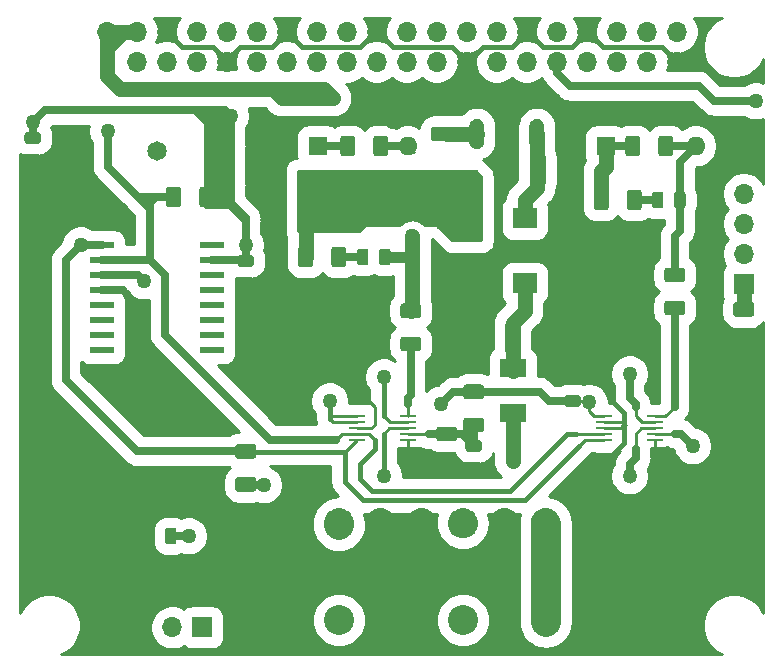
<source format=gbr>
G04 #@! TF.GenerationSoftware,KiCad,Pcbnew,5.1.5+dfsg1-2*
G04 #@! TF.CreationDate,2020-01-18T18:57:03+02:00*
G04 #@! TF.ProjectId,Morfeas_Rpi_Hat,4d6f7266-6561-4735-9f52-70695f486174,V1.0*
G04 #@! TF.SameCoordinates,Original*
G04 #@! TF.FileFunction,Copper,L2,Bot*
G04 #@! TF.FilePolarity,Positive*
%FSLAX46Y46*%
G04 Gerber Fmt 4.6, Leading zero omitted, Abs format (unit mm)*
G04 Created by KiCad (PCBNEW 5.1.5+dfsg1-2) date 2020-01-18 18:57:03*
%MOMM*%
%LPD*%
G04 APERTURE LIST*
G04 #@! TA.AperFunction,SMDPad,CuDef*
%ADD10C,0.025400*%
G04 #@! TD*
G04 #@! TA.AperFunction,SMDPad,CuDef*
%ADD11R,2.199640X1.600200*%
G04 #@! TD*
G04 #@! TA.AperFunction,ComponentPad*
%ADD12C,1.650000*%
G04 #@! TD*
G04 #@! TA.AperFunction,ComponentPad*
%ADD13C,0.025400*%
G04 #@! TD*
G04 #@! TA.AperFunction,SMDPad,CuDef*
%ADD14R,2.050000X1.750000*%
G04 #@! TD*
G04 #@! TA.AperFunction,ComponentPad*
%ADD15O,1.700000X1.700000*%
G04 #@! TD*
G04 #@! TA.AperFunction,SMDPad,CuDef*
%ADD16R,2.050000X0.590000*%
G04 #@! TD*
G04 #@! TA.AperFunction,ComponentPad*
%ADD17C,2.540000*%
G04 #@! TD*
G04 #@! TA.AperFunction,ComponentPad*
%ADD18R,1.700000X1.700000*%
G04 #@! TD*
G04 #@! TA.AperFunction,SMDPad,CuDef*
%ADD19R,1.600200X2.199640*%
G04 #@! TD*
G04 #@! TA.AperFunction,ComponentPad*
%ADD20R,1.600000X1.600000*%
G04 #@! TD*
G04 #@! TA.AperFunction,ComponentPad*
%ADD21O,1.600000X1.600000*%
G04 #@! TD*
G04 #@! TA.AperFunction,SMDPad,CuDef*
%ADD22R,1.422400X0.279400*%
G04 #@! TD*
G04 #@! TA.AperFunction,ViaPad*
%ADD23C,1.270000*%
G04 #@! TD*
G04 #@! TA.AperFunction,Conductor*
%ADD24C,0.254000*%
G04 #@! TD*
G04 #@! TA.AperFunction,Conductor*
%ADD25C,0.406400*%
G04 #@! TD*
G04 #@! TA.AperFunction,Conductor*
%ADD26C,0.635000*%
G04 #@! TD*
G04 #@! TA.AperFunction,Conductor*
%ADD27C,1.270000*%
G04 #@! TD*
G04 #@! TA.AperFunction,Conductor*
%ADD28C,2.540000*%
G04 #@! TD*
G04 #@! TA.AperFunction,Conductor*
%ADD29C,0.889000*%
G04 #@! TD*
G04 APERTURE END LIST*
G04 #@! TA.AperFunction,SMDPad,CuDef*
D10*
G04 #@! TO.P,C3,2*
G04 #@! TO.N,GND*
G36*
X159849504Y-70998204D02*
G01*
X159873773Y-71001804D01*
X159897571Y-71007765D01*
X159920671Y-71016030D01*
X159942849Y-71026520D01*
X159963893Y-71039133D01*
X159983598Y-71053747D01*
X160001777Y-71070223D01*
X160018253Y-71088402D01*
X160032867Y-71108107D01*
X160045480Y-71129151D01*
X160055970Y-71151329D01*
X160064235Y-71174429D01*
X160070196Y-71198227D01*
X160073796Y-71222496D01*
X160075000Y-71247000D01*
X160075000Y-71997000D01*
X160073796Y-72021504D01*
X160070196Y-72045773D01*
X160064235Y-72069571D01*
X160055970Y-72092671D01*
X160045480Y-72114849D01*
X160032867Y-72135893D01*
X160018253Y-72155598D01*
X160001777Y-72173777D01*
X159983598Y-72190253D01*
X159963893Y-72204867D01*
X159942849Y-72217480D01*
X159920671Y-72227970D01*
X159897571Y-72236235D01*
X159873773Y-72242196D01*
X159849504Y-72245796D01*
X159825000Y-72247000D01*
X157675000Y-72247000D01*
X157650496Y-72245796D01*
X157626227Y-72242196D01*
X157602429Y-72236235D01*
X157579329Y-72227970D01*
X157557151Y-72217480D01*
X157536107Y-72204867D01*
X157516402Y-72190253D01*
X157498223Y-72173777D01*
X157481747Y-72155598D01*
X157467133Y-72135893D01*
X157454520Y-72114849D01*
X157444030Y-72092671D01*
X157435765Y-72069571D01*
X157429804Y-72045773D01*
X157426204Y-72021504D01*
X157425000Y-71997000D01*
X157425000Y-71247000D01*
X157426204Y-71222496D01*
X157429804Y-71198227D01*
X157435765Y-71174429D01*
X157444030Y-71151329D01*
X157454520Y-71129151D01*
X157467133Y-71108107D01*
X157481747Y-71088402D01*
X157498223Y-71070223D01*
X157516402Y-71053747D01*
X157536107Y-71039133D01*
X157557151Y-71026520D01*
X157579329Y-71016030D01*
X157602429Y-71007765D01*
X157626227Y-71001804D01*
X157650496Y-70998204D01*
X157675000Y-70997000D01*
X159825000Y-70997000D01*
X159849504Y-70998204D01*
G37*
G04 #@! TD.AperFunction*
G04 #@! TA.AperFunction,SMDPad,CuDef*
G04 #@! TO.P,C3,1*
G04 #@! TO.N,+5V*
G36*
X159849504Y-73798204D02*
G01*
X159873773Y-73801804D01*
X159897571Y-73807765D01*
X159920671Y-73816030D01*
X159942849Y-73826520D01*
X159963893Y-73839133D01*
X159983598Y-73853747D01*
X160001777Y-73870223D01*
X160018253Y-73888402D01*
X160032867Y-73908107D01*
X160045480Y-73929151D01*
X160055970Y-73951329D01*
X160064235Y-73974429D01*
X160070196Y-73998227D01*
X160073796Y-74022496D01*
X160075000Y-74047000D01*
X160075000Y-74797000D01*
X160073796Y-74821504D01*
X160070196Y-74845773D01*
X160064235Y-74869571D01*
X160055970Y-74892671D01*
X160045480Y-74914849D01*
X160032867Y-74935893D01*
X160018253Y-74955598D01*
X160001777Y-74973777D01*
X159983598Y-74990253D01*
X159963893Y-75004867D01*
X159942849Y-75017480D01*
X159920671Y-75027970D01*
X159897571Y-75036235D01*
X159873773Y-75042196D01*
X159849504Y-75045796D01*
X159825000Y-75047000D01*
X157675000Y-75047000D01*
X157650496Y-75045796D01*
X157626227Y-75042196D01*
X157602429Y-75036235D01*
X157579329Y-75027970D01*
X157557151Y-75017480D01*
X157536107Y-75004867D01*
X157516402Y-74990253D01*
X157498223Y-74973777D01*
X157481747Y-74955598D01*
X157467133Y-74935893D01*
X157454520Y-74914849D01*
X157444030Y-74892671D01*
X157435765Y-74869571D01*
X157429804Y-74845773D01*
X157426204Y-74821504D01*
X157425000Y-74797000D01*
X157425000Y-74047000D01*
X157426204Y-74022496D01*
X157429804Y-73998227D01*
X157435765Y-73974429D01*
X157444030Y-73951329D01*
X157454520Y-73929151D01*
X157467133Y-73908107D01*
X157481747Y-73888402D01*
X157498223Y-73870223D01*
X157516402Y-73853747D01*
X157536107Y-73839133D01*
X157557151Y-73826520D01*
X157579329Y-73816030D01*
X157602429Y-73807765D01*
X157626227Y-73801804D01*
X157650496Y-73798204D01*
X157675000Y-73797000D01*
X159825000Y-73797000D01*
X159849504Y-73798204D01*
G37*
G04 #@! TD.AperFunction*
G04 #@! TD*
G04 #@! TA.AperFunction,SMDPad,CuDef*
G04 #@! TO.P,C2,2*
G04 #@! TO.N,GND*
G36*
X164099504Y-76146204D02*
G01*
X164123773Y-76149804D01*
X164147571Y-76155765D01*
X164170671Y-76164030D01*
X164192849Y-76174520D01*
X164213893Y-76187133D01*
X164233598Y-76201747D01*
X164251777Y-76218223D01*
X164268253Y-76236402D01*
X164282867Y-76256107D01*
X164295480Y-76277151D01*
X164305970Y-76299329D01*
X164314235Y-76322429D01*
X164320196Y-76346227D01*
X164323796Y-76370496D01*
X164325000Y-76395000D01*
X164325000Y-78545000D01*
X164323796Y-78569504D01*
X164320196Y-78593773D01*
X164314235Y-78617571D01*
X164305970Y-78640671D01*
X164295480Y-78662849D01*
X164282867Y-78683893D01*
X164268253Y-78703598D01*
X164251777Y-78721777D01*
X164233598Y-78738253D01*
X164213893Y-78752867D01*
X164192849Y-78765480D01*
X164170671Y-78775970D01*
X164147571Y-78784235D01*
X164123773Y-78790196D01*
X164099504Y-78793796D01*
X164075000Y-78795000D01*
X163325000Y-78795000D01*
X163300496Y-78793796D01*
X163276227Y-78790196D01*
X163252429Y-78784235D01*
X163229329Y-78775970D01*
X163207151Y-78765480D01*
X163186107Y-78752867D01*
X163166402Y-78738253D01*
X163148223Y-78721777D01*
X163131747Y-78703598D01*
X163117133Y-78683893D01*
X163104520Y-78662849D01*
X163094030Y-78640671D01*
X163085765Y-78617571D01*
X163079804Y-78593773D01*
X163076204Y-78569504D01*
X163075000Y-78545000D01*
X163075000Y-76395000D01*
X163076204Y-76370496D01*
X163079804Y-76346227D01*
X163085765Y-76322429D01*
X163094030Y-76299329D01*
X163104520Y-76277151D01*
X163117133Y-76256107D01*
X163131747Y-76236402D01*
X163148223Y-76218223D01*
X163166402Y-76201747D01*
X163186107Y-76187133D01*
X163207151Y-76174520D01*
X163229329Y-76164030D01*
X163252429Y-76155765D01*
X163276227Y-76149804D01*
X163300496Y-76146204D01*
X163325000Y-76145000D01*
X164075000Y-76145000D01*
X164099504Y-76146204D01*
G37*
G04 #@! TD.AperFunction*
G04 #@! TA.AperFunction,SMDPad,CuDef*
G04 #@! TO.P,C2,1*
G04 #@! TO.N,Net-(C2-Pad1)*
G36*
X166899504Y-76146204D02*
G01*
X166923773Y-76149804D01*
X166947571Y-76155765D01*
X166970671Y-76164030D01*
X166992849Y-76174520D01*
X167013893Y-76187133D01*
X167033598Y-76201747D01*
X167051777Y-76218223D01*
X167068253Y-76236402D01*
X167082867Y-76256107D01*
X167095480Y-76277151D01*
X167105970Y-76299329D01*
X167114235Y-76322429D01*
X167120196Y-76346227D01*
X167123796Y-76370496D01*
X167125000Y-76395000D01*
X167125000Y-78545000D01*
X167123796Y-78569504D01*
X167120196Y-78593773D01*
X167114235Y-78617571D01*
X167105970Y-78640671D01*
X167095480Y-78662849D01*
X167082867Y-78683893D01*
X167068253Y-78703598D01*
X167051777Y-78721777D01*
X167033598Y-78738253D01*
X167013893Y-78752867D01*
X166992849Y-78765480D01*
X166970671Y-78775970D01*
X166947571Y-78784235D01*
X166923773Y-78790196D01*
X166899504Y-78793796D01*
X166875000Y-78795000D01*
X166125000Y-78795000D01*
X166100496Y-78793796D01*
X166076227Y-78790196D01*
X166052429Y-78784235D01*
X166029329Y-78775970D01*
X166007151Y-78765480D01*
X165986107Y-78752867D01*
X165966402Y-78738253D01*
X165948223Y-78721777D01*
X165931747Y-78703598D01*
X165917133Y-78683893D01*
X165904520Y-78662849D01*
X165894030Y-78640671D01*
X165885765Y-78617571D01*
X165879804Y-78593773D01*
X165876204Y-78569504D01*
X165875000Y-78545000D01*
X165875000Y-76395000D01*
X165876204Y-76370496D01*
X165879804Y-76346227D01*
X165885765Y-76322429D01*
X165894030Y-76299329D01*
X165904520Y-76277151D01*
X165917133Y-76256107D01*
X165931747Y-76236402D01*
X165948223Y-76218223D01*
X165966402Y-76201747D01*
X165986107Y-76187133D01*
X166007151Y-76174520D01*
X166029329Y-76164030D01*
X166052429Y-76155765D01*
X166076227Y-76149804D01*
X166100496Y-76146204D01*
X166125000Y-76145000D01*
X166875000Y-76145000D01*
X166899504Y-76146204D01*
G37*
G04 #@! TD.AperFunction*
G04 #@! TD*
G04 #@! TA.AperFunction,SMDPad,CuDef*
G04 #@! TO.P,C1,2*
G04 #@! TO.N,GND*
G36*
X161937504Y-90370204D02*
G01*
X161961773Y-90373804D01*
X161985571Y-90379765D01*
X162008671Y-90388030D01*
X162030849Y-90398520D01*
X162051893Y-90411133D01*
X162071598Y-90425747D01*
X162089777Y-90442223D01*
X162106253Y-90460402D01*
X162120867Y-90480107D01*
X162133480Y-90501151D01*
X162143970Y-90523329D01*
X162152235Y-90546429D01*
X162158196Y-90570227D01*
X162161796Y-90594496D01*
X162163000Y-90619000D01*
X162163000Y-92769000D01*
X162161796Y-92793504D01*
X162158196Y-92817773D01*
X162152235Y-92841571D01*
X162143970Y-92864671D01*
X162133480Y-92886849D01*
X162120867Y-92907893D01*
X162106253Y-92927598D01*
X162089777Y-92945777D01*
X162071598Y-92962253D01*
X162051893Y-92976867D01*
X162030849Y-92989480D01*
X162008671Y-92999970D01*
X161985571Y-93008235D01*
X161961773Y-93014196D01*
X161937504Y-93017796D01*
X161913000Y-93019000D01*
X161163000Y-93019000D01*
X161138496Y-93017796D01*
X161114227Y-93014196D01*
X161090429Y-93008235D01*
X161067329Y-92999970D01*
X161045151Y-92989480D01*
X161024107Y-92976867D01*
X161004402Y-92962253D01*
X160986223Y-92945777D01*
X160969747Y-92927598D01*
X160955133Y-92907893D01*
X160942520Y-92886849D01*
X160932030Y-92864671D01*
X160923765Y-92841571D01*
X160917804Y-92817773D01*
X160914204Y-92793504D01*
X160913000Y-92769000D01*
X160913000Y-90619000D01*
X160914204Y-90594496D01*
X160917804Y-90570227D01*
X160923765Y-90546429D01*
X160932030Y-90523329D01*
X160942520Y-90501151D01*
X160955133Y-90480107D01*
X160969747Y-90460402D01*
X160986223Y-90442223D01*
X161004402Y-90425747D01*
X161024107Y-90411133D01*
X161045151Y-90398520D01*
X161067329Y-90388030D01*
X161090429Y-90379765D01*
X161114227Y-90373804D01*
X161138496Y-90370204D01*
X161163000Y-90369000D01*
X161913000Y-90369000D01*
X161937504Y-90370204D01*
G37*
G04 #@! TD.AperFunction*
G04 #@! TA.AperFunction,SMDPad,CuDef*
G04 #@! TO.P,C1,1*
G04 #@! TO.N,Net-(C1-Pad1)*
G36*
X164737504Y-90370204D02*
G01*
X164761773Y-90373804D01*
X164785571Y-90379765D01*
X164808671Y-90388030D01*
X164830849Y-90398520D01*
X164851893Y-90411133D01*
X164871598Y-90425747D01*
X164889777Y-90442223D01*
X164906253Y-90460402D01*
X164920867Y-90480107D01*
X164933480Y-90501151D01*
X164943970Y-90523329D01*
X164952235Y-90546429D01*
X164958196Y-90570227D01*
X164961796Y-90594496D01*
X164963000Y-90619000D01*
X164963000Y-92769000D01*
X164961796Y-92793504D01*
X164958196Y-92817773D01*
X164952235Y-92841571D01*
X164943970Y-92864671D01*
X164933480Y-92886849D01*
X164920867Y-92907893D01*
X164906253Y-92927598D01*
X164889777Y-92945777D01*
X164871598Y-92962253D01*
X164851893Y-92976867D01*
X164830849Y-92989480D01*
X164808671Y-92999970D01*
X164785571Y-93008235D01*
X164761773Y-93014196D01*
X164737504Y-93017796D01*
X164713000Y-93019000D01*
X163963000Y-93019000D01*
X163938496Y-93017796D01*
X163914227Y-93014196D01*
X163890429Y-93008235D01*
X163867329Y-92999970D01*
X163845151Y-92989480D01*
X163824107Y-92976867D01*
X163804402Y-92962253D01*
X163786223Y-92945777D01*
X163769747Y-92927598D01*
X163755133Y-92907893D01*
X163742520Y-92886849D01*
X163732030Y-92864671D01*
X163723765Y-92841571D01*
X163717804Y-92817773D01*
X163714204Y-92793504D01*
X163713000Y-92769000D01*
X163713000Y-90619000D01*
X163714204Y-90594496D01*
X163717804Y-90570227D01*
X163723765Y-90546429D01*
X163732030Y-90523329D01*
X163742520Y-90501151D01*
X163755133Y-90480107D01*
X163769747Y-90460402D01*
X163786223Y-90442223D01*
X163804402Y-90425747D01*
X163824107Y-90411133D01*
X163845151Y-90398520D01*
X163867329Y-90388030D01*
X163890429Y-90379765D01*
X163914227Y-90373804D01*
X163938496Y-90370204D01*
X163963000Y-90369000D01*
X164713000Y-90369000D01*
X164737504Y-90370204D01*
G37*
G04 #@! TD.AperFunction*
G04 #@! TD*
D11*
G04 #@! TO.P,D1,1*
G04 #@! TO.N,Net-(C1-Pad1)*
X164338000Y-94244160D03*
G04 #@! TO.P,D1,2*
G04 #@! TO.N,+24V*
X164338000Y-98044000D03*
G04 #@! TD*
D12*
G04 #@! TO.P,BT1,2*
G04 #@! TO.N,GND*
X134239000Y-95885000D03*
G04 #@! TO.P,BT1,1*
G04 #@! TO.N,Net-(BT1-Pad1)*
X134239000Y-75885000D03*
G04 #@! TD*
G04 #@! TA.AperFunction,ComponentPad*
D13*
G04 #@! TO.P,U2,3*
G04 #@! TO.N,+5V*
G36*
X161352242Y-73155058D02*
G01*
X161413883Y-73164201D01*
X161474332Y-73179343D01*
X161533005Y-73200336D01*
X161589338Y-73226980D01*
X161642788Y-73259017D01*
X161692841Y-73296138D01*
X161739014Y-73337987D01*
X161780863Y-73384160D01*
X161817984Y-73434213D01*
X161850021Y-73487663D01*
X161876665Y-73543996D01*
X161897658Y-73602669D01*
X161912800Y-73663118D01*
X161921943Y-73724759D01*
X161925001Y-73787000D01*
X161925001Y-75057000D01*
X161921943Y-75119241D01*
X161912800Y-75180882D01*
X161897658Y-75241331D01*
X161876665Y-75300004D01*
X161850021Y-75356337D01*
X161817984Y-75409787D01*
X161780863Y-75459840D01*
X161739014Y-75506013D01*
X161692841Y-75547862D01*
X161642788Y-75584983D01*
X161589338Y-75617020D01*
X161533005Y-75643664D01*
X161474332Y-75664657D01*
X161413883Y-75679799D01*
X161352242Y-75688942D01*
X161290001Y-75692000D01*
X161289999Y-75692000D01*
X161227758Y-75688942D01*
X161166117Y-75679799D01*
X161105668Y-75664657D01*
X161046995Y-75643664D01*
X160990662Y-75617020D01*
X160937212Y-75584983D01*
X160887159Y-75547862D01*
X160840986Y-75506013D01*
X160799137Y-75459840D01*
X160762016Y-75409787D01*
X160729979Y-75356337D01*
X160703335Y-75300004D01*
X160682342Y-75241331D01*
X160667200Y-75180882D01*
X160658057Y-75119241D01*
X160654999Y-75057000D01*
X160654999Y-73787000D01*
X160658057Y-73724759D01*
X160667200Y-73663118D01*
X160682342Y-73602669D01*
X160703335Y-73543996D01*
X160729979Y-73487663D01*
X160762016Y-73434213D01*
X160799137Y-73384160D01*
X160840986Y-73337987D01*
X160887159Y-73296138D01*
X160937212Y-73259017D01*
X160990662Y-73226980D01*
X161046995Y-73200336D01*
X161105668Y-73179343D01*
X161166117Y-73164201D01*
X161227758Y-73155058D01*
X161289999Y-73152000D01*
X161290001Y-73152000D01*
X161352242Y-73155058D01*
G37*
G04 #@! TD.AperFunction*
G04 #@! TA.AperFunction,ComponentPad*
G04 #@! TO.P,U2,2*
G04 #@! TO.N,GND*
G36*
X163892242Y-73155058D02*
G01*
X163953883Y-73164201D01*
X164014332Y-73179343D01*
X164073005Y-73200336D01*
X164129338Y-73226980D01*
X164182788Y-73259017D01*
X164232841Y-73296138D01*
X164279014Y-73337987D01*
X164320863Y-73384160D01*
X164357984Y-73434213D01*
X164390021Y-73487663D01*
X164416665Y-73543996D01*
X164437658Y-73602669D01*
X164452800Y-73663118D01*
X164461943Y-73724759D01*
X164465001Y-73787000D01*
X164465001Y-75057000D01*
X164461943Y-75119241D01*
X164452800Y-75180882D01*
X164437658Y-75241331D01*
X164416665Y-75300004D01*
X164390021Y-75356337D01*
X164357984Y-75409787D01*
X164320863Y-75459840D01*
X164279014Y-75506013D01*
X164232841Y-75547862D01*
X164182788Y-75584983D01*
X164129338Y-75617020D01*
X164073005Y-75643664D01*
X164014332Y-75664657D01*
X163953883Y-75679799D01*
X163892242Y-75688942D01*
X163830001Y-75692000D01*
X163829999Y-75692000D01*
X163767758Y-75688942D01*
X163706117Y-75679799D01*
X163645668Y-75664657D01*
X163586995Y-75643664D01*
X163530662Y-75617020D01*
X163477212Y-75584983D01*
X163427159Y-75547862D01*
X163380986Y-75506013D01*
X163339137Y-75459840D01*
X163302016Y-75409787D01*
X163269979Y-75356337D01*
X163243335Y-75300004D01*
X163222342Y-75241331D01*
X163207200Y-75180882D01*
X163198057Y-75119241D01*
X163194999Y-75057000D01*
X163194999Y-73787000D01*
X163198057Y-73724759D01*
X163207200Y-73663118D01*
X163222342Y-73602669D01*
X163243335Y-73543996D01*
X163269979Y-73487663D01*
X163302016Y-73434213D01*
X163339137Y-73384160D01*
X163380986Y-73337987D01*
X163427159Y-73296138D01*
X163477212Y-73259017D01*
X163530662Y-73226980D01*
X163586995Y-73200336D01*
X163645668Y-73179343D01*
X163706117Y-73164201D01*
X163767758Y-73155058D01*
X163829999Y-73152000D01*
X163830001Y-73152000D01*
X163892242Y-73155058D01*
G37*
G04 #@! TD.AperFunction*
G04 #@! TA.AperFunction,ComponentPad*
G04 #@! TO.P,U2,1*
G04 #@! TO.N,Net-(C2-Pad1)*
G36*
X166432242Y-73155058D02*
G01*
X166493883Y-73164201D01*
X166554332Y-73179343D01*
X166613005Y-73200336D01*
X166669338Y-73226980D01*
X166722788Y-73259017D01*
X166772841Y-73296138D01*
X166819014Y-73337987D01*
X166860863Y-73384160D01*
X166897984Y-73434213D01*
X166930021Y-73487663D01*
X166956665Y-73543996D01*
X166977658Y-73602669D01*
X166992800Y-73663118D01*
X167001943Y-73724759D01*
X167005001Y-73787000D01*
X167005001Y-75057000D01*
X167001943Y-75119241D01*
X166992800Y-75180882D01*
X166977658Y-75241331D01*
X166956665Y-75300004D01*
X166930021Y-75356337D01*
X166897984Y-75409787D01*
X166860863Y-75459840D01*
X166819014Y-75506013D01*
X166772841Y-75547862D01*
X166722788Y-75584983D01*
X166669338Y-75617020D01*
X166613005Y-75643664D01*
X166554332Y-75664657D01*
X166493883Y-75679799D01*
X166432242Y-75688942D01*
X166370001Y-75692000D01*
X166369999Y-75692000D01*
X166307758Y-75688942D01*
X166246117Y-75679799D01*
X166185668Y-75664657D01*
X166126995Y-75643664D01*
X166070662Y-75617020D01*
X166017212Y-75584983D01*
X165967159Y-75547862D01*
X165920986Y-75506013D01*
X165879137Y-75459840D01*
X165842016Y-75409787D01*
X165809979Y-75356337D01*
X165783335Y-75300004D01*
X165762342Y-75241331D01*
X165747200Y-75180882D01*
X165738057Y-75119241D01*
X165734999Y-75057000D01*
X165734999Y-73787000D01*
X165738057Y-73724759D01*
X165747200Y-73663118D01*
X165762342Y-73602669D01*
X165783335Y-73543996D01*
X165809979Y-73487663D01*
X165842016Y-73434213D01*
X165879137Y-73384160D01*
X165920986Y-73337987D01*
X165967159Y-73296138D01*
X166017212Y-73259017D01*
X166070662Y-73226980D01*
X166126995Y-73200336D01*
X166185668Y-73179343D01*
X166246117Y-73164201D01*
X166307758Y-73155058D01*
X166369999Y-73152000D01*
X166370001Y-73152000D01*
X166432242Y-73155058D01*
G37*
G04 #@! TD.AperFunction*
G04 #@! TD*
D14*
G04 #@! TO.P,L1,1*
G04 #@! TO.N,Net-(C1-Pad1)*
X165354000Y-87078000D03*
G04 #@! TO.P,L1,2*
G04 #@! TO.N,Net-(C2-Pad1)*
X165354000Y-81578000D03*
G04 #@! TD*
D15*
G04 #@! TO.P,J2,2*
G04 #@! TO.N,+5V*
X129964000Y-65770000D03*
G04 #@! TO.P,J2,3*
G04 #@! TO.N,SDA*
X132504000Y-68310000D03*
G04 #@! TO.P,J2,4*
G04 #@! TO.N,+5V*
X132504000Y-65770000D03*
G04 #@! TO.P,J2,5*
G04 #@! TO.N,SCL*
X135044000Y-68310000D03*
G04 #@! TO.P,J2,6*
G04 #@! TO.N,GND*
X135044000Y-65770000D03*
G04 #@! TO.P,J2,7*
G04 #@! TO.N,N/C*
X137584000Y-68310000D03*
G04 #@! TO.P,J2,8*
G04 #@! TO.N,TXD*
X137584000Y-65770000D03*
G04 #@! TO.P,J2,9*
G04 #@! TO.N,GND*
X140124000Y-68310000D03*
G04 #@! TO.P,J2,10*
G04 #@! TO.N,RXD*
X140124000Y-65770000D03*
G04 #@! TO.P,J2,11*
G04 #@! TO.N,N/C*
X142664000Y-68310000D03*
G04 #@! TO.P,J2,12*
X142664000Y-65770000D03*
G04 #@! TO.P,J2,13*
X145204000Y-68310000D03*
G04 #@! TO.P,J2,14*
G04 #@! TO.N,GND*
X145204000Y-65770000D03*
G04 #@! TO.P,J2,15*
G04 #@! TO.N,N/C*
X147744000Y-68310000D03*
G04 #@! TO.P,J2,16*
X147744000Y-65770000D03*
G04 #@! TO.P,J2,17*
X150284000Y-68310000D03*
G04 #@! TO.P,J2,18*
X150284000Y-65770000D03*
G04 #@! TO.P,J2,19*
X152824000Y-68310000D03*
G04 #@! TO.P,J2,20*
G04 #@! TO.N,GND*
X152824000Y-65770000D03*
G04 #@! TO.P,J2,21*
G04 #@! TO.N,N/C*
X155364000Y-68310000D03*
G04 #@! TO.P,J2,22*
X155364000Y-65770000D03*
G04 #@! TO.P,J2,23*
X157904000Y-68310000D03*
G04 #@! TO.P,J2,24*
X157904000Y-65770000D03*
G04 #@! TO.P,J2,25*
G04 #@! TO.N,GND*
X160444000Y-68310000D03*
G04 #@! TO.P,J2,26*
G04 #@! TO.N,N/C*
X160444000Y-65770000D03*
G04 #@! TO.P,J2,27*
X162984000Y-68310000D03*
G04 #@! TO.P,J2,28*
X162984000Y-65770000D03*
G04 #@! TO.P,J2,29*
G04 #@! TO.N,R*
X165524000Y-68310000D03*
G04 #@! TO.P,J2,30*
G04 #@! TO.N,GND*
X165524000Y-65770000D03*
G04 #@! TO.P,J2,31*
G04 #@! TO.N,G*
X168064000Y-68310000D03*
G04 #@! TO.P,J2,32*
G04 #@! TO.N,N/C*
X168064000Y-65770000D03*
G04 #@! TO.P,J2,33*
G04 #@! TO.N,B*
X170604000Y-68310000D03*
G04 #@! TO.P,J2,34*
G04 #@! TO.N,GND*
X170604000Y-65770000D03*
G04 #@! TO.P,J2,35*
G04 #@! TO.N,N/C*
X173144000Y-68310000D03*
G04 #@! TO.P,J2,36*
X173144000Y-65770000D03*
G04 #@! TO.P,J2,37*
X175684000Y-68310000D03*
G04 #@! TO.P,J2,38*
X175684000Y-65770000D03*
G04 #@! TO.P,J2,39*
G04 #@! TO.N,GND*
X178224000Y-68310000D03*
G04 #@! TO.P,J2,40*
G04 #@! TO.N,N/C*
X178224000Y-65770000D03*
G04 #@! TD*
D16*
G04 #@! TO.P,U1,16*
G04 #@! TO.N,SCL*
X129584000Y-83820000D03*
G04 #@! TO.P,U1,15*
G04 #@! TO.N,SDA*
X129584000Y-85090000D03*
G04 #@! TO.P,U1,14*
G04 #@! TO.N,Net-(BT1-Pad1)*
X129584000Y-86360000D03*
G04 #@! TO.P,U1,13*
G04 #@! TO.N,GND*
X129584000Y-87630000D03*
G04 #@! TO.P,U1,12*
G04 #@! TO.N,N/C*
X129584000Y-88900000D03*
G04 #@! TO.P,U1,11*
X129584000Y-90170000D03*
G04 #@! TO.P,U1,10*
X129584000Y-91440000D03*
G04 #@! TO.P,U1,9*
X129584000Y-92710000D03*
G04 #@! TO.P,U1,8*
X138894000Y-92710000D03*
G04 #@! TO.P,U1,7*
X138894000Y-91440000D03*
G04 #@! TO.P,U1,6*
X138894000Y-90170000D03*
G04 #@! TO.P,U1,5*
X138894000Y-88900000D03*
G04 #@! TO.P,U1,4*
X138894000Y-87630000D03*
G04 #@! TO.P,U1,3*
X138894000Y-86360000D03*
G04 #@! TO.P,U1,2*
G04 #@! TO.N,+3V3*
X138894000Y-85090000D03*
G04 #@! TO.P,U1,1*
G04 #@! TO.N,N/C*
X138894000Y-83820000D03*
G04 #@! TD*
D17*
G04 #@! TO.P,J1,8*
G04 #@! TO.N,GND*
X174124000Y-115570000D03*
G04 #@! TO.P,J1,7*
X170624000Y-115570000D03*
G04 #@! TO.P,J1,6*
G04 #@! TO.N,/CAN0_P+*
X167124000Y-115570000D03*
G04 #@! TO.P,J1,5*
G04 #@! TO.N,GND*
X163624000Y-115570000D03*
G04 #@! TO.P,J1,4*
G04 #@! TO.N,+24V*
X160124000Y-115570000D03*
G04 #@! TO.P,J1,3*
G04 #@! TO.N,GND*
X156624000Y-115570000D03*
G04 #@! TO.P,J1,2*
X153124000Y-115570000D03*
G04 #@! TO.P,J1,1*
G04 #@! TO.N,/CAN1_P+*
X149624000Y-115570000D03*
G04 #@! TA.AperFunction,ComponentPad*
D13*
G36*
X149748483Y-106106114D02*
G01*
X149871766Y-106124402D01*
X149992663Y-106154685D01*
X150110009Y-106196672D01*
X150222675Y-106249959D01*
X150329575Y-106314033D01*
X150429680Y-106388276D01*
X150522027Y-106471973D01*
X150605724Y-106564320D01*
X150679967Y-106664425D01*
X150744041Y-106771325D01*
X150797328Y-106883991D01*
X150839315Y-107001337D01*
X150869598Y-107122234D01*
X150887886Y-107245517D01*
X150894001Y-107369999D01*
X150894001Y-107370001D01*
X150887886Y-107494483D01*
X150869598Y-107617766D01*
X150839315Y-107738663D01*
X150797328Y-107856009D01*
X150744041Y-107968675D01*
X150679967Y-108075575D01*
X150605724Y-108175680D01*
X150522027Y-108268027D01*
X150429680Y-108351724D01*
X150329575Y-108425967D01*
X150222675Y-108490041D01*
X150110009Y-108543328D01*
X149992663Y-108585315D01*
X149871766Y-108615598D01*
X149748483Y-108633886D01*
X149624001Y-108640001D01*
X149623999Y-108640001D01*
X149499517Y-108633886D01*
X149376234Y-108615598D01*
X149255337Y-108585315D01*
X149137991Y-108543328D01*
X149025325Y-108490041D01*
X148918425Y-108425967D01*
X148818320Y-108351724D01*
X148725973Y-108268027D01*
X148642276Y-108175680D01*
X148568033Y-108075575D01*
X148503959Y-107968675D01*
X148450672Y-107856009D01*
X148408685Y-107738663D01*
X148378402Y-107617766D01*
X148360114Y-107494483D01*
X148353999Y-107370001D01*
X148353999Y-107369999D01*
X148360114Y-107245517D01*
X148378402Y-107122234D01*
X148408685Y-107001337D01*
X148450672Y-106883991D01*
X148503959Y-106771325D01*
X148568033Y-106664425D01*
X148642276Y-106564320D01*
X148725973Y-106471973D01*
X148818320Y-106388276D01*
X148918425Y-106314033D01*
X149025325Y-106249959D01*
X149137991Y-106196672D01*
X149255337Y-106154685D01*
X149376234Y-106124402D01*
X149499517Y-106106114D01*
X149623999Y-106099999D01*
X149624001Y-106099999D01*
X149748483Y-106106114D01*
G37*
G04 #@! TD.AperFunction*
G04 #@! TA.AperFunction,ComponentPad*
G04 #@! TO.P,J1,2*
G04 #@! TO.N,GND*
G36*
X153248483Y-106106114D02*
G01*
X153371766Y-106124402D01*
X153492663Y-106154685D01*
X153610009Y-106196672D01*
X153722675Y-106249959D01*
X153829575Y-106314033D01*
X153929680Y-106388276D01*
X154022027Y-106471973D01*
X154105724Y-106564320D01*
X154179967Y-106664425D01*
X154244041Y-106771325D01*
X154297328Y-106883991D01*
X154339315Y-107001337D01*
X154369598Y-107122234D01*
X154387886Y-107245517D01*
X154394001Y-107369999D01*
X154394001Y-107370001D01*
X154387886Y-107494483D01*
X154369598Y-107617766D01*
X154339315Y-107738663D01*
X154297328Y-107856009D01*
X154244041Y-107968675D01*
X154179967Y-108075575D01*
X154105724Y-108175680D01*
X154022027Y-108268027D01*
X153929680Y-108351724D01*
X153829575Y-108425967D01*
X153722675Y-108490041D01*
X153610009Y-108543328D01*
X153492663Y-108585315D01*
X153371766Y-108615598D01*
X153248483Y-108633886D01*
X153124001Y-108640001D01*
X153123999Y-108640001D01*
X152999517Y-108633886D01*
X152876234Y-108615598D01*
X152755337Y-108585315D01*
X152637991Y-108543328D01*
X152525325Y-108490041D01*
X152418425Y-108425967D01*
X152318320Y-108351724D01*
X152225973Y-108268027D01*
X152142276Y-108175680D01*
X152068033Y-108075575D01*
X152003959Y-107968675D01*
X151950672Y-107856009D01*
X151908685Y-107738663D01*
X151878402Y-107617766D01*
X151860114Y-107494483D01*
X151853999Y-107370001D01*
X151853999Y-107369999D01*
X151860114Y-107245517D01*
X151878402Y-107122234D01*
X151908685Y-107001337D01*
X151950672Y-106883991D01*
X152003959Y-106771325D01*
X152068033Y-106664425D01*
X152142276Y-106564320D01*
X152225973Y-106471973D01*
X152318320Y-106388276D01*
X152418425Y-106314033D01*
X152525325Y-106249959D01*
X152637991Y-106196672D01*
X152755337Y-106154685D01*
X152876234Y-106124402D01*
X152999517Y-106106114D01*
X153123999Y-106099999D01*
X153124001Y-106099999D01*
X153248483Y-106106114D01*
G37*
G04 #@! TD.AperFunction*
G04 #@! TA.AperFunction,ComponentPad*
G04 #@! TO.P,J1,3*
G36*
X156748483Y-106106114D02*
G01*
X156871766Y-106124402D01*
X156992663Y-106154685D01*
X157110009Y-106196672D01*
X157222675Y-106249959D01*
X157329575Y-106314033D01*
X157429680Y-106388276D01*
X157522027Y-106471973D01*
X157605724Y-106564320D01*
X157679967Y-106664425D01*
X157744041Y-106771325D01*
X157797328Y-106883991D01*
X157839315Y-107001337D01*
X157869598Y-107122234D01*
X157887886Y-107245517D01*
X157894001Y-107369999D01*
X157894001Y-107370001D01*
X157887886Y-107494483D01*
X157869598Y-107617766D01*
X157839315Y-107738663D01*
X157797328Y-107856009D01*
X157744041Y-107968675D01*
X157679967Y-108075575D01*
X157605724Y-108175680D01*
X157522027Y-108268027D01*
X157429680Y-108351724D01*
X157329575Y-108425967D01*
X157222675Y-108490041D01*
X157110009Y-108543328D01*
X156992663Y-108585315D01*
X156871766Y-108615598D01*
X156748483Y-108633886D01*
X156624001Y-108640001D01*
X156623999Y-108640001D01*
X156499517Y-108633886D01*
X156376234Y-108615598D01*
X156255337Y-108585315D01*
X156137991Y-108543328D01*
X156025325Y-108490041D01*
X155918425Y-108425967D01*
X155818320Y-108351724D01*
X155725973Y-108268027D01*
X155642276Y-108175680D01*
X155568033Y-108075575D01*
X155503959Y-107968675D01*
X155450672Y-107856009D01*
X155408685Y-107738663D01*
X155378402Y-107617766D01*
X155360114Y-107494483D01*
X155353999Y-107370001D01*
X155353999Y-107369999D01*
X155360114Y-107245517D01*
X155378402Y-107122234D01*
X155408685Y-107001337D01*
X155450672Y-106883991D01*
X155503959Y-106771325D01*
X155568033Y-106664425D01*
X155642276Y-106564320D01*
X155725973Y-106471973D01*
X155818320Y-106388276D01*
X155918425Y-106314033D01*
X156025325Y-106249959D01*
X156137991Y-106196672D01*
X156255337Y-106154685D01*
X156376234Y-106124402D01*
X156499517Y-106106114D01*
X156623999Y-106099999D01*
X156624001Y-106099999D01*
X156748483Y-106106114D01*
G37*
G04 #@! TD.AperFunction*
G04 #@! TA.AperFunction,ComponentPad*
G04 #@! TO.P,J1,4*
G04 #@! TO.N,+24V*
G36*
X160248483Y-106106114D02*
G01*
X160371766Y-106124402D01*
X160492663Y-106154685D01*
X160610009Y-106196672D01*
X160722675Y-106249959D01*
X160829575Y-106314033D01*
X160929680Y-106388276D01*
X161022027Y-106471973D01*
X161105724Y-106564320D01*
X161179967Y-106664425D01*
X161244041Y-106771325D01*
X161297328Y-106883991D01*
X161339315Y-107001337D01*
X161369598Y-107122234D01*
X161387886Y-107245517D01*
X161394001Y-107369999D01*
X161394001Y-107370001D01*
X161387886Y-107494483D01*
X161369598Y-107617766D01*
X161339315Y-107738663D01*
X161297328Y-107856009D01*
X161244041Y-107968675D01*
X161179967Y-108075575D01*
X161105724Y-108175680D01*
X161022027Y-108268027D01*
X160929680Y-108351724D01*
X160829575Y-108425967D01*
X160722675Y-108490041D01*
X160610009Y-108543328D01*
X160492663Y-108585315D01*
X160371766Y-108615598D01*
X160248483Y-108633886D01*
X160124001Y-108640001D01*
X160123999Y-108640001D01*
X159999517Y-108633886D01*
X159876234Y-108615598D01*
X159755337Y-108585315D01*
X159637991Y-108543328D01*
X159525325Y-108490041D01*
X159418425Y-108425967D01*
X159318320Y-108351724D01*
X159225973Y-108268027D01*
X159142276Y-108175680D01*
X159068033Y-108075575D01*
X159003959Y-107968675D01*
X158950672Y-107856009D01*
X158908685Y-107738663D01*
X158878402Y-107617766D01*
X158860114Y-107494483D01*
X158853999Y-107370001D01*
X158853999Y-107369999D01*
X158860114Y-107245517D01*
X158878402Y-107122234D01*
X158908685Y-107001337D01*
X158950672Y-106883991D01*
X159003959Y-106771325D01*
X159068033Y-106664425D01*
X159142276Y-106564320D01*
X159225973Y-106471973D01*
X159318320Y-106388276D01*
X159418425Y-106314033D01*
X159525325Y-106249959D01*
X159637991Y-106196672D01*
X159755337Y-106154685D01*
X159876234Y-106124402D01*
X159999517Y-106106114D01*
X160123999Y-106099999D01*
X160124001Y-106099999D01*
X160248483Y-106106114D01*
G37*
G04 #@! TD.AperFunction*
G04 #@! TA.AperFunction,ComponentPad*
G04 #@! TO.P,J1,5*
G04 #@! TO.N,GND*
G36*
X163748483Y-106106114D02*
G01*
X163871766Y-106124402D01*
X163992663Y-106154685D01*
X164110009Y-106196672D01*
X164222675Y-106249959D01*
X164329575Y-106314033D01*
X164429680Y-106388276D01*
X164522027Y-106471973D01*
X164605724Y-106564320D01*
X164679967Y-106664425D01*
X164744041Y-106771325D01*
X164797328Y-106883991D01*
X164839315Y-107001337D01*
X164869598Y-107122234D01*
X164887886Y-107245517D01*
X164894001Y-107369999D01*
X164894001Y-107370001D01*
X164887886Y-107494483D01*
X164869598Y-107617766D01*
X164839315Y-107738663D01*
X164797328Y-107856009D01*
X164744041Y-107968675D01*
X164679967Y-108075575D01*
X164605724Y-108175680D01*
X164522027Y-108268027D01*
X164429680Y-108351724D01*
X164329575Y-108425967D01*
X164222675Y-108490041D01*
X164110009Y-108543328D01*
X163992663Y-108585315D01*
X163871766Y-108615598D01*
X163748483Y-108633886D01*
X163624001Y-108640001D01*
X163623999Y-108640001D01*
X163499517Y-108633886D01*
X163376234Y-108615598D01*
X163255337Y-108585315D01*
X163137991Y-108543328D01*
X163025325Y-108490041D01*
X162918425Y-108425967D01*
X162818320Y-108351724D01*
X162725973Y-108268027D01*
X162642276Y-108175680D01*
X162568033Y-108075575D01*
X162503959Y-107968675D01*
X162450672Y-107856009D01*
X162408685Y-107738663D01*
X162378402Y-107617766D01*
X162360114Y-107494483D01*
X162353999Y-107370001D01*
X162353999Y-107369999D01*
X162360114Y-107245517D01*
X162378402Y-107122234D01*
X162408685Y-107001337D01*
X162450672Y-106883991D01*
X162503959Y-106771325D01*
X162568033Y-106664425D01*
X162642276Y-106564320D01*
X162725973Y-106471973D01*
X162818320Y-106388276D01*
X162918425Y-106314033D01*
X163025325Y-106249959D01*
X163137991Y-106196672D01*
X163255337Y-106154685D01*
X163376234Y-106124402D01*
X163499517Y-106106114D01*
X163623999Y-106099999D01*
X163624001Y-106099999D01*
X163748483Y-106106114D01*
G37*
G04 #@! TD.AperFunction*
G04 #@! TA.AperFunction,ComponentPad*
G04 #@! TO.P,J1,6*
G04 #@! TO.N,/CAN0_P+*
G36*
X167248483Y-106106114D02*
G01*
X167371766Y-106124402D01*
X167492663Y-106154685D01*
X167610009Y-106196672D01*
X167722675Y-106249959D01*
X167829575Y-106314033D01*
X167929680Y-106388276D01*
X168022027Y-106471973D01*
X168105724Y-106564320D01*
X168179967Y-106664425D01*
X168244041Y-106771325D01*
X168297328Y-106883991D01*
X168339315Y-107001337D01*
X168369598Y-107122234D01*
X168387886Y-107245517D01*
X168394001Y-107369999D01*
X168394001Y-107370001D01*
X168387886Y-107494483D01*
X168369598Y-107617766D01*
X168339315Y-107738663D01*
X168297328Y-107856009D01*
X168244041Y-107968675D01*
X168179967Y-108075575D01*
X168105724Y-108175680D01*
X168022027Y-108268027D01*
X167929680Y-108351724D01*
X167829575Y-108425967D01*
X167722675Y-108490041D01*
X167610009Y-108543328D01*
X167492663Y-108585315D01*
X167371766Y-108615598D01*
X167248483Y-108633886D01*
X167124001Y-108640001D01*
X167123999Y-108640001D01*
X166999517Y-108633886D01*
X166876234Y-108615598D01*
X166755337Y-108585315D01*
X166637991Y-108543328D01*
X166525325Y-108490041D01*
X166418425Y-108425967D01*
X166318320Y-108351724D01*
X166225973Y-108268027D01*
X166142276Y-108175680D01*
X166068033Y-108075575D01*
X166003959Y-107968675D01*
X165950672Y-107856009D01*
X165908685Y-107738663D01*
X165878402Y-107617766D01*
X165860114Y-107494483D01*
X165853999Y-107370001D01*
X165853999Y-107369999D01*
X165860114Y-107245517D01*
X165878402Y-107122234D01*
X165908685Y-107001337D01*
X165950672Y-106883991D01*
X166003959Y-106771325D01*
X166068033Y-106664425D01*
X166142276Y-106564320D01*
X166225973Y-106471973D01*
X166318320Y-106388276D01*
X166418425Y-106314033D01*
X166525325Y-106249959D01*
X166637991Y-106196672D01*
X166755337Y-106154685D01*
X166876234Y-106124402D01*
X166999517Y-106106114D01*
X167123999Y-106099999D01*
X167124001Y-106099999D01*
X167248483Y-106106114D01*
G37*
G04 #@! TD.AperFunction*
G04 #@! TA.AperFunction,ComponentPad*
G04 #@! TO.P,J1,7*
G04 #@! TO.N,GND*
G36*
X170748483Y-106106114D02*
G01*
X170871766Y-106124402D01*
X170992663Y-106154685D01*
X171110009Y-106196672D01*
X171222675Y-106249959D01*
X171329575Y-106314033D01*
X171429680Y-106388276D01*
X171522027Y-106471973D01*
X171605724Y-106564320D01*
X171679967Y-106664425D01*
X171744041Y-106771325D01*
X171797328Y-106883991D01*
X171839315Y-107001337D01*
X171869598Y-107122234D01*
X171887886Y-107245517D01*
X171894001Y-107369999D01*
X171894001Y-107370001D01*
X171887886Y-107494483D01*
X171869598Y-107617766D01*
X171839315Y-107738663D01*
X171797328Y-107856009D01*
X171744041Y-107968675D01*
X171679967Y-108075575D01*
X171605724Y-108175680D01*
X171522027Y-108268027D01*
X171429680Y-108351724D01*
X171329575Y-108425967D01*
X171222675Y-108490041D01*
X171110009Y-108543328D01*
X170992663Y-108585315D01*
X170871766Y-108615598D01*
X170748483Y-108633886D01*
X170624001Y-108640001D01*
X170623999Y-108640001D01*
X170499517Y-108633886D01*
X170376234Y-108615598D01*
X170255337Y-108585315D01*
X170137991Y-108543328D01*
X170025325Y-108490041D01*
X169918425Y-108425967D01*
X169818320Y-108351724D01*
X169725973Y-108268027D01*
X169642276Y-108175680D01*
X169568033Y-108075575D01*
X169503959Y-107968675D01*
X169450672Y-107856009D01*
X169408685Y-107738663D01*
X169378402Y-107617766D01*
X169360114Y-107494483D01*
X169353999Y-107370001D01*
X169353999Y-107369999D01*
X169360114Y-107245517D01*
X169378402Y-107122234D01*
X169408685Y-107001337D01*
X169450672Y-106883991D01*
X169503959Y-106771325D01*
X169568033Y-106664425D01*
X169642276Y-106564320D01*
X169725973Y-106471973D01*
X169818320Y-106388276D01*
X169918425Y-106314033D01*
X170025325Y-106249959D01*
X170137991Y-106196672D01*
X170255337Y-106154685D01*
X170376234Y-106124402D01*
X170499517Y-106106114D01*
X170623999Y-106099999D01*
X170624001Y-106099999D01*
X170748483Y-106106114D01*
G37*
G04 #@! TD.AperFunction*
G04 #@! TA.AperFunction,ComponentPad*
G04 #@! TO.P,J1,8*
G36*
X174248483Y-106106114D02*
G01*
X174371766Y-106124402D01*
X174492663Y-106154685D01*
X174610009Y-106196672D01*
X174722675Y-106249959D01*
X174829575Y-106314033D01*
X174929680Y-106388276D01*
X175022027Y-106471973D01*
X175105724Y-106564320D01*
X175179967Y-106664425D01*
X175244041Y-106771325D01*
X175297328Y-106883991D01*
X175339315Y-107001337D01*
X175369598Y-107122234D01*
X175387886Y-107245517D01*
X175394001Y-107369999D01*
X175394001Y-107370001D01*
X175387886Y-107494483D01*
X175369598Y-107617766D01*
X175339315Y-107738663D01*
X175297328Y-107856009D01*
X175244041Y-107968675D01*
X175179967Y-108075575D01*
X175105724Y-108175680D01*
X175022027Y-108268027D01*
X174929680Y-108351724D01*
X174829575Y-108425967D01*
X174722675Y-108490041D01*
X174610009Y-108543328D01*
X174492663Y-108585315D01*
X174371766Y-108615598D01*
X174248483Y-108633886D01*
X174124001Y-108640001D01*
X174123999Y-108640001D01*
X173999517Y-108633886D01*
X173876234Y-108615598D01*
X173755337Y-108585315D01*
X173637991Y-108543328D01*
X173525325Y-108490041D01*
X173418425Y-108425967D01*
X173318320Y-108351724D01*
X173225973Y-108268027D01*
X173142276Y-108175680D01*
X173068033Y-108075575D01*
X173003959Y-107968675D01*
X172950672Y-107856009D01*
X172908685Y-107738663D01*
X172878402Y-107617766D01*
X172860114Y-107494483D01*
X172853999Y-107370001D01*
X172853999Y-107369999D01*
X172860114Y-107245517D01*
X172878402Y-107122234D01*
X172908685Y-107001337D01*
X172950672Y-106883991D01*
X173003959Y-106771325D01*
X173068033Y-106664425D01*
X173142276Y-106564320D01*
X173225973Y-106471973D01*
X173318320Y-106388276D01*
X173418425Y-106314033D01*
X173525325Y-106249959D01*
X173637991Y-106196672D01*
X173755337Y-106154685D01*
X173876234Y-106124402D01*
X173999517Y-106106114D01*
X174123999Y-106099999D01*
X174124001Y-106099999D01*
X174248483Y-106106114D01*
G37*
G04 #@! TD.AperFunction*
G04 #@! TD*
D15*
G04 #@! TO.P,J5,3*
G04 #@! TO.N,GND*
X132969000Y-116205000D03*
G04 #@! TO.P,J5,2*
G04 #@! TO.N,Net-(J5-Pad2)*
X135509000Y-116205000D03*
D18*
G04 #@! TO.P,J5,1*
G04 #@! TO.N,Net-(J5-Pad1)*
X138049000Y-116205000D03*
G04 #@! TD*
G04 #@! TA.AperFunction,SMDPad,CuDef*
D10*
G04 #@! TO.P,R8,2*
G04 #@! TO.N,Net-(C17-Pad1)*
G36*
X156351504Y-88778204D02*
G01*
X156375773Y-88781804D01*
X156399571Y-88787765D01*
X156422671Y-88796030D01*
X156444849Y-88806520D01*
X156465893Y-88819133D01*
X156485598Y-88833747D01*
X156503777Y-88850223D01*
X156520253Y-88868402D01*
X156534867Y-88888107D01*
X156547480Y-88909151D01*
X156557970Y-88931329D01*
X156566235Y-88954429D01*
X156572196Y-88978227D01*
X156575796Y-89002496D01*
X156577000Y-89027000D01*
X156577000Y-89777000D01*
X156575796Y-89801504D01*
X156572196Y-89825773D01*
X156566235Y-89849571D01*
X156557970Y-89872671D01*
X156547480Y-89894849D01*
X156534867Y-89915893D01*
X156520253Y-89935598D01*
X156503777Y-89953777D01*
X156485598Y-89970253D01*
X156465893Y-89984867D01*
X156444849Y-89997480D01*
X156422671Y-90007970D01*
X156399571Y-90016235D01*
X156375773Y-90022196D01*
X156351504Y-90025796D01*
X156327000Y-90027000D01*
X155077000Y-90027000D01*
X155052496Y-90025796D01*
X155028227Y-90022196D01*
X155004429Y-90016235D01*
X154981329Y-90007970D01*
X154959151Y-89997480D01*
X154938107Y-89984867D01*
X154918402Y-89970253D01*
X154900223Y-89953777D01*
X154883747Y-89935598D01*
X154869133Y-89915893D01*
X154856520Y-89894849D01*
X154846030Y-89872671D01*
X154837765Y-89849571D01*
X154831804Y-89825773D01*
X154828204Y-89801504D01*
X154827000Y-89777000D01*
X154827000Y-89027000D01*
X154828204Y-89002496D01*
X154831804Y-88978227D01*
X154837765Y-88954429D01*
X154846030Y-88931329D01*
X154856520Y-88909151D01*
X154869133Y-88888107D01*
X154883747Y-88868402D01*
X154900223Y-88850223D01*
X154918402Y-88833747D01*
X154938107Y-88819133D01*
X154959151Y-88806520D01*
X154981329Y-88796030D01*
X155004429Y-88787765D01*
X155028227Y-88781804D01*
X155052496Y-88778204D01*
X155077000Y-88777000D01*
X156327000Y-88777000D01*
X156351504Y-88778204D01*
G37*
G04 #@! TD.AperFunction*
G04 #@! TA.AperFunction,SMDPad,CuDef*
G04 #@! TO.P,R8,1*
G04 #@! TO.N,Net-(R8-Pad1)*
G36*
X156351504Y-91578204D02*
G01*
X156375773Y-91581804D01*
X156399571Y-91587765D01*
X156422671Y-91596030D01*
X156444849Y-91606520D01*
X156465893Y-91619133D01*
X156485598Y-91633747D01*
X156503777Y-91650223D01*
X156520253Y-91668402D01*
X156534867Y-91688107D01*
X156547480Y-91709151D01*
X156557970Y-91731329D01*
X156566235Y-91754429D01*
X156572196Y-91778227D01*
X156575796Y-91802496D01*
X156577000Y-91827000D01*
X156577000Y-92577000D01*
X156575796Y-92601504D01*
X156572196Y-92625773D01*
X156566235Y-92649571D01*
X156557970Y-92672671D01*
X156547480Y-92694849D01*
X156534867Y-92715893D01*
X156520253Y-92735598D01*
X156503777Y-92753777D01*
X156485598Y-92770253D01*
X156465893Y-92784867D01*
X156444849Y-92797480D01*
X156422671Y-92807970D01*
X156399571Y-92816235D01*
X156375773Y-92822196D01*
X156351504Y-92825796D01*
X156327000Y-92827000D01*
X155077000Y-92827000D01*
X155052496Y-92825796D01*
X155028227Y-92822196D01*
X155004429Y-92816235D01*
X154981329Y-92807970D01*
X154959151Y-92797480D01*
X154938107Y-92784867D01*
X154918402Y-92770253D01*
X154900223Y-92753777D01*
X154883747Y-92735598D01*
X154869133Y-92715893D01*
X154856520Y-92694849D01*
X154846030Y-92672671D01*
X154837765Y-92649571D01*
X154831804Y-92625773D01*
X154828204Y-92601504D01*
X154827000Y-92577000D01*
X154827000Y-91827000D01*
X154828204Y-91802496D01*
X154831804Y-91778227D01*
X154837765Y-91754429D01*
X154846030Y-91731329D01*
X154856520Y-91709151D01*
X154869133Y-91688107D01*
X154883747Y-91668402D01*
X154900223Y-91650223D01*
X154918402Y-91633747D01*
X154938107Y-91619133D01*
X154959151Y-91606520D01*
X154981329Y-91596030D01*
X155004429Y-91587765D01*
X155028227Y-91581804D01*
X155052496Y-91578204D01*
X155077000Y-91577000D01*
X156327000Y-91577000D01*
X156351504Y-91578204D01*
G37*
G04 #@! TD.AperFunction*
G04 #@! TD*
G04 #@! TA.AperFunction,SMDPad,CuDef*
G04 #@! TO.P,R15,1*
G04 #@! TO.N,Net-(C17-Pad2)*
G36*
X150005504Y-83962204D02*
G01*
X150029773Y-83965804D01*
X150053571Y-83971765D01*
X150076671Y-83980030D01*
X150098849Y-83990520D01*
X150119893Y-84003133D01*
X150139598Y-84017747D01*
X150157777Y-84034223D01*
X150174253Y-84052402D01*
X150188867Y-84072107D01*
X150201480Y-84093151D01*
X150211970Y-84115329D01*
X150220235Y-84138429D01*
X150226196Y-84162227D01*
X150229796Y-84186496D01*
X150231000Y-84211000D01*
X150231000Y-85461000D01*
X150229796Y-85485504D01*
X150226196Y-85509773D01*
X150220235Y-85533571D01*
X150211970Y-85556671D01*
X150201480Y-85578849D01*
X150188867Y-85599893D01*
X150174253Y-85619598D01*
X150157777Y-85637777D01*
X150139598Y-85654253D01*
X150119893Y-85668867D01*
X150098849Y-85681480D01*
X150076671Y-85691970D01*
X150053571Y-85700235D01*
X150029773Y-85706196D01*
X150005504Y-85709796D01*
X149981000Y-85711000D01*
X149231000Y-85711000D01*
X149206496Y-85709796D01*
X149182227Y-85706196D01*
X149158429Y-85700235D01*
X149135329Y-85691970D01*
X149113151Y-85681480D01*
X149092107Y-85668867D01*
X149072402Y-85654253D01*
X149054223Y-85637777D01*
X149037747Y-85619598D01*
X149023133Y-85599893D01*
X149010520Y-85578849D01*
X149000030Y-85556671D01*
X148991765Y-85533571D01*
X148985804Y-85509773D01*
X148982204Y-85485504D01*
X148981000Y-85461000D01*
X148981000Y-84211000D01*
X148982204Y-84186496D01*
X148985804Y-84162227D01*
X148991765Y-84138429D01*
X149000030Y-84115329D01*
X149010520Y-84093151D01*
X149023133Y-84072107D01*
X149037747Y-84052402D01*
X149054223Y-84034223D01*
X149072402Y-84017747D01*
X149092107Y-84003133D01*
X149113151Y-83990520D01*
X149135329Y-83980030D01*
X149158429Y-83971765D01*
X149182227Y-83965804D01*
X149206496Y-83962204D01*
X149231000Y-83961000D01*
X149981000Y-83961000D01*
X150005504Y-83962204D01*
G37*
G04 #@! TD.AperFunction*
G04 #@! TA.AperFunction,SMDPad,CuDef*
G04 #@! TO.P,R15,2*
G04 #@! TO.N,+24V*
G36*
X147205504Y-83962204D02*
G01*
X147229773Y-83965804D01*
X147253571Y-83971765D01*
X147276671Y-83980030D01*
X147298849Y-83990520D01*
X147319893Y-84003133D01*
X147339598Y-84017747D01*
X147357777Y-84034223D01*
X147374253Y-84052402D01*
X147388867Y-84072107D01*
X147401480Y-84093151D01*
X147411970Y-84115329D01*
X147420235Y-84138429D01*
X147426196Y-84162227D01*
X147429796Y-84186496D01*
X147431000Y-84211000D01*
X147431000Y-85461000D01*
X147429796Y-85485504D01*
X147426196Y-85509773D01*
X147420235Y-85533571D01*
X147411970Y-85556671D01*
X147401480Y-85578849D01*
X147388867Y-85599893D01*
X147374253Y-85619598D01*
X147357777Y-85637777D01*
X147339598Y-85654253D01*
X147319893Y-85668867D01*
X147298849Y-85681480D01*
X147276671Y-85691970D01*
X147253571Y-85700235D01*
X147229773Y-85706196D01*
X147205504Y-85709796D01*
X147181000Y-85711000D01*
X146431000Y-85711000D01*
X146406496Y-85709796D01*
X146382227Y-85706196D01*
X146358429Y-85700235D01*
X146335329Y-85691970D01*
X146313151Y-85681480D01*
X146292107Y-85668867D01*
X146272402Y-85654253D01*
X146254223Y-85637777D01*
X146237747Y-85619598D01*
X146223133Y-85599893D01*
X146210520Y-85578849D01*
X146200030Y-85556671D01*
X146191765Y-85533571D01*
X146185804Y-85509773D01*
X146182204Y-85485504D01*
X146181000Y-85461000D01*
X146181000Y-84211000D01*
X146182204Y-84186496D01*
X146185804Y-84162227D01*
X146191765Y-84138429D01*
X146200030Y-84115329D01*
X146210520Y-84093151D01*
X146223133Y-84072107D01*
X146237747Y-84052402D01*
X146254223Y-84034223D01*
X146272402Y-84017747D01*
X146292107Y-84003133D01*
X146313151Y-83990520D01*
X146335329Y-83980030D01*
X146358429Y-83971765D01*
X146382227Y-83965804D01*
X146406496Y-83962204D01*
X146431000Y-83961000D01*
X147181000Y-83961000D01*
X147205504Y-83962204D01*
G37*
G04 #@! TD.AperFunction*
G04 #@! TD*
G04 #@! TA.AperFunction,SMDPad,CuDef*
G04 #@! TO.P,R14,1*
G04 #@! TO.N,Net-(C16-Pad2)*
G36*
X175027504Y-79136204D02*
G01*
X175051773Y-79139804D01*
X175075571Y-79145765D01*
X175098671Y-79154030D01*
X175120849Y-79164520D01*
X175141893Y-79177133D01*
X175161598Y-79191747D01*
X175179777Y-79208223D01*
X175196253Y-79226402D01*
X175210867Y-79246107D01*
X175223480Y-79267151D01*
X175233970Y-79289329D01*
X175242235Y-79312429D01*
X175248196Y-79336227D01*
X175251796Y-79360496D01*
X175253000Y-79385000D01*
X175253000Y-80635000D01*
X175251796Y-80659504D01*
X175248196Y-80683773D01*
X175242235Y-80707571D01*
X175233970Y-80730671D01*
X175223480Y-80752849D01*
X175210867Y-80773893D01*
X175196253Y-80793598D01*
X175179777Y-80811777D01*
X175161598Y-80828253D01*
X175141893Y-80842867D01*
X175120849Y-80855480D01*
X175098671Y-80865970D01*
X175075571Y-80874235D01*
X175051773Y-80880196D01*
X175027504Y-80883796D01*
X175003000Y-80885000D01*
X174253000Y-80885000D01*
X174228496Y-80883796D01*
X174204227Y-80880196D01*
X174180429Y-80874235D01*
X174157329Y-80865970D01*
X174135151Y-80855480D01*
X174114107Y-80842867D01*
X174094402Y-80828253D01*
X174076223Y-80811777D01*
X174059747Y-80793598D01*
X174045133Y-80773893D01*
X174032520Y-80752849D01*
X174022030Y-80730671D01*
X174013765Y-80707571D01*
X174007804Y-80683773D01*
X174004204Y-80659504D01*
X174003000Y-80635000D01*
X174003000Y-79385000D01*
X174004204Y-79360496D01*
X174007804Y-79336227D01*
X174013765Y-79312429D01*
X174022030Y-79289329D01*
X174032520Y-79267151D01*
X174045133Y-79246107D01*
X174059747Y-79226402D01*
X174076223Y-79208223D01*
X174094402Y-79191747D01*
X174114107Y-79177133D01*
X174135151Y-79164520D01*
X174157329Y-79154030D01*
X174180429Y-79145765D01*
X174204227Y-79139804D01*
X174228496Y-79136204D01*
X174253000Y-79135000D01*
X175003000Y-79135000D01*
X175027504Y-79136204D01*
G37*
G04 #@! TD.AperFunction*
G04 #@! TA.AperFunction,SMDPad,CuDef*
G04 #@! TO.P,R14,2*
G04 #@! TO.N,+24V*
G36*
X172227504Y-79136204D02*
G01*
X172251773Y-79139804D01*
X172275571Y-79145765D01*
X172298671Y-79154030D01*
X172320849Y-79164520D01*
X172341893Y-79177133D01*
X172361598Y-79191747D01*
X172379777Y-79208223D01*
X172396253Y-79226402D01*
X172410867Y-79246107D01*
X172423480Y-79267151D01*
X172433970Y-79289329D01*
X172442235Y-79312429D01*
X172448196Y-79336227D01*
X172451796Y-79360496D01*
X172453000Y-79385000D01*
X172453000Y-80635000D01*
X172451796Y-80659504D01*
X172448196Y-80683773D01*
X172442235Y-80707571D01*
X172433970Y-80730671D01*
X172423480Y-80752849D01*
X172410867Y-80773893D01*
X172396253Y-80793598D01*
X172379777Y-80811777D01*
X172361598Y-80828253D01*
X172341893Y-80842867D01*
X172320849Y-80855480D01*
X172298671Y-80865970D01*
X172275571Y-80874235D01*
X172251773Y-80880196D01*
X172227504Y-80883796D01*
X172203000Y-80885000D01*
X171453000Y-80885000D01*
X171428496Y-80883796D01*
X171404227Y-80880196D01*
X171380429Y-80874235D01*
X171357329Y-80865970D01*
X171335151Y-80855480D01*
X171314107Y-80842867D01*
X171294402Y-80828253D01*
X171276223Y-80811777D01*
X171259747Y-80793598D01*
X171245133Y-80773893D01*
X171232520Y-80752849D01*
X171222030Y-80730671D01*
X171213765Y-80707571D01*
X171207804Y-80683773D01*
X171204204Y-80659504D01*
X171203000Y-80635000D01*
X171203000Y-79385000D01*
X171204204Y-79360496D01*
X171207804Y-79336227D01*
X171213765Y-79312429D01*
X171222030Y-79289329D01*
X171232520Y-79267151D01*
X171245133Y-79246107D01*
X171259747Y-79226402D01*
X171276223Y-79208223D01*
X171294402Y-79191747D01*
X171314107Y-79177133D01*
X171335151Y-79164520D01*
X171357329Y-79154030D01*
X171380429Y-79145765D01*
X171404227Y-79139804D01*
X171428496Y-79136204D01*
X171453000Y-79135000D01*
X172203000Y-79135000D01*
X172227504Y-79136204D01*
G37*
G04 #@! TD.AperFunction*
G04 #@! TD*
G04 #@! TA.AperFunction,SMDPad,CuDef*
G04 #@! TO.P,C17,1*
G04 #@! TO.N,Net-(C17-Pad1)*
G36*
X153780642Y-84137174D02*
G01*
X153804303Y-84140684D01*
X153827507Y-84146496D01*
X153850029Y-84154554D01*
X153871653Y-84164782D01*
X153892170Y-84177079D01*
X153911383Y-84191329D01*
X153929107Y-84207393D01*
X153945171Y-84225117D01*
X153959421Y-84244330D01*
X153971718Y-84264847D01*
X153981946Y-84286471D01*
X153990004Y-84308993D01*
X153995816Y-84332197D01*
X153999326Y-84355858D01*
X154000500Y-84379750D01*
X154000500Y-85292250D01*
X153999326Y-85316142D01*
X153995816Y-85339803D01*
X153990004Y-85363007D01*
X153981946Y-85385529D01*
X153971718Y-85407153D01*
X153959421Y-85427670D01*
X153945171Y-85446883D01*
X153929107Y-85464607D01*
X153911383Y-85480671D01*
X153892170Y-85494921D01*
X153871653Y-85507218D01*
X153850029Y-85517446D01*
X153827507Y-85525504D01*
X153804303Y-85531316D01*
X153780642Y-85534826D01*
X153756750Y-85536000D01*
X153269250Y-85536000D01*
X153245358Y-85534826D01*
X153221697Y-85531316D01*
X153198493Y-85525504D01*
X153175971Y-85517446D01*
X153154347Y-85507218D01*
X153133830Y-85494921D01*
X153114617Y-85480671D01*
X153096893Y-85464607D01*
X153080829Y-85446883D01*
X153066579Y-85427670D01*
X153054282Y-85407153D01*
X153044054Y-85385529D01*
X153035996Y-85363007D01*
X153030184Y-85339803D01*
X153026674Y-85316142D01*
X153025500Y-85292250D01*
X153025500Y-84379750D01*
X153026674Y-84355858D01*
X153030184Y-84332197D01*
X153035996Y-84308993D01*
X153044054Y-84286471D01*
X153054282Y-84264847D01*
X153066579Y-84244330D01*
X153080829Y-84225117D01*
X153096893Y-84207393D01*
X153114617Y-84191329D01*
X153133830Y-84177079D01*
X153154347Y-84164782D01*
X153175971Y-84154554D01*
X153198493Y-84146496D01*
X153221697Y-84140684D01*
X153245358Y-84137174D01*
X153269250Y-84136000D01*
X153756750Y-84136000D01*
X153780642Y-84137174D01*
G37*
G04 #@! TD.AperFunction*
G04 #@! TA.AperFunction,SMDPad,CuDef*
G04 #@! TO.P,C17,2*
G04 #@! TO.N,Net-(C17-Pad2)*
G36*
X151905642Y-84137174D02*
G01*
X151929303Y-84140684D01*
X151952507Y-84146496D01*
X151975029Y-84154554D01*
X151996653Y-84164782D01*
X152017170Y-84177079D01*
X152036383Y-84191329D01*
X152054107Y-84207393D01*
X152070171Y-84225117D01*
X152084421Y-84244330D01*
X152096718Y-84264847D01*
X152106946Y-84286471D01*
X152115004Y-84308993D01*
X152120816Y-84332197D01*
X152124326Y-84355858D01*
X152125500Y-84379750D01*
X152125500Y-85292250D01*
X152124326Y-85316142D01*
X152120816Y-85339803D01*
X152115004Y-85363007D01*
X152106946Y-85385529D01*
X152096718Y-85407153D01*
X152084421Y-85427670D01*
X152070171Y-85446883D01*
X152054107Y-85464607D01*
X152036383Y-85480671D01*
X152017170Y-85494921D01*
X151996653Y-85507218D01*
X151975029Y-85517446D01*
X151952507Y-85525504D01*
X151929303Y-85531316D01*
X151905642Y-85534826D01*
X151881750Y-85536000D01*
X151394250Y-85536000D01*
X151370358Y-85534826D01*
X151346697Y-85531316D01*
X151323493Y-85525504D01*
X151300971Y-85517446D01*
X151279347Y-85507218D01*
X151258830Y-85494921D01*
X151239617Y-85480671D01*
X151221893Y-85464607D01*
X151205829Y-85446883D01*
X151191579Y-85427670D01*
X151179282Y-85407153D01*
X151169054Y-85385529D01*
X151160996Y-85363007D01*
X151155184Y-85339803D01*
X151151674Y-85316142D01*
X151150500Y-85292250D01*
X151150500Y-84379750D01*
X151151674Y-84355858D01*
X151155184Y-84332197D01*
X151160996Y-84308993D01*
X151169054Y-84286471D01*
X151179282Y-84264847D01*
X151191579Y-84244330D01*
X151205829Y-84225117D01*
X151221893Y-84207393D01*
X151239617Y-84191329D01*
X151258830Y-84177079D01*
X151279347Y-84164782D01*
X151300971Y-84154554D01*
X151323493Y-84146496D01*
X151346697Y-84140684D01*
X151370358Y-84137174D01*
X151394250Y-84136000D01*
X151881750Y-84136000D01*
X151905642Y-84137174D01*
G37*
G04 #@! TD.AperFunction*
G04 #@! TD*
G04 #@! TA.AperFunction,SMDPad,CuDef*
G04 #@! TO.P,C16,1*
G04 #@! TO.N,Net-(C16-Pad1)*
G36*
X178751142Y-79311174D02*
G01*
X178774803Y-79314684D01*
X178798007Y-79320496D01*
X178820529Y-79328554D01*
X178842153Y-79338782D01*
X178862670Y-79351079D01*
X178881883Y-79365329D01*
X178899607Y-79381393D01*
X178915671Y-79399117D01*
X178929921Y-79418330D01*
X178942218Y-79438847D01*
X178952446Y-79460471D01*
X178960504Y-79482993D01*
X178966316Y-79506197D01*
X178969826Y-79529858D01*
X178971000Y-79553750D01*
X178971000Y-80466250D01*
X178969826Y-80490142D01*
X178966316Y-80513803D01*
X178960504Y-80537007D01*
X178952446Y-80559529D01*
X178942218Y-80581153D01*
X178929921Y-80601670D01*
X178915671Y-80620883D01*
X178899607Y-80638607D01*
X178881883Y-80654671D01*
X178862670Y-80668921D01*
X178842153Y-80681218D01*
X178820529Y-80691446D01*
X178798007Y-80699504D01*
X178774803Y-80705316D01*
X178751142Y-80708826D01*
X178727250Y-80710000D01*
X178239750Y-80710000D01*
X178215858Y-80708826D01*
X178192197Y-80705316D01*
X178168993Y-80699504D01*
X178146471Y-80691446D01*
X178124847Y-80681218D01*
X178104330Y-80668921D01*
X178085117Y-80654671D01*
X178067393Y-80638607D01*
X178051329Y-80620883D01*
X178037079Y-80601670D01*
X178024782Y-80581153D01*
X178014554Y-80559529D01*
X178006496Y-80537007D01*
X178000684Y-80513803D01*
X177997174Y-80490142D01*
X177996000Y-80466250D01*
X177996000Y-79553750D01*
X177997174Y-79529858D01*
X178000684Y-79506197D01*
X178006496Y-79482993D01*
X178014554Y-79460471D01*
X178024782Y-79438847D01*
X178037079Y-79418330D01*
X178051329Y-79399117D01*
X178067393Y-79381393D01*
X178085117Y-79365329D01*
X178104330Y-79351079D01*
X178124847Y-79338782D01*
X178146471Y-79328554D01*
X178168993Y-79320496D01*
X178192197Y-79314684D01*
X178215858Y-79311174D01*
X178239750Y-79310000D01*
X178727250Y-79310000D01*
X178751142Y-79311174D01*
G37*
G04 #@! TD.AperFunction*
G04 #@! TA.AperFunction,SMDPad,CuDef*
G04 #@! TO.P,C16,2*
G04 #@! TO.N,Net-(C16-Pad2)*
G36*
X176876142Y-79311174D02*
G01*
X176899803Y-79314684D01*
X176923007Y-79320496D01*
X176945529Y-79328554D01*
X176967153Y-79338782D01*
X176987670Y-79351079D01*
X177006883Y-79365329D01*
X177024607Y-79381393D01*
X177040671Y-79399117D01*
X177054921Y-79418330D01*
X177067218Y-79438847D01*
X177077446Y-79460471D01*
X177085504Y-79482993D01*
X177091316Y-79506197D01*
X177094826Y-79529858D01*
X177096000Y-79553750D01*
X177096000Y-80466250D01*
X177094826Y-80490142D01*
X177091316Y-80513803D01*
X177085504Y-80537007D01*
X177077446Y-80559529D01*
X177067218Y-80581153D01*
X177054921Y-80601670D01*
X177040671Y-80620883D01*
X177024607Y-80638607D01*
X177006883Y-80654671D01*
X176987670Y-80668921D01*
X176967153Y-80681218D01*
X176945529Y-80691446D01*
X176923007Y-80699504D01*
X176899803Y-80705316D01*
X176876142Y-80708826D01*
X176852250Y-80710000D01*
X176364750Y-80710000D01*
X176340858Y-80708826D01*
X176317197Y-80705316D01*
X176293993Y-80699504D01*
X176271471Y-80691446D01*
X176249847Y-80681218D01*
X176229330Y-80668921D01*
X176210117Y-80654671D01*
X176192393Y-80638607D01*
X176176329Y-80620883D01*
X176162079Y-80601670D01*
X176149782Y-80581153D01*
X176139554Y-80559529D01*
X176131496Y-80537007D01*
X176125684Y-80513803D01*
X176122174Y-80490142D01*
X176121000Y-80466250D01*
X176121000Y-79553750D01*
X176122174Y-79529858D01*
X176125684Y-79506197D01*
X176131496Y-79482993D01*
X176139554Y-79460471D01*
X176149782Y-79438847D01*
X176162079Y-79418330D01*
X176176329Y-79399117D01*
X176192393Y-79381393D01*
X176210117Y-79365329D01*
X176229330Y-79351079D01*
X176249847Y-79338782D01*
X176271471Y-79328554D01*
X176293993Y-79320496D01*
X176317197Y-79314684D01*
X176340858Y-79311174D01*
X176364750Y-79310000D01*
X176852250Y-79310000D01*
X176876142Y-79311174D01*
G37*
G04 #@! TD.AperFunction*
G04 #@! TD*
D19*
G04 #@! TO.P,D5,1*
G04 #@! TO.N,/CAN0_P+*
X167168043Y-111505523D03*
G04 #@! TO.P,D5,2*
G04 #@! TO.N,GND*
X170967883Y-111505523D03*
G04 #@! TD*
G04 #@! TA.AperFunction,SMDPad,CuDef*
D10*
G04 #@! TO.P,R13,1*
G04 #@! TO.N,+3V3*
G36*
X142381504Y-103466204D02*
G01*
X142405773Y-103469804D01*
X142429571Y-103475765D01*
X142452671Y-103484030D01*
X142474849Y-103494520D01*
X142495893Y-103507133D01*
X142515598Y-103521747D01*
X142533777Y-103538223D01*
X142550253Y-103556402D01*
X142564867Y-103576107D01*
X142577480Y-103597151D01*
X142587970Y-103619329D01*
X142596235Y-103642429D01*
X142602196Y-103666227D01*
X142605796Y-103690496D01*
X142607000Y-103715000D01*
X142607000Y-104465000D01*
X142605796Y-104489504D01*
X142602196Y-104513773D01*
X142596235Y-104537571D01*
X142587970Y-104560671D01*
X142577480Y-104582849D01*
X142564867Y-104603893D01*
X142550253Y-104623598D01*
X142533777Y-104641777D01*
X142515598Y-104658253D01*
X142495893Y-104672867D01*
X142474849Y-104685480D01*
X142452671Y-104695970D01*
X142429571Y-104704235D01*
X142405773Y-104710196D01*
X142381504Y-104713796D01*
X142357000Y-104715000D01*
X141107000Y-104715000D01*
X141082496Y-104713796D01*
X141058227Y-104710196D01*
X141034429Y-104704235D01*
X141011329Y-104695970D01*
X140989151Y-104685480D01*
X140968107Y-104672867D01*
X140948402Y-104658253D01*
X140930223Y-104641777D01*
X140913747Y-104623598D01*
X140899133Y-104603893D01*
X140886520Y-104582849D01*
X140876030Y-104560671D01*
X140867765Y-104537571D01*
X140861804Y-104513773D01*
X140858204Y-104489504D01*
X140857000Y-104465000D01*
X140857000Y-103715000D01*
X140858204Y-103690496D01*
X140861804Y-103666227D01*
X140867765Y-103642429D01*
X140876030Y-103619329D01*
X140886520Y-103597151D01*
X140899133Y-103576107D01*
X140913747Y-103556402D01*
X140930223Y-103538223D01*
X140948402Y-103521747D01*
X140968107Y-103507133D01*
X140989151Y-103494520D01*
X141011329Y-103484030D01*
X141034429Y-103475765D01*
X141058227Y-103469804D01*
X141082496Y-103466204D01*
X141107000Y-103465000D01*
X142357000Y-103465000D01*
X142381504Y-103466204D01*
G37*
G04 #@! TD.AperFunction*
G04 #@! TA.AperFunction,SMDPad,CuDef*
G04 #@! TO.P,R13,2*
G04 #@! TO.N,SCL*
G36*
X142381504Y-100666204D02*
G01*
X142405773Y-100669804D01*
X142429571Y-100675765D01*
X142452671Y-100684030D01*
X142474849Y-100694520D01*
X142495893Y-100707133D01*
X142515598Y-100721747D01*
X142533777Y-100738223D01*
X142550253Y-100756402D01*
X142564867Y-100776107D01*
X142577480Y-100797151D01*
X142587970Y-100819329D01*
X142596235Y-100842429D01*
X142602196Y-100866227D01*
X142605796Y-100890496D01*
X142607000Y-100915000D01*
X142607000Y-101665000D01*
X142605796Y-101689504D01*
X142602196Y-101713773D01*
X142596235Y-101737571D01*
X142587970Y-101760671D01*
X142577480Y-101782849D01*
X142564867Y-101803893D01*
X142550253Y-101823598D01*
X142533777Y-101841777D01*
X142515598Y-101858253D01*
X142495893Y-101872867D01*
X142474849Y-101885480D01*
X142452671Y-101895970D01*
X142429571Y-101904235D01*
X142405773Y-101910196D01*
X142381504Y-101913796D01*
X142357000Y-101915000D01*
X141107000Y-101915000D01*
X141082496Y-101913796D01*
X141058227Y-101910196D01*
X141034429Y-101904235D01*
X141011329Y-101895970D01*
X140989151Y-101885480D01*
X140968107Y-101872867D01*
X140948402Y-101858253D01*
X140930223Y-101841777D01*
X140913747Y-101823598D01*
X140899133Y-101803893D01*
X140886520Y-101782849D01*
X140876030Y-101760671D01*
X140867765Y-101737571D01*
X140861804Y-101713773D01*
X140858204Y-101689504D01*
X140857000Y-101665000D01*
X140857000Y-100915000D01*
X140858204Y-100890496D01*
X140861804Y-100866227D01*
X140867765Y-100842429D01*
X140876030Y-100819329D01*
X140886520Y-100797151D01*
X140899133Y-100776107D01*
X140913747Y-100756402D01*
X140930223Y-100738223D01*
X140948402Y-100721747D01*
X140968107Y-100707133D01*
X140989151Y-100694520D01*
X141011329Y-100684030D01*
X141034429Y-100675765D01*
X141058227Y-100669804D01*
X141082496Y-100666204D01*
X141107000Y-100665000D01*
X142357000Y-100665000D01*
X142381504Y-100666204D01*
G37*
G04 #@! TD.AperFunction*
G04 #@! TD*
G04 #@! TA.AperFunction,SMDPad,CuDef*
G04 #@! TO.P,R12,2*
G04 #@! TO.N,SDA*
G36*
X136029504Y-78882204D02*
G01*
X136053773Y-78885804D01*
X136077571Y-78891765D01*
X136100671Y-78900030D01*
X136122849Y-78910520D01*
X136143893Y-78923133D01*
X136163598Y-78937747D01*
X136181777Y-78954223D01*
X136198253Y-78972402D01*
X136212867Y-78992107D01*
X136225480Y-79013151D01*
X136235970Y-79035329D01*
X136244235Y-79058429D01*
X136250196Y-79082227D01*
X136253796Y-79106496D01*
X136255000Y-79131000D01*
X136255000Y-80381000D01*
X136253796Y-80405504D01*
X136250196Y-80429773D01*
X136244235Y-80453571D01*
X136235970Y-80476671D01*
X136225480Y-80498849D01*
X136212867Y-80519893D01*
X136198253Y-80539598D01*
X136181777Y-80557777D01*
X136163598Y-80574253D01*
X136143893Y-80588867D01*
X136122849Y-80601480D01*
X136100671Y-80611970D01*
X136077571Y-80620235D01*
X136053773Y-80626196D01*
X136029504Y-80629796D01*
X136005000Y-80631000D01*
X135255000Y-80631000D01*
X135230496Y-80629796D01*
X135206227Y-80626196D01*
X135182429Y-80620235D01*
X135159329Y-80611970D01*
X135137151Y-80601480D01*
X135116107Y-80588867D01*
X135096402Y-80574253D01*
X135078223Y-80557777D01*
X135061747Y-80539598D01*
X135047133Y-80519893D01*
X135034520Y-80498849D01*
X135024030Y-80476671D01*
X135015765Y-80453571D01*
X135009804Y-80429773D01*
X135006204Y-80405504D01*
X135005000Y-80381000D01*
X135005000Y-79131000D01*
X135006204Y-79106496D01*
X135009804Y-79082227D01*
X135015765Y-79058429D01*
X135024030Y-79035329D01*
X135034520Y-79013151D01*
X135047133Y-78992107D01*
X135061747Y-78972402D01*
X135078223Y-78954223D01*
X135096402Y-78937747D01*
X135116107Y-78923133D01*
X135137151Y-78910520D01*
X135159329Y-78900030D01*
X135182429Y-78891765D01*
X135206227Y-78885804D01*
X135230496Y-78882204D01*
X135255000Y-78881000D01*
X136005000Y-78881000D01*
X136029504Y-78882204D01*
G37*
G04 #@! TD.AperFunction*
G04 #@! TA.AperFunction,SMDPad,CuDef*
G04 #@! TO.P,R12,1*
G04 #@! TO.N,+3V3*
G36*
X138829504Y-78882204D02*
G01*
X138853773Y-78885804D01*
X138877571Y-78891765D01*
X138900671Y-78900030D01*
X138922849Y-78910520D01*
X138943893Y-78923133D01*
X138963598Y-78937747D01*
X138981777Y-78954223D01*
X138998253Y-78972402D01*
X139012867Y-78992107D01*
X139025480Y-79013151D01*
X139035970Y-79035329D01*
X139044235Y-79058429D01*
X139050196Y-79082227D01*
X139053796Y-79106496D01*
X139055000Y-79131000D01*
X139055000Y-80381000D01*
X139053796Y-80405504D01*
X139050196Y-80429773D01*
X139044235Y-80453571D01*
X139035970Y-80476671D01*
X139025480Y-80498849D01*
X139012867Y-80519893D01*
X138998253Y-80539598D01*
X138981777Y-80557777D01*
X138963598Y-80574253D01*
X138943893Y-80588867D01*
X138922849Y-80601480D01*
X138900671Y-80611970D01*
X138877571Y-80620235D01*
X138853773Y-80626196D01*
X138829504Y-80629796D01*
X138805000Y-80631000D01*
X138055000Y-80631000D01*
X138030496Y-80629796D01*
X138006227Y-80626196D01*
X137982429Y-80620235D01*
X137959329Y-80611970D01*
X137937151Y-80601480D01*
X137916107Y-80588867D01*
X137896402Y-80574253D01*
X137878223Y-80557777D01*
X137861747Y-80539598D01*
X137847133Y-80519893D01*
X137834520Y-80498849D01*
X137824030Y-80476671D01*
X137815765Y-80453571D01*
X137809804Y-80429773D01*
X137806204Y-80405504D01*
X137805000Y-80381000D01*
X137805000Y-79131000D01*
X137806204Y-79106496D01*
X137809804Y-79082227D01*
X137815765Y-79058429D01*
X137824030Y-79035329D01*
X137834520Y-79013151D01*
X137847133Y-78992107D01*
X137861747Y-78972402D01*
X137878223Y-78954223D01*
X137896402Y-78937747D01*
X137916107Y-78923133D01*
X137937151Y-78910520D01*
X137959329Y-78900030D01*
X137982429Y-78891765D01*
X138006227Y-78885804D01*
X138030496Y-78882204D01*
X138055000Y-78881000D01*
X138805000Y-78881000D01*
X138829504Y-78882204D01*
G37*
G04 #@! TD.AperFunction*
G04 #@! TD*
G04 #@! TA.AperFunction,SMDPad,CuDef*
G04 #@! TO.P,C15,1*
G04 #@! TO.N,GND*
G36*
X142212142Y-86557174D02*
G01*
X142235803Y-86560684D01*
X142259007Y-86566496D01*
X142281529Y-86574554D01*
X142303153Y-86584782D01*
X142323670Y-86597079D01*
X142342883Y-86611329D01*
X142360607Y-86627393D01*
X142376671Y-86645117D01*
X142390921Y-86664330D01*
X142403218Y-86684847D01*
X142413446Y-86706471D01*
X142421504Y-86728993D01*
X142427316Y-86752197D01*
X142430826Y-86775858D01*
X142432000Y-86799750D01*
X142432000Y-87287250D01*
X142430826Y-87311142D01*
X142427316Y-87334803D01*
X142421504Y-87358007D01*
X142413446Y-87380529D01*
X142403218Y-87402153D01*
X142390921Y-87422670D01*
X142376671Y-87441883D01*
X142360607Y-87459607D01*
X142342883Y-87475671D01*
X142323670Y-87489921D01*
X142303153Y-87502218D01*
X142281529Y-87512446D01*
X142259007Y-87520504D01*
X142235803Y-87526316D01*
X142212142Y-87529826D01*
X142188250Y-87531000D01*
X141275750Y-87531000D01*
X141251858Y-87529826D01*
X141228197Y-87526316D01*
X141204993Y-87520504D01*
X141182471Y-87512446D01*
X141160847Y-87502218D01*
X141140330Y-87489921D01*
X141121117Y-87475671D01*
X141103393Y-87459607D01*
X141087329Y-87441883D01*
X141073079Y-87422670D01*
X141060782Y-87402153D01*
X141050554Y-87380529D01*
X141042496Y-87358007D01*
X141036684Y-87334803D01*
X141033174Y-87311142D01*
X141032000Y-87287250D01*
X141032000Y-86799750D01*
X141033174Y-86775858D01*
X141036684Y-86752197D01*
X141042496Y-86728993D01*
X141050554Y-86706471D01*
X141060782Y-86684847D01*
X141073079Y-86664330D01*
X141087329Y-86645117D01*
X141103393Y-86627393D01*
X141121117Y-86611329D01*
X141140330Y-86597079D01*
X141160847Y-86584782D01*
X141182471Y-86574554D01*
X141204993Y-86566496D01*
X141228197Y-86560684D01*
X141251858Y-86557174D01*
X141275750Y-86556000D01*
X142188250Y-86556000D01*
X142212142Y-86557174D01*
G37*
G04 #@! TD.AperFunction*
G04 #@! TA.AperFunction,SMDPad,CuDef*
G04 #@! TO.P,C15,2*
G04 #@! TO.N,+3V3*
G36*
X142212142Y-84682174D02*
G01*
X142235803Y-84685684D01*
X142259007Y-84691496D01*
X142281529Y-84699554D01*
X142303153Y-84709782D01*
X142323670Y-84722079D01*
X142342883Y-84736329D01*
X142360607Y-84752393D01*
X142376671Y-84770117D01*
X142390921Y-84789330D01*
X142403218Y-84809847D01*
X142413446Y-84831471D01*
X142421504Y-84853993D01*
X142427316Y-84877197D01*
X142430826Y-84900858D01*
X142432000Y-84924750D01*
X142432000Y-85412250D01*
X142430826Y-85436142D01*
X142427316Y-85459803D01*
X142421504Y-85483007D01*
X142413446Y-85505529D01*
X142403218Y-85527153D01*
X142390921Y-85547670D01*
X142376671Y-85566883D01*
X142360607Y-85584607D01*
X142342883Y-85600671D01*
X142323670Y-85614921D01*
X142303153Y-85627218D01*
X142281529Y-85637446D01*
X142259007Y-85645504D01*
X142235803Y-85651316D01*
X142212142Y-85654826D01*
X142188250Y-85656000D01*
X141275750Y-85656000D01*
X141251858Y-85654826D01*
X141228197Y-85651316D01*
X141204993Y-85645504D01*
X141182471Y-85637446D01*
X141160847Y-85627218D01*
X141140330Y-85614921D01*
X141121117Y-85600671D01*
X141103393Y-85584607D01*
X141087329Y-85566883D01*
X141073079Y-85547670D01*
X141060782Y-85527153D01*
X141050554Y-85505529D01*
X141042496Y-85483007D01*
X141036684Y-85459803D01*
X141033174Y-85436142D01*
X141032000Y-85412250D01*
X141032000Y-84924750D01*
X141033174Y-84900858D01*
X141036684Y-84877197D01*
X141042496Y-84853993D01*
X141050554Y-84831471D01*
X141060782Y-84809847D01*
X141073079Y-84789330D01*
X141087329Y-84770117D01*
X141103393Y-84752393D01*
X141121117Y-84736329D01*
X141140330Y-84722079D01*
X141160847Y-84709782D01*
X141182471Y-84699554D01*
X141204993Y-84691496D01*
X141228197Y-84685684D01*
X141251858Y-84682174D01*
X141275750Y-84681000D01*
X142188250Y-84681000D01*
X142212142Y-84682174D01*
G37*
G04 #@! TD.AperFunction*
G04 #@! TD*
G04 #@! TA.AperFunction,SMDPad,CuDef*
G04 #@! TO.P,R11,1*
G04 #@! TO.N,Net-(D4-Pad1)*
G36*
X184545504Y-88654204D02*
G01*
X184569773Y-88657804D01*
X184593571Y-88663765D01*
X184616671Y-88672030D01*
X184638849Y-88682520D01*
X184659893Y-88695133D01*
X184679598Y-88709747D01*
X184697777Y-88726223D01*
X184714253Y-88744402D01*
X184728867Y-88764107D01*
X184741480Y-88785151D01*
X184751970Y-88807329D01*
X184760235Y-88830429D01*
X184766196Y-88854227D01*
X184769796Y-88878496D01*
X184771000Y-88903000D01*
X184771000Y-89653000D01*
X184769796Y-89677504D01*
X184766196Y-89701773D01*
X184760235Y-89725571D01*
X184751970Y-89748671D01*
X184741480Y-89770849D01*
X184728867Y-89791893D01*
X184714253Y-89811598D01*
X184697777Y-89829777D01*
X184679598Y-89846253D01*
X184659893Y-89860867D01*
X184638849Y-89873480D01*
X184616671Y-89883970D01*
X184593571Y-89892235D01*
X184569773Y-89898196D01*
X184545504Y-89901796D01*
X184521000Y-89903000D01*
X183271000Y-89903000D01*
X183246496Y-89901796D01*
X183222227Y-89898196D01*
X183198429Y-89892235D01*
X183175329Y-89883970D01*
X183153151Y-89873480D01*
X183132107Y-89860867D01*
X183112402Y-89846253D01*
X183094223Y-89829777D01*
X183077747Y-89811598D01*
X183063133Y-89791893D01*
X183050520Y-89770849D01*
X183040030Y-89748671D01*
X183031765Y-89725571D01*
X183025804Y-89701773D01*
X183022204Y-89677504D01*
X183021000Y-89653000D01*
X183021000Y-88903000D01*
X183022204Y-88878496D01*
X183025804Y-88854227D01*
X183031765Y-88830429D01*
X183040030Y-88807329D01*
X183050520Y-88785151D01*
X183063133Y-88764107D01*
X183077747Y-88744402D01*
X183094223Y-88726223D01*
X183112402Y-88709747D01*
X183132107Y-88695133D01*
X183153151Y-88682520D01*
X183175329Y-88672030D01*
X183198429Y-88663765D01*
X183222227Y-88657804D01*
X183246496Y-88654204D01*
X183271000Y-88653000D01*
X184521000Y-88653000D01*
X184545504Y-88654204D01*
G37*
G04 #@! TD.AperFunction*
G04 #@! TA.AperFunction,SMDPad,CuDef*
G04 #@! TO.P,R11,2*
G04 #@! TO.N,GND*
G36*
X184545504Y-91454204D02*
G01*
X184569773Y-91457804D01*
X184593571Y-91463765D01*
X184616671Y-91472030D01*
X184638849Y-91482520D01*
X184659893Y-91495133D01*
X184679598Y-91509747D01*
X184697777Y-91526223D01*
X184714253Y-91544402D01*
X184728867Y-91564107D01*
X184741480Y-91585151D01*
X184751970Y-91607329D01*
X184760235Y-91630429D01*
X184766196Y-91654227D01*
X184769796Y-91678496D01*
X184771000Y-91703000D01*
X184771000Y-92453000D01*
X184769796Y-92477504D01*
X184766196Y-92501773D01*
X184760235Y-92525571D01*
X184751970Y-92548671D01*
X184741480Y-92570849D01*
X184728867Y-92591893D01*
X184714253Y-92611598D01*
X184697777Y-92629777D01*
X184679598Y-92646253D01*
X184659893Y-92660867D01*
X184638849Y-92673480D01*
X184616671Y-92683970D01*
X184593571Y-92692235D01*
X184569773Y-92698196D01*
X184545504Y-92701796D01*
X184521000Y-92703000D01*
X183271000Y-92703000D01*
X183246496Y-92701796D01*
X183222227Y-92698196D01*
X183198429Y-92692235D01*
X183175329Y-92683970D01*
X183153151Y-92673480D01*
X183132107Y-92660867D01*
X183112402Y-92646253D01*
X183094223Y-92629777D01*
X183077747Y-92611598D01*
X183063133Y-92591893D01*
X183050520Y-92570849D01*
X183040030Y-92548671D01*
X183031765Y-92525571D01*
X183025804Y-92501773D01*
X183022204Y-92477504D01*
X183021000Y-92453000D01*
X183021000Y-91703000D01*
X183022204Y-91678496D01*
X183025804Y-91654227D01*
X183031765Y-91630429D01*
X183040030Y-91607329D01*
X183050520Y-91585151D01*
X183063133Y-91564107D01*
X183077747Y-91544402D01*
X183094223Y-91526223D01*
X183112402Y-91509747D01*
X183132107Y-91495133D01*
X183153151Y-91482520D01*
X183175329Y-91472030D01*
X183198429Y-91463765D01*
X183222227Y-91457804D01*
X183246496Y-91454204D01*
X183271000Y-91453000D01*
X184521000Y-91453000D01*
X184545504Y-91454204D01*
G37*
G04 #@! TD.AperFunction*
G04 #@! TD*
D20*
G04 #@! TO.P,D3,1*
G04 #@! TO.N,+24V*
X147828000Y-75438000D03*
D21*
G04 #@! TO.P,D3,2*
G04 #@! TO.N,Net-(C17-Pad1)*
X155448000Y-75438000D03*
G04 #@! TD*
G04 #@! TO.P,D2,2*
G04 #@! TO.N,Net-(C16-Pad1)*
X179832000Y-75438000D03*
D20*
G04 #@! TO.P,D2,1*
G04 #@! TO.N,+24V*
X172212000Y-75438000D03*
G04 #@! TD*
G04 #@! TA.AperFunction,SMDPad,CuDef*
D10*
G04 #@! TO.P,R10,1*
G04 #@! TO.N,Net-(C17-Pad1)*
G36*
X153567504Y-74564204D02*
G01*
X153591773Y-74567804D01*
X153615571Y-74573765D01*
X153638671Y-74582030D01*
X153660849Y-74592520D01*
X153681893Y-74605133D01*
X153701598Y-74619747D01*
X153719777Y-74636223D01*
X153736253Y-74654402D01*
X153750867Y-74674107D01*
X153763480Y-74695151D01*
X153773970Y-74717329D01*
X153782235Y-74740429D01*
X153788196Y-74764227D01*
X153791796Y-74788496D01*
X153793000Y-74813000D01*
X153793000Y-76063000D01*
X153791796Y-76087504D01*
X153788196Y-76111773D01*
X153782235Y-76135571D01*
X153773970Y-76158671D01*
X153763480Y-76180849D01*
X153750867Y-76201893D01*
X153736253Y-76221598D01*
X153719777Y-76239777D01*
X153701598Y-76256253D01*
X153681893Y-76270867D01*
X153660849Y-76283480D01*
X153638671Y-76293970D01*
X153615571Y-76302235D01*
X153591773Y-76308196D01*
X153567504Y-76311796D01*
X153543000Y-76313000D01*
X152793000Y-76313000D01*
X152768496Y-76311796D01*
X152744227Y-76308196D01*
X152720429Y-76302235D01*
X152697329Y-76293970D01*
X152675151Y-76283480D01*
X152654107Y-76270867D01*
X152634402Y-76256253D01*
X152616223Y-76239777D01*
X152599747Y-76221598D01*
X152585133Y-76201893D01*
X152572520Y-76180849D01*
X152562030Y-76158671D01*
X152553765Y-76135571D01*
X152547804Y-76111773D01*
X152544204Y-76087504D01*
X152543000Y-76063000D01*
X152543000Y-74813000D01*
X152544204Y-74788496D01*
X152547804Y-74764227D01*
X152553765Y-74740429D01*
X152562030Y-74717329D01*
X152572520Y-74695151D01*
X152585133Y-74674107D01*
X152599747Y-74654402D01*
X152616223Y-74636223D01*
X152634402Y-74619747D01*
X152654107Y-74605133D01*
X152675151Y-74592520D01*
X152697329Y-74582030D01*
X152720429Y-74573765D01*
X152744227Y-74567804D01*
X152768496Y-74564204D01*
X152793000Y-74563000D01*
X153543000Y-74563000D01*
X153567504Y-74564204D01*
G37*
G04 #@! TD.AperFunction*
G04 #@! TA.AperFunction,SMDPad,CuDef*
G04 #@! TO.P,R10,2*
G04 #@! TO.N,+24V*
G36*
X150767504Y-74564204D02*
G01*
X150791773Y-74567804D01*
X150815571Y-74573765D01*
X150838671Y-74582030D01*
X150860849Y-74592520D01*
X150881893Y-74605133D01*
X150901598Y-74619747D01*
X150919777Y-74636223D01*
X150936253Y-74654402D01*
X150950867Y-74674107D01*
X150963480Y-74695151D01*
X150973970Y-74717329D01*
X150982235Y-74740429D01*
X150988196Y-74764227D01*
X150991796Y-74788496D01*
X150993000Y-74813000D01*
X150993000Y-76063000D01*
X150991796Y-76087504D01*
X150988196Y-76111773D01*
X150982235Y-76135571D01*
X150973970Y-76158671D01*
X150963480Y-76180849D01*
X150950867Y-76201893D01*
X150936253Y-76221598D01*
X150919777Y-76239777D01*
X150901598Y-76256253D01*
X150881893Y-76270867D01*
X150860849Y-76283480D01*
X150838671Y-76293970D01*
X150815571Y-76302235D01*
X150791773Y-76308196D01*
X150767504Y-76311796D01*
X150743000Y-76313000D01*
X149993000Y-76313000D01*
X149968496Y-76311796D01*
X149944227Y-76308196D01*
X149920429Y-76302235D01*
X149897329Y-76293970D01*
X149875151Y-76283480D01*
X149854107Y-76270867D01*
X149834402Y-76256253D01*
X149816223Y-76239777D01*
X149799747Y-76221598D01*
X149785133Y-76201893D01*
X149772520Y-76180849D01*
X149762030Y-76158671D01*
X149753765Y-76135571D01*
X149747804Y-76111773D01*
X149744204Y-76087504D01*
X149743000Y-76063000D01*
X149743000Y-74813000D01*
X149744204Y-74788496D01*
X149747804Y-74764227D01*
X149753765Y-74740429D01*
X149762030Y-74717329D01*
X149772520Y-74695151D01*
X149785133Y-74674107D01*
X149799747Y-74654402D01*
X149816223Y-74636223D01*
X149834402Y-74619747D01*
X149854107Y-74605133D01*
X149875151Y-74592520D01*
X149897329Y-74582030D01*
X149920429Y-74573765D01*
X149944227Y-74567804D01*
X149968496Y-74564204D01*
X149993000Y-74563000D01*
X150743000Y-74563000D01*
X150767504Y-74564204D01*
G37*
G04 #@! TD.AperFunction*
G04 #@! TD*
G04 #@! TA.AperFunction,SMDPad,CuDef*
G04 #@! TO.P,R9,1*
G04 #@! TO.N,Net-(C16-Pad1)*
G36*
X177697504Y-74564204D02*
G01*
X177721773Y-74567804D01*
X177745571Y-74573765D01*
X177768671Y-74582030D01*
X177790849Y-74592520D01*
X177811893Y-74605133D01*
X177831598Y-74619747D01*
X177849777Y-74636223D01*
X177866253Y-74654402D01*
X177880867Y-74674107D01*
X177893480Y-74695151D01*
X177903970Y-74717329D01*
X177912235Y-74740429D01*
X177918196Y-74764227D01*
X177921796Y-74788496D01*
X177923000Y-74813000D01*
X177923000Y-76063000D01*
X177921796Y-76087504D01*
X177918196Y-76111773D01*
X177912235Y-76135571D01*
X177903970Y-76158671D01*
X177893480Y-76180849D01*
X177880867Y-76201893D01*
X177866253Y-76221598D01*
X177849777Y-76239777D01*
X177831598Y-76256253D01*
X177811893Y-76270867D01*
X177790849Y-76283480D01*
X177768671Y-76293970D01*
X177745571Y-76302235D01*
X177721773Y-76308196D01*
X177697504Y-76311796D01*
X177673000Y-76313000D01*
X176923000Y-76313000D01*
X176898496Y-76311796D01*
X176874227Y-76308196D01*
X176850429Y-76302235D01*
X176827329Y-76293970D01*
X176805151Y-76283480D01*
X176784107Y-76270867D01*
X176764402Y-76256253D01*
X176746223Y-76239777D01*
X176729747Y-76221598D01*
X176715133Y-76201893D01*
X176702520Y-76180849D01*
X176692030Y-76158671D01*
X176683765Y-76135571D01*
X176677804Y-76111773D01*
X176674204Y-76087504D01*
X176673000Y-76063000D01*
X176673000Y-74813000D01*
X176674204Y-74788496D01*
X176677804Y-74764227D01*
X176683765Y-74740429D01*
X176692030Y-74717329D01*
X176702520Y-74695151D01*
X176715133Y-74674107D01*
X176729747Y-74654402D01*
X176746223Y-74636223D01*
X176764402Y-74619747D01*
X176784107Y-74605133D01*
X176805151Y-74592520D01*
X176827329Y-74582030D01*
X176850429Y-74573765D01*
X176874227Y-74567804D01*
X176898496Y-74564204D01*
X176923000Y-74563000D01*
X177673000Y-74563000D01*
X177697504Y-74564204D01*
G37*
G04 #@! TD.AperFunction*
G04 #@! TA.AperFunction,SMDPad,CuDef*
G04 #@! TO.P,R9,2*
G04 #@! TO.N,+24V*
G36*
X174897504Y-74564204D02*
G01*
X174921773Y-74567804D01*
X174945571Y-74573765D01*
X174968671Y-74582030D01*
X174990849Y-74592520D01*
X175011893Y-74605133D01*
X175031598Y-74619747D01*
X175049777Y-74636223D01*
X175066253Y-74654402D01*
X175080867Y-74674107D01*
X175093480Y-74695151D01*
X175103970Y-74717329D01*
X175112235Y-74740429D01*
X175118196Y-74764227D01*
X175121796Y-74788496D01*
X175123000Y-74813000D01*
X175123000Y-76063000D01*
X175121796Y-76087504D01*
X175118196Y-76111773D01*
X175112235Y-76135571D01*
X175103970Y-76158671D01*
X175093480Y-76180849D01*
X175080867Y-76201893D01*
X175066253Y-76221598D01*
X175049777Y-76239777D01*
X175031598Y-76256253D01*
X175011893Y-76270867D01*
X174990849Y-76283480D01*
X174968671Y-76293970D01*
X174945571Y-76302235D01*
X174921773Y-76308196D01*
X174897504Y-76311796D01*
X174873000Y-76313000D01*
X174123000Y-76313000D01*
X174098496Y-76311796D01*
X174074227Y-76308196D01*
X174050429Y-76302235D01*
X174027329Y-76293970D01*
X174005151Y-76283480D01*
X173984107Y-76270867D01*
X173964402Y-76256253D01*
X173946223Y-76239777D01*
X173929747Y-76221598D01*
X173915133Y-76201893D01*
X173902520Y-76180849D01*
X173892030Y-76158671D01*
X173883765Y-76135571D01*
X173877804Y-76111773D01*
X173874204Y-76087504D01*
X173873000Y-76063000D01*
X173873000Y-74813000D01*
X173874204Y-74788496D01*
X173877804Y-74764227D01*
X173883765Y-74740429D01*
X173892030Y-74717329D01*
X173902520Y-74695151D01*
X173915133Y-74674107D01*
X173929747Y-74654402D01*
X173946223Y-74636223D01*
X173964402Y-74619747D01*
X173984107Y-74605133D01*
X174005151Y-74592520D01*
X174027329Y-74582030D01*
X174050429Y-74573765D01*
X174074227Y-74567804D01*
X174098496Y-74564204D01*
X174123000Y-74563000D01*
X174873000Y-74563000D01*
X174897504Y-74564204D01*
G37*
G04 #@! TD.AperFunction*
G04 #@! TD*
G04 #@! TA.AperFunction,SMDPad,CuDef*
G04 #@! TO.P,R7,2*
G04 #@! TO.N,Net-(R7-Pad2)*
G36*
X178703504Y-88536204D02*
G01*
X178727773Y-88539804D01*
X178751571Y-88545765D01*
X178774671Y-88554030D01*
X178796849Y-88564520D01*
X178817893Y-88577133D01*
X178837598Y-88591747D01*
X178855777Y-88608223D01*
X178872253Y-88626402D01*
X178886867Y-88646107D01*
X178899480Y-88667151D01*
X178909970Y-88689329D01*
X178918235Y-88712429D01*
X178924196Y-88736227D01*
X178927796Y-88760496D01*
X178929000Y-88785000D01*
X178929000Y-89535000D01*
X178927796Y-89559504D01*
X178924196Y-89583773D01*
X178918235Y-89607571D01*
X178909970Y-89630671D01*
X178899480Y-89652849D01*
X178886867Y-89673893D01*
X178872253Y-89693598D01*
X178855777Y-89711777D01*
X178837598Y-89728253D01*
X178817893Y-89742867D01*
X178796849Y-89755480D01*
X178774671Y-89765970D01*
X178751571Y-89774235D01*
X178727773Y-89780196D01*
X178703504Y-89783796D01*
X178679000Y-89785000D01*
X177429000Y-89785000D01*
X177404496Y-89783796D01*
X177380227Y-89780196D01*
X177356429Y-89774235D01*
X177333329Y-89765970D01*
X177311151Y-89755480D01*
X177290107Y-89742867D01*
X177270402Y-89728253D01*
X177252223Y-89711777D01*
X177235747Y-89693598D01*
X177221133Y-89673893D01*
X177208520Y-89652849D01*
X177198030Y-89630671D01*
X177189765Y-89607571D01*
X177183804Y-89583773D01*
X177180204Y-89559504D01*
X177179000Y-89535000D01*
X177179000Y-88785000D01*
X177180204Y-88760496D01*
X177183804Y-88736227D01*
X177189765Y-88712429D01*
X177198030Y-88689329D01*
X177208520Y-88667151D01*
X177221133Y-88646107D01*
X177235747Y-88626402D01*
X177252223Y-88608223D01*
X177270402Y-88591747D01*
X177290107Y-88577133D01*
X177311151Y-88564520D01*
X177333329Y-88554030D01*
X177356429Y-88545765D01*
X177380227Y-88539804D01*
X177404496Y-88536204D01*
X177429000Y-88535000D01*
X178679000Y-88535000D01*
X178703504Y-88536204D01*
G37*
G04 #@! TD.AperFunction*
G04 #@! TA.AperFunction,SMDPad,CuDef*
G04 #@! TO.P,R7,1*
G04 #@! TO.N,Net-(C16-Pad1)*
G36*
X178703504Y-85736204D02*
G01*
X178727773Y-85739804D01*
X178751571Y-85745765D01*
X178774671Y-85754030D01*
X178796849Y-85764520D01*
X178817893Y-85777133D01*
X178837598Y-85791747D01*
X178855777Y-85808223D01*
X178872253Y-85826402D01*
X178886867Y-85846107D01*
X178899480Y-85867151D01*
X178909970Y-85889329D01*
X178918235Y-85912429D01*
X178924196Y-85936227D01*
X178927796Y-85960496D01*
X178929000Y-85985000D01*
X178929000Y-86735000D01*
X178927796Y-86759504D01*
X178924196Y-86783773D01*
X178918235Y-86807571D01*
X178909970Y-86830671D01*
X178899480Y-86852849D01*
X178886867Y-86873893D01*
X178872253Y-86893598D01*
X178855777Y-86911777D01*
X178837598Y-86928253D01*
X178817893Y-86942867D01*
X178796849Y-86955480D01*
X178774671Y-86965970D01*
X178751571Y-86974235D01*
X178727773Y-86980196D01*
X178703504Y-86983796D01*
X178679000Y-86985000D01*
X177429000Y-86985000D01*
X177404496Y-86983796D01*
X177380227Y-86980196D01*
X177356429Y-86974235D01*
X177333329Y-86965970D01*
X177311151Y-86955480D01*
X177290107Y-86942867D01*
X177270402Y-86928253D01*
X177252223Y-86911777D01*
X177235747Y-86893598D01*
X177221133Y-86873893D01*
X177208520Y-86852849D01*
X177198030Y-86830671D01*
X177189765Y-86807571D01*
X177183804Y-86783773D01*
X177180204Y-86759504D01*
X177179000Y-86735000D01*
X177179000Y-85985000D01*
X177180204Y-85960496D01*
X177183804Y-85936227D01*
X177189765Y-85912429D01*
X177198030Y-85889329D01*
X177208520Y-85867151D01*
X177221133Y-85846107D01*
X177235747Y-85826402D01*
X177252223Y-85808223D01*
X177270402Y-85791747D01*
X177290107Y-85777133D01*
X177311151Y-85764520D01*
X177333329Y-85754030D01*
X177356429Y-85745765D01*
X177380227Y-85739804D01*
X177404496Y-85736204D01*
X177429000Y-85735000D01*
X178679000Y-85735000D01*
X178703504Y-85736204D01*
G37*
G04 #@! TD.AperFunction*
G04 #@! TD*
G04 #@! TA.AperFunction,SMDPad,CuDef*
G04 #@! TO.P,R6,2*
G04 #@! TO.N,+3V3*
G36*
X161685504Y-95636204D02*
G01*
X161709773Y-95639804D01*
X161733571Y-95645765D01*
X161756671Y-95654030D01*
X161778849Y-95664520D01*
X161799893Y-95677133D01*
X161819598Y-95691747D01*
X161837777Y-95708223D01*
X161854253Y-95726402D01*
X161868867Y-95746107D01*
X161881480Y-95767151D01*
X161891970Y-95789329D01*
X161900235Y-95812429D01*
X161906196Y-95836227D01*
X161909796Y-95860496D01*
X161911000Y-95885000D01*
X161911000Y-96635000D01*
X161909796Y-96659504D01*
X161906196Y-96683773D01*
X161900235Y-96707571D01*
X161891970Y-96730671D01*
X161881480Y-96752849D01*
X161868867Y-96773893D01*
X161854253Y-96793598D01*
X161837777Y-96811777D01*
X161819598Y-96828253D01*
X161799893Y-96842867D01*
X161778849Y-96855480D01*
X161756671Y-96865970D01*
X161733571Y-96874235D01*
X161709773Y-96880196D01*
X161685504Y-96883796D01*
X161661000Y-96885000D01*
X160411000Y-96885000D01*
X160386496Y-96883796D01*
X160362227Y-96880196D01*
X160338429Y-96874235D01*
X160315329Y-96865970D01*
X160293151Y-96855480D01*
X160272107Y-96842867D01*
X160252402Y-96828253D01*
X160234223Y-96811777D01*
X160217747Y-96793598D01*
X160203133Y-96773893D01*
X160190520Y-96752849D01*
X160180030Y-96730671D01*
X160171765Y-96707571D01*
X160165804Y-96683773D01*
X160162204Y-96659504D01*
X160161000Y-96635000D01*
X160161000Y-95885000D01*
X160162204Y-95860496D01*
X160165804Y-95836227D01*
X160171765Y-95812429D01*
X160180030Y-95789329D01*
X160190520Y-95767151D01*
X160203133Y-95746107D01*
X160217747Y-95726402D01*
X160234223Y-95708223D01*
X160252402Y-95691747D01*
X160272107Y-95677133D01*
X160293151Y-95664520D01*
X160315329Y-95654030D01*
X160338429Y-95645765D01*
X160362227Y-95639804D01*
X160386496Y-95636204D01*
X160411000Y-95635000D01*
X161661000Y-95635000D01*
X161685504Y-95636204D01*
G37*
G04 #@! TD.AperFunction*
G04 #@! TA.AperFunction,SMDPad,CuDef*
G04 #@! TO.P,R6,1*
G04 #@! TO.N,Net-(C12-Pad2)*
G36*
X161685504Y-98436204D02*
G01*
X161709773Y-98439804D01*
X161733571Y-98445765D01*
X161756671Y-98454030D01*
X161778849Y-98464520D01*
X161799893Y-98477133D01*
X161819598Y-98491747D01*
X161837777Y-98508223D01*
X161854253Y-98526402D01*
X161868867Y-98546107D01*
X161881480Y-98567151D01*
X161891970Y-98589329D01*
X161900235Y-98612429D01*
X161906196Y-98636227D01*
X161909796Y-98660496D01*
X161911000Y-98685000D01*
X161911000Y-99435000D01*
X161909796Y-99459504D01*
X161906196Y-99483773D01*
X161900235Y-99507571D01*
X161891970Y-99530671D01*
X161881480Y-99552849D01*
X161868867Y-99573893D01*
X161854253Y-99593598D01*
X161837777Y-99611777D01*
X161819598Y-99628253D01*
X161799893Y-99642867D01*
X161778849Y-99655480D01*
X161756671Y-99665970D01*
X161733571Y-99674235D01*
X161709773Y-99680196D01*
X161685504Y-99683796D01*
X161661000Y-99685000D01*
X160411000Y-99685000D01*
X160386496Y-99683796D01*
X160362227Y-99680196D01*
X160338429Y-99674235D01*
X160315329Y-99665970D01*
X160293151Y-99655480D01*
X160272107Y-99642867D01*
X160252402Y-99628253D01*
X160234223Y-99611777D01*
X160217747Y-99593598D01*
X160203133Y-99573893D01*
X160190520Y-99552849D01*
X160180030Y-99530671D01*
X160171765Y-99507571D01*
X160165804Y-99483773D01*
X160162204Y-99459504D01*
X160161000Y-99435000D01*
X160161000Y-98685000D01*
X160162204Y-98660496D01*
X160165804Y-98636227D01*
X160171765Y-98612429D01*
X160180030Y-98589329D01*
X160190520Y-98567151D01*
X160203133Y-98546107D01*
X160217747Y-98526402D01*
X160234223Y-98508223D01*
X160252402Y-98491747D01*
X160272107Y-98477133D01*
X160293151Y-98464520D01*
X160315329Y-98454030D01*
X160338429Y-98445765D01*
X160362227Y-98439804D01*
X160386496Y-98436204D01*
X160411000Y-98435000D01*
X161661000Y-98435000D01*
X161685504Y-98436204D01*
G37*
G04 #@! TD.AperFunction*
G04 #@! TD*
G04 #@! TA.AperFunction,SMDPad,CuDef*
G04 #@! TO.P,R4,1*
G04 #@! TO.N,GND*
G36*
X159399504Y-101998204D02*
G01*
X159423773Y-102001804D01*
X159447571Y-102007765D01*
X159470671Y-102016030D01*
X159492849Y-102026520D01*
X159513893Y-102039133D01*
X159533598Y-102053747D01*
X159551777Y-102070223D01*
X159568253Y-102088402D01*
X159582867Y-102108107D01*
X159595480Y-102129151D01*
X159605970Y-102151329D01*
X159614235Y-102174429D01*
X159620196Y-102198227D01*
X159623796Y-102222496D01*
X159625000Y-102247000D01*
X159625000Y-102997000D01*
X159623796Y-103021504D01*
X159620196Y-103045773D01*
X159614235Y-103069571D01*
X159605970Y-103092671D01*
X159595480Y-103114849D01*
X159582867Y-103135893D01*
X159568253Y-103155598D01*
X159551777Y-103173777D01*
X159533598Y-103190253D01*
X159513893Y-103204867D01*
X159492849Y-103217480D01*
X159470671Y-103227970D01*
X159447571Y-103236235D01*
X159423773Y-103242196D01*
X159399504Y-103245796D01*
X159375000Y-103247000D01*
X158125000Y-103247000D01*
X158100496Y-103245796D01*
X158076227Y-103242196D01*
X158052429Y-103236235D01*
X158029329Y-103227970D01*
X158007151Y-103217480D01*
X157986107Y-103204867D01*
X157966402Y-103190253D01*
X157948223Y-103173777D01*
X157931747Y-103155598D01*
X157917133Y-103135893D01*
X157904520Y-103114849D01*
X157894030Y-103092671D01*
X157885765Y-103069571D01*
X157879804Y-103045773D01*
X157876204Y-103021504D01*
X157875000Y-102997000D01*
X157875000Y-102247000D01*
X157876204Y-102222496D01*
X157879804Y-102198227D01*
X157885765Y-102174429D01*
X157894030Y-102151329D01*
X157904520Y-102129151D01*
X157917133Y-102108107D01*
X157931747Y-102088402D01*
X157948223Y-102070223D01*
X157966402Y-102053747D01*
X157986107Y-102039133D01*
X158007151Y-102026520D01*
X158029329Y-102016030D01*
X158052429Y-102007765D01*
X158076227Y-102001804D01*
X158100496Y-101998204D01*
X158125000Y-101997000D01*
X159375000Y-101997000D01*
X159399504Y-101998204D01*
G37*
G04 #@! TD.AperFunction*
G04 #@! TA.AperFunction,SMDPad,CuDef*
G04 #@! TO.P,R4,2*
G04 #@! TO.N,Net-(C12-Pad2)*
G36*
X159399504Y-99198204D02*
G01*
X159423773Y-99201804D01*
X159447571Y-99207765D01*
X159470671Y-99216030D01*
X159492849Y-99226520D01*
X159513893Y-99239133D01*
X159533598Y-99253747D01*
X159551777Y-99270223D01*
X159568253Y-99288402D01*
X159582867Y-99308107D01*
X159595480Y-99329151D01*
X159605970Y-99351329D01*
X159614235Y-99374429D01*
X159620196Y-99398227D01*
X159623796Y-99422496D01*
X159625000Y-99447000D01*
X159625000Y-100197000D01*
X159623796Y-100221504D01*
X159620196Y-100245773D01*
X159614235Y-100269571D01*
X159605970Y-100292671D01*
X159595480Y-100314849D01*
X159582867Y-100335893D01*
X159568253Y-100355598D01*
X159551777Y-100373777D01*
X159533598Y-100390253D01*
X159513893Y-100404867D01*
X159492849Y-100417480D01*
X159470671Y-100427970D01*
X159447571Y-100436235D01*
X159423773Y-100442196D01*
X159399504Y-100445796D01*
X159375000Y-100447000D01*
X158125000Y-100447000D01*
X158100496Y-100445796D01*
X158076227Y-100442196D01*
X158052429Y-100436235D01*
X158029329Y-100427970D01*
X158007151Y-100417480D01*
X157986107Y-100404867D01*
X157966402Y-100390253D01*
X157948223Y-100373777D01*
X157931747Y-100355598D01*
X157917133Y-100335893D01*
X157904520Y-100314849D01*
X157894030Y-100292671D01*
X157885765Y-100269571D01*
X157879804Y-100245773D01*
X157876204Y-100221504D01*
X157875000Y-100197000D01*
X157875000Y-99447000D01*
X157876204Y-99422496D01*
X157879804Y-99398227D01*
X157885765Y-99374429D01*
X157894030Y-99351329D01*
X157904520Y-99329151D01*
X157917133Y-99308107D01*
X157931747Y-99288402D01*
X157948223Y-99270223D01*
X157966402Y-99253747D01*
X157986107Y-99239133D01*
X158007151Y-99226520D01*
X158029329Y-99216030D01*
X158052429Y-99207765D01*
X158076227Y-99201804D01*
X158100496Y-99198204D01*
X158125000Y-99197000D01*
X159375000Y-99197000D01*
X159399504Y-99198204D01*
G37*
G04 #@! TD.AperFunction*
G04 #@! TD*
G04 #@! TA.AperFunction,SMDPad,CuDef*
G04 #@! TO.P,C13,2*
G04 #@! TO.N,GND*
G36*
X169898142Y-94666674D02*
G01*
X169921803Y-94670184D01*
X169945007Y-94675996D01*
X169967529Y-94684054D01*
X169989153Y-94694282D01*
X170009670Y-94706579D01*
X170028883Y-94720829D01*
X170046607Y-94736893D01*
X170062671Y-94754617D01*
X170076921Y-94773830D01*
X170089218Y-94794347D01*
X170099446Y-94815971D01*
X170107504Y-94838493D01*
X170113316Y-94861697D01*
X170116826Y-94885358D01*
X170118000Y-94909250D01*
X170118000Y-95396750D01*
X170116826Y-95420642D01*
X170113316Y-95444303D01*
X170107504Y-95467507D01*
X170099446Y-95490029D01*
X170089218Y-95511653D01*
X170076921Y-95532170D01*
X170062671Y-95551383D01*
X170046607Y-95569107D01*
X170028883Y-95585171D01*
X170009670Y-95599421D01*
X169989153Y-95611718D01*
X169967529Y-95621946D01*
X169945007Y-95630004D01*
X169921803Y-95635816D01*
X169898142Y-95639326D01*
X169874250Y-95640500D01*
X168961750Y-95640500D01*
X168937858Y-95639326D01*
X168914197Y-95635816D01*
X168890993Y-95630004D01*
X168868471Y-95621946D01*
X168846847Y-95611718D01*
X168826330Y-95599421D01*
X168807117Y-95585171D01*
X168789393Y-95569107D01*
X168773329Y-95551383D01*
X168759079Y-95532170D01*
X168746782Y-95511653D01*
X168736554Y-95490029D01*
X168728496Y-95467507D01*
X168722684Y-95444303D01*
X168719174Y-95420642D01*
X168718000Y-95396750D01*
X168718000Y-94909250D01*
X168719174Y-94885358D01*
X168722684Y-94861697D01*
X168728496Y-94838493D01*
X168736554Y-94815971D01*
X168746782Y-94794347D01*
X168759079Y-94773830D01*
X168773329Y-94754617D01*
X168789393Y-94736893D01*
X168807117Y-94720829D01*
X168826330Y-94706579D01*
X168846847Y-94694282D01*
X168868471Y-94684054D01*
X168890993Y-94675996D01*
X168914197Y-94670184D01*
X168937858Y-94666674D01*
X168961750Y-94665500D01*
X169874250Y-94665500D01*
X169898142Y-94666674D01*
G37*
G04 #@! TD.AperFunction*
G04 #@! TA.AperFunction,SMDPad,CuDef*
G04 #@! TO.P,C13,1*
G04 #@! TO.N,+3V3*
G36*
X169898142Y-96541674D02*
G01*
X169921803Y-96545184D01*
X169945007Y-96550996D01*
X169967529Y-96559054D01*
X169989153Y-96569282D01*
X170009670Y-96581579D01*
X170028883Y-96595829D01*
X170046607Y-96611893D01*
X170062671Y-96629617D01*
X170076921Y-96648830D01*
X170089218Y-96669347D01*
X170099446Y-96690971D01*
X170107504Y-96713493D01*
X170113316Y-96736697D01*
X170116826Y-96760358D01*
X170118000Y-96784250D01*
X170118000Y-97271750D01*
X170116826Y-97295642D01*
X170113316Y-97319303D01*
X170107504Y-97342507D01*
X170099446Y-97365029D01*
X170089218Y-97386653D01*
X170076921Y-97407170D01*
X170062671Y-97426383D01*
X170046607Y-97444107D01*
X170028883Y-97460171D01*
X170009670Y-97474421D01*
X169989153Y-97486718D01*
X169967529Y-97496946D01*
X169945007Y-97505004D01*
X169921803Y-97510816D01*
X169898142Y-97514326D01*
X169874250Y-97515500D01*
X168961750Y-97515500D01*
X168937858Y-97514326D01*
X168914197Y-97510816D01*
X168890993Y-97505004D01*
X168868471Y-97496946D01*
X168846847Y-97486718D01*
X168826330Y-97474421D01*
X168807117Y-97460171D01*
X168789393Y-97444107D01*
X168773329Y-97426383D01*
X168759079Y-97407170D01*
X168746782Y-97386653D01*
X168736554Y-97365029D01*
X168728496Y-97342507D01*
X168722684Y-97319303D01*
X168719174Y-97295642D01*
X168718000Y-97271750D01*
X168718000Y-96784250D01*
X168719174Y-96760358D01*
X168722684Y-96736697D01*
X168728496Y-96713493D01*
X168736554Y-96690971D01*
X168746782Y-96669347D01*
X168759079Y-96648830D01*
X168773329Y-96629617D01*
X168789393Y-96611893D01*
X168807117Y-96595829D01*
X168826330Y-96581579D01*
X168846847Y-96569282D01*
X168868471Y-96559054D01*
X168890993Y-96550996D01*
X168914197Y-96545184D01*
X168937858Y-96541674D01*
X168961750Y-96540500D01*
X169874250Y-96540500D01*
X169898142Y-96541674D01*
G37*
G04 #@! TD.AperFunction*
G04 #@! TD*
G04 #@! TA.AperFunction,SMDPad,CuDef*
G04 #@! TO.P,C12,1*
G04 #@! TO.N,GND*
G36*
X161516142Y-102226674D02*
G01*
X161539803Y-102230184D01*
X161563007Y-102235996D01*
X161585529Y-102244054D01*
X161607153Y-102254282D01*
X161627670Y-102266579D01*
X161646883Y-102280829D01*
X161664607Y-102296893D01*
X161680671Y-102314617D01*
X161694921Y-102333830D01*
X161707218Y-102354347D01*
X161717446Y-102375971D01*
X161725504Y-102398493D01*
X161731316Y-102421697D01*
X161734826Y-102445358D01*
X161736000Y-102469250D01*
X161736000Y-102956750D01*
X161734826Y-102980642D01*
X161731316Y-103004303D01*
X161725504Y-103027507D01*
X161717446Y-103050029D01*
X161707218Y-103071653D01*
X161694921Y-103092170D01*
X161680671Y-103111383D01*
X161664607Y-103129107D01*
X161646883Y-103145171D01*
X161627670Y-103159421D01*
X161607153Y-103171718D01*
X161585529Y-103181946D01*
X161563007Y-103190004D01*
X161539803Y-103195816D01*
X161516142Y-103199326D01*
X161492250Y-103200500D01*
X160579750Y-103200500D01*
X160555858Y-103199326D01*
X160532197Y-103195816D01*
X160508993Y-103190004D01*
X160486471Y-103181946D01*
X160464847Y-103171718D01*
X160444330Y-103159421D01*
X160425117Y-103145171D01*
X160407393Y-103129107D01*
X160391329Y-103111383D01*
X160377079Y-103092170D01*
X160364782Y-103071653D01*
X160354554Y-103050029D01*
X160346496Y-103027507D01*
X160340684Y-103004303D01*
X160337174Y-102980642D01*
X160336000Y-102956750D01*
X160336000Y-102469250D01*
X160337174Y-102445358D01*
X160340684Y-102421697D01*
X160346496Y-102398493D01*
X160354554Y-102375971D01*
X160364782Y-102354347D01*
X160377079Y-102333830D01*
X160391329Y-102314617D01*
X160407393Y-102296893D01*
X160425117Y-102280829D01*
X160444330Y-102266579D01*
X160464847Y-102254282D01*
X160486471Y-102244054D01*
X160508993Y-102235996D01*
X160532197Y-102230184D01*
X160555858Y-102226674D01*
X160579750Y-102225500D01*
X161492250Y-102225500D01*
X161516142Y-102226674D01*
G37*
G04 #@! TD.AperFunction*
G04 #@! TA.AperFunction,SMDPad,CuDef*
G04 #@! TO.P,C12,2*
G04 #@! TO.N,Net-(C12-Pad2)*
G36*
X161516142Y-100351674D02*
G01*
X161539803Y-100355184D01*
X161563007Y-100360996D01*
X161585529Y-100369054D01*
X161607153Y-100379282D01*
X161627670Y-100391579D01*
X161646883Y-100405829D01*
X161664607Y-100421893D01*
X161680671Y-100439617D01*
X161694921Y-100458830D01*
X161707218Y-100479347D01*
X161717446Y-100500971D01*
X161725504Y-100523493D01*
X161731316Y-100546697D01*
X161734826Y-100570358D01*
X161736000Y-100594250D01*
X161736000Y-101081750D01*
X161734826Y-101105642D01*
X161731316Y-101129303D01*
X161725504Y-101152507D01*
X161717446Y-101175029D01*
X161707218Y-101196653D01*
X161694921Y-101217170D01*
X161680671Y-101236383D01*
X161664607Y-101254107D01*
X161646883Y-101270171D01*
X161627670Y-101284421D01*
X161607153Y-101296718D01*
X161585529Y-101306946D01*
X161563007Y-101315004D01*
X161539803Y-101320816D01*
X161516142Y-101324326D01*
X161492250Y-101325500D01*
X160579750Y-101325500D01*
X160555858Y-101324326D01*
X160532197Y-101320816D01*
X160508993Y-101315004D01*
X160486471Y-101306946D01*
X160464847Y-101296718D01*
X160444330Y-101284421D01*
X160425117Y-101270171D01*
X160407393Y-101254107D01*
X160391329Y-101236383D01*
X160377079Y-101217170D01*
X160364782Y-101196653D01*
X160354554Y-101175029D01*
X160346496Y-101152507D01*
X160340684Y-101129303D01*
X160337174Y-101105642D01*
X160336000Y-101081750D01*
X160336000Y-100594250D01*
X160337174Y-100570358D01*
X160340684Y-100546697D01*
X160346496Y-100523493D01*
X160354554Y-100500971D01*
X160364782Y-100479347D01*
X160377079Y-100458830D01*
X160391329Y-100439617D01*
X160407393Y-100421893D01*
X160425117Y-100405829D01*
X160444330Y-100391579D01*
X160464847Y-100379282D01*
X160486471Y-100369054D01*
X160508993Y-100360996D01*
X160532197Y-100355184D01*
X160555858Y-100351674D01*
X160579750Y-100350500D01*
X161492250Y-100350500D01*
X161516142Y-100351674D01*
G37*
G04 #@! TD.AperFunction*
G04 #@! TD*
G04 #@! TA.AperFunction,SMDPad,CuDef*
G04 #@! TO.P,C9,1*
G04 #@! TO.N,GND*
G36*
X133774642Y-107759174D02*
G01*
X133798303Y-107762684D01*
X133821507Y-107768496D01*
X133844029Y-107776554D01*
X133865653Y-107786782D01*
X133886170Y-107799079D01*
X133905383Y-107813329D01*
X133923107Y-107829393D01*
X133939171Y-107847117D01*
X133953421Y-107866330D01*
X133965718Y-107886847D01*
X133975946Y-107908471D01*
X133984004Y-107930993D01*
X133989816Y-107954197D01*
X133993326Y-107977858D01*
X133994500Y-108001750D01*
X133994500Y-108914250D01*
X133993326Y-108938142D01*
X133989816Y-108961803D01*
X133984004Y-108985007D01*
X133975946Y-109007529D01*
X133965718Y-109029153D01*
X133953421Y-109049670D01*
X133939171Y-109068883D01*
X133923107Y-109086607D01*
X133905383Y-109102671D01*
X133886170Y-109116921D01*
X133865653Y-109129218D01*
X133844029Y-109139446D01*
X133821507Y-109147504D01*
X133798303Y-109153316D01*
X133774642Y-109156826D01*
X133750750Y-109158000D01*
X133263250Y-109158000D01*
X133239358Y-109156826D01*
X133215697Y-109153316D01*
X133192493Y-109147504D01*
X133169971Y-109139446D01*
X133148347Y-109129218D01*
X133127830Y-109116921D01*
X133108617Y-109102671D01*
X133090893Y-109086607D01*
X133074829Y-109068883D01*
X133060579Y-109049670D01*
X133048282Y-109029153D01*
X133038054Y-109007529D01*
X133029996Y-108985007D01*
X133024184Y-108961803D01*
X133020674Y-108938142D01*
X133019500Y-108914250D01*
X133019500Y-108001750D01*
X133020674Y-107977858D01*
X133024184Y-107954197D01*
X133029996Y-107930993D01*
X133038054Y-107908471D01*
X133048282Y-107886847D01*
X133060579Y-107866330D01*
X133074829Y-107847117D01*
X133090893Y-107829393D01*
X133108617Y-107813329D01*
X133127830Y-107799079D01*
X133148347Y-107786782D01*
X133169971Y-107776554D01*
X133192493Y-107768496D01*
X133215697Y-107762684D01*
X133239358Y-107759174D01*
X133263250Y-107758000D01*
X133750750Y-107758000D01*
X133774642Y-107759174D01*
G37*
G04 #@! TD.AperFunction*
G04 #@! TA.AperFunction,SMDPad,CuDef*
G04 #@! TO.P,C9,2*
G04 #@! TO.N,Net-(C9-Pad2)*
G36*
X135649642Y-107759174D02*
G01*
X135673303Y-107762684D01*
X135696507Y-107768496D01*
X135719029Y-107776554D01*
X135740653Y-107786782D01*
X135761170Y-107799079D01*
X135780383Y-107813329D01*
X135798107Y-107829393D01*
X135814171Y-107847117D01*
X135828421Y-107866330D01*
X135840718Y-107886847D01*
X135850946Y-107908471D01*
X135859004Y-107930993D01*
X135864816Y-107954197D01*
X135868326Y-107977858D01*
X135869500Y-108001750D01*
X135869500Y-108914250D01*
X135868326Y-108938142D01*
X135864816Y-108961803D01*
X135859004Y-108985007D01*
X135850946Y-109007529D01*
X135840718Y-109029153D01*
X135828421Y-109049670D01*
X135814171Y-109068883D01*
X135798107Y-109086607D01*
X135780383Y-109102671D01*
X135761170Y-109116921D01*
X135740653Y-109129218D01*
X135719029Y-109139446D01*
X135696507Y-109147504D01*
X135673303Y-109153316D01*
X135649642Y-109156826D01*
X135625750Y-109158000D01*
X135138250Y-109158000D01*
X135114358Y-109156826D01*
X135090697Y-109153316D01*
X135067493Y-109147504D01*
X135044971Y-109139446D01*
X135023347Y-109129218D01*
X135002830Y-109116921D01*
X134983617Y-109102671D01*
X134965893Y-109086607D01*
X134949829Y-109068883D01*
X134935579Y-109049670D01*
X134923282Y-109029153D01*
X134913054Y-109007529D01*
X134904996Y-108985007D01*
X134899184Y-108961803D01*
X134895674Y-108938142D01*
X134894500Y-108914250D01*
X134894500Y-108001750D01*
X134895674Y-107977858D01*
X134899184Y-107954197D01*
X134904996Y-107930993D01*
X134913054Y-107908471D01*
X134923282Y-107886847D01*
X134935579Y-107866330D01*
X134949829Y-107847117D01*
X134965893Y-107829393D01*
X134983617Y-107813329D01*
X135002830Y-107799079D01*
X135023347Y-107786782D01*
X135044971Y-107776554D01*
X135067493Y-107768496D01*
X135090697Y-107762684D01*
X135114358Y-107759174D01*
X135138250Y-107758000D01*
X135625750Y-107758000D01*
X135649642Y-107759174D01*
G37*
G04 #@! TD.AperFunction*
G04 #@! TD*
G04 #@! TA.AperFunction,SMDPad,CuDef*
G04 #@! TO.P,C8,2*
G04 #@! TO.N,+3V3*
G36*
X124178142Y-74268174D02*
G01*
X124201803Y-74271684D01*
X124225007Y-74277496D01*
X124247529Y-74285554D01*
X124269153Y-74295782D01*
X124289670Y-74308079D01*
X124308883Y-74322329D01*
X124326607Y-74338393D01*
X124342671Y-74356117D01*
X124356921Y-74375330D01*
X124369218Y-74395847D01*
X124379446Y-74417471D01*
X124387504Y-74439993D01*
X124393316Y-74463197D01*
X124396826Y-74486858D01*
X124398000Y-74510750D01*
X124398000Y-74998250D01*
X124396826Y-75022142D01*
X124393316Y-75045803D01*
X124387504Y-75069007D01*
X124379446Y-75091529D01*
X124369218Y-75113153D01*
X124356921Y-75133670D01*
X124342671Y-75152883D01*
X124326607Y-75170607D01*
X124308883Y-75186671D01*
X124289670Y-75200921D01*
X124269153Y-75213218D01*
X124247529Y-75223446D01*
X124225007Y-75231504D01*
X124201803Y-75237316D01*
X124178142Y-75240826D01*
X124154250Y-75242000D01*
X123241750Y-75242000D01*
X123217858Y-75240826D01*
X123194197Y-75237316D01*
X123170993Y-75231504D01*
X123148471Y-75223446D01*
X123126847Y-75213218D01*
X123106330Y-75200921D01*
X123087117Y-75186671D01*
X123069393Y-75170607D01*
X123053329Y-75152883D01*
X123039079Y-75133670D01*
X123026782Y-75113153D01*
X123016554Y-75091529D01*
X123008496Y-75069007D01*
X123002684Y-75045803D01*
X122999174Y-75022142D01*
X122998000Y-74998250D01*
X122998000Y-74510750D01*
X122999174Y-74486858D01*
X123002684Y-74463197D01*
X123008496Y-74439993D01*
X123016554Y-74417471D01*
X123026782Y-74395847D01*
X123039079Y-74375330D01*
X123053329Y-74356117D01*
X123069393Y-74338393D01*
X123087117Y-74322329D01*
X123106330Y-74308079D01*
X123126847Y-74295782D01*
X123148471Y-74285554D01*
X123170993Y-74277496D01*
X123194197Y-74271684D01*
X123217858Y-74268174D01*
X123241750Y-74267000D01*
X124154250Y-74267000D01*
X124178142Y-74268174D01*
G37*
G04 #@! TD.AperFunction*
G04 #@! TA.AperFunction,SMDPad,CuDef*
G04 #@! TO.P,C8,1*
G04 #@! TO.N,GND*
G36*
X124178142Y-76143174D02*
G01*
X124201803Y-76146684D01*
X124225007Y-76152496D01*
X124247529Y-76160554D01*
X124269153Y-76170782D01*
X124289670Y-76183079D01*
X124308883Y-76197329D01*
X124326607Y-76213393D01*
X124342671Y-76231117D01*
X124356921Y-76250330D01*
X124369218Y-76270847D01*
X124379446Y-76292471D01*
X124387504Y-76314993D01*
X124393316Y-76338197D01*
X124396826Y-76361858D01*
X124398000Y-76385750D01*
X124398000Y-76873250D01*
X124396826Y-76897142D01*
X124393316Y-76920803D01*
X124387504Y-76944007D01*
X124379446Y-76966529D01*
X124369218Y-76988153D01*
X124356921Y-77008670D01*
X124342671Y-77027883D01*
X124326607Y-77045607D01*
X124308883Y-77061671D01*
X124289670Y-77075921D01*
X124269153Y-77088218D01*
X124247529Y-77098446D01*
X124225007Y-77106504D01*
X124201803Y-77112316D01*
X124178142Y-77115826D01*
X124154250Y-77117000D01*
X123241750Y-77117000D01*
X123217858Y-77115826D01*
X123194197Y-77112316D01*
X123170993Y-77106504D01*
X123148471Y-77098446D01*
X123126847Y-77088218D01*
X123106330Y-77075921D01*
X123087117Y-77061671D01*
X123069393Y-77045607D01*
X123053329Y-77027883D01*
X123039079Y-77008670D01*
X123026782Y-76988153D01*
X123016554Y-76966529D01*
X123008496Y-76944007D01*
X123002684Y-76920803D01*
X122999174Y-76897142D01*
X122998000Y-76873250D01*
X122998000Y-76385750D01*
X122999174Y-76361858D01*
X123002684Y-76338197D01*
X123008496Y-76314993D01*
X123016554Y-76292471D01*
X123026782Y-76270847D01*
X123039079Y-76250330D01*
X123053329Y-76231117D01*
X123069393Y-76213393D01*
X123087117Y-76197329D01*
X123106330Y-76183079D01*
X123126847Y-76170782D01*
X123148471Y-76160554D01*
X123170993Y-76152496D01*
X123194197Y-76146684D01*
X123217858Y-76143174D01*
X123241750Y-76142000D01*
X124154250Y-76142000D01*
X124178142Y-76143174D01*
G37*
G04 #@! TD.AperFunction*
G04 #@! TD*
D22*
G04 #@! TO.P,U6,10*
G04 #@! TO.N,+3V3*
X172072300Y-98334999D03*
G04 #@! TO.P,U6,9*
G04 #@! TO.N,GND*
X172072300Y-98835001D03*
G04 #@! TO.P,U6,8*
X172072300Y-99335000D03*
G04 #@! TO.P,U6,7*
G04 #@! TO.N,SDA*
X172072300Y-99834999D03*
G04 #@! TO.P,U6,6*
G04 #@! TO.N,SCL*
X172072300Y-100335001D03*
G04 #@! TO.P,U6,5*
G04 #@! TO.N,GND*
X176415700Y-100335001D03*
G04 #@! TO.P,U6,4*
G04 #@! TO.N,Net-(C11-Pad2)*
X176415700Y-99834999D03*
G04 #@! TO.P,U6,3*
G04 #@! TO.N,/CAN0_P+*
X176415700Y-99335000D03*
G04 #@! TO.P,U6,2*
G04 #@! TO.N,Net-(Q1-Pad2)*
X176415700Y-98835001D03*
G04 #@! TO.P,U6,1*
G04 #@! TO.N,Net-(R7-Pad2)*
X176415700Y-98334999D03*
G04 #@! TD*
G04 #@! TO.P,U7,10*
G04 #@! TO.N,+3V3*
X151117300Y-98334999D03*
G04 #@! TO.P,U7,9*
X151117300Y-98835001D03*
G04 #@! TO.P,U7,8*
G04 #@! TO.N,GND*
X151117300Y-99335000D03*
G04 #@! TO.P,U7,7*
G04 #@! TO.N,SDA*
X151117300Y-99834999D03*
G04 #@! TO.P,U7,6*
G04 #@! TO.N,SCL*
X151117300Y-100335001D03*
G04 #@! TO.P,U7,5*
G04 #@! TO.N,GND*
X155460700Y-100335001D03*
G04 #@! TO.P,U7,4*
G04 #@! TO.N,Net-(C12-Pad2)*
X155460700Y-99834999D03*
G04 #@! TO.P,U7,3*
G04 #@! TO.N,/CAN1_P+*
X155460700Y-99335000D03*
G04 #@! TO.P,U7,2*
G04 #@! TO.N,Net-(Q2-Pad2)*
X155460700Y-98835001D03*
G04 #@! TO.P,U7,1*
G04 #@! TO.N,Net-(R8-Pad1)*
X155460700Y-98334999D03*
G04 #@! TD*
D15*
G04 #@! TO.P,D4,4*
G04 #@! TO.N,B*
X183896000Y-79502000D03*
G04 #@! TO.P,D4,3*
G04 #@! TO.N,G*
X183896000Y-82042000D03*
G04 #@! TO.P,D4,2*
G04 #@! TO.N,R*
X183896000Y-84582000D03*
D18*
G04 #@! TO.P,D4,1*
G04 #@! TO.N,Net-(D4-Pad1)*
X183896000Y-87122000D03*
G04 #@! TD*
D23*
G04 #@! TO.N,GND*
X156972000Y-102362000D03*
X154178000Y-73406000D03*
X141224000Y-107696000D03*
X146050000Y-107696000D03*
X141732000Y-114808000D03*
X130302000Y-116332000D03*
X127762000Y-111506000D03*
X125730000Y-80264000D03*
X180848000Y-106172000D03*
X136906000Y-98044000D03*
X163830000Y-71374000D03*
X146812000Y-95250000D03*
X142748000Y-78232000D03*
X144018000Y-80772000D03*
X141605000Y-94615000D03*
G04 #@! TO.N,Net-(BT1-Pad1)*
X133096000Y-86868000D03*
G04 #@! TO.N,+5V*
X144780000Y-71374000D03*
X148844000Y-71374000D03*
X146812000Y-71374000D03*
G04 #@! TO.N,+3V3*
X158242000Y-97282000D03*
X123698000Y-73406000D03*
X170815000Y-97155000D03*
X143256000Y-104140000D03*
X148844000Y-97028000D03*
X141732000Y-83820000D03*
X140462000Y-72898000D03*
G04 #@! TO.N,Net-(C9-Pad2)*
X136906000Y-108458000D03*
G04 #@! TO.N,Net-(C11-Pad2)*
X179578000Y-100838000D03*
G04 #@! TO.N,+24V*
X146812000Y-78232000D03*
X146812000Y-79502000D03*
X146812000Y-80772000D03*
X159512000Y-78232000D03*
X159512000Y-79756000D03*
X159512000Y-81280000D03*
X159512000Y-82804000D03*
X161036000Y-78232000D03*
X161036000Y-79756000D03*
X161036000Y-81280000D03*
X161036000Y-82804000D03*
X146812000Y-82042000D03*
X148336000Y-82042000D03*
X148336000Y-80772000D03*
X148336000Y-79502000D03*
X148336000Y-78232000D03*
X164338000Y-102108000D03*
G04 #@! TO.N,SDA*
X130048000Y-74168000D03*
G04 #@! TO.N,SCL*
X127762000Y-83820000D03*
G04 #@! TO.N,Net-(Q1-Pad2)*
X174244000Y-94742000D03*
G04 #@! TO.N,Net-(Q2-Pad2)*
X153416000Y-94996000D03*
G04 #@! TO.N,G*
X184912000Y-71628000D03*
G04 #@! TO.N,/CAN0_P+*
X174244000Y-103378000D03*
G04 #@! TO.N,/CAN1_P+*
X153416000Y-103378000D03*
G04 #@! TO.N,Net-(C17-Pad1)*
X155829000Y-83058000D03*
G04 #@! TD*
D24*
G04 #@! TO.N,GND*
X155460700Y-100335001D02*
X155460700Y-101079300D01*
X155460700Y-101079300D02*
X155448000Y-101092000D01*
X176415700Y-100335001D02*
X176415700Y-101739700D01*
X176415700Y-101739700D02*
X176530000Y-101854000D01*
X176530000Y-101854000D02*
X177292000Y-101854000D01*
D25*
X173736000Y-100584000D02*
X172212000Y-102108000D01*
X173736000Y-100584000D02*
X173736000Y-99314000D01*
X173736000Y-99314000D02*
X173736000Y-99060000D01*
X173706999Y-98835001D02*
X173736000Y-98806000D01*
D24*
X172072300Y-98835001D02*
X173706999Y-98835001D01*
D25*
X173736000Y-98806000D02*
X173736000Y-99060000D01*
X140124000Y-68310000D02*
X140124000Y-68242000D01*
X140124000Y-68242000D02*
X138938000Y-67056000D01*
X136330000Y-67056000D02*
X135044000Y-65770000D01*
X138938000Y-67056000D02*
X136330000Y-67056000D01*
X152824000Y-65770000D02*
X152824000Y-66124000D01*
X173736000Y-98044000D02*
X172466000Y-96774000D01*
X173736000Y-98806000D02*
X173736000Y-98044000D01*
D26*
X129584000Y-87630000D02*
X131318000Y-87630000D01*
D25*
X131318000Y-87630000D02*
X132080000Y-88392000D01*
X152824000Y-65770000D02*
X152670000Y-65770000D01*
X152670000Y-65770000D02*
X151384000Y-67056000D01*
X146490000Y-67056000D02*
X145204000Y-65770000D01*
X151384000Y-67056000D02*
X146490000Y-67056000D01*
X152824000Y-65770000D02*
X152824000Y-65956000D01*
X159190000Y-67056000D02*
X160444000Y-68310000D01*
X160444000Y-68310000D02*
X160544000Y-68310000D01*
X160544000Y-68310000D02*
X161798000Y-67056000D01*
X164238000Y-67056000D02*
X165524000Y-65770000D01*
X161798000Y-67056000D02*
X164238000Y-67056000D01*
X170604000Y-65770000D02*
X170672000Y-65770000D01*
X176970000Y-67056000D02*
X178224000Y-68310000D01*
X171958000Y-67056000D02*
X176970000Y-67056000D01*
X140124000Y-68310000D02*
X140124000Y-68156000D01*
X140124000Y-68156000D02*
X141224000Y-67056000D01*
X143918000Y-67056000D02*
X145204000Y-65770000D01*
X141224000Y-67056000D02*
X143918000Y-67056000D01*
X170672000Y-65770000D02*
X171958000Y-67056000D01*
X165524000Y-65770000D02*
X165592000Y-65770000D01*
X165592000Y-65770000D02*
X166878000Y-67056000D01*
X169318000Y-67056000D02*
X170604000Y-65770000D01*
X166878000Y-67056000D02*
X169318000Y-67056000D01*
X152892000Y-65770000D02*
X154178000Y-67056000D01*
X152824000Y-65770000D02*
X152892000Y-65770000D01*
X154178000Y-67056000D02*
X159190000Y-67056000D01*
D24*
X173715000Y-99335000D02*
X173736000Y-99314000D01*
X172072300Y-99335000D02*
X173715000Y-99335000D01*
X151117300Y-99335000D02*
X152379000Y-99335000D01*
X152379000Y-99335000D02*
X152654000Y-99060000D01*
X152654000Y-99060000D02*
X152654000Y-97536000D01*
X152654000Y-97536000D02*
X151384000Y-96266000D01*
D26*
G04 #@! TO.N,Net-(BT1-Pad1)*
X132588000Y-86360000D02*
X129584000Y-86360000D01*
X133096000Y-86868000D02*
X132588000Y-86360000D01*
D27*
G04 #@! TO.N,Net-(C1-Pad1)*
X164338000Y-94498160D02*
X164338000Y-91694000D01*
X164338000Y-91694000D02*
X164338000Y-90424000D01*
X165354000Y-89408000D02*
X165354000Y-87078000D01*
X164338000Y-90424000D02*
X165354000Y-89408000D01*
G04 #@! TO.N,Net-(C2-Pad1)*
X166370000Y-74422000D02*
X166370000Y-78994000D01*
X166370000Y-78994000D02*
X166370000Y-77724000D01*
X165354000Y-80010000D02*
X166370000Y-78994000D01*
X165354000Y-81578000D02*
X165354000Y-80010000D01*
G04 #@! TO.N,+5V*
X144780000Y-71374000D02*
X144018000Y-70612000D01*
X161290000Y-74422000D02*
X158750000Y-74422000D01*
X144780000Y-71374000D02*
X146558000Y-71374000D01*
X148336000Y-70612000D02*
X144018000Y-70612000D01*
X146558000Y-71374000D02*
X146812000Y-71374000D01*
X149098000Y-71374000D02*
X148336000Y-70612000D01*
X146812000Y-71374000D02*
X149098000Y-71374000D01*
X129964000Y-69512000D02*
X131064000Y-70612000D01*
X144018000Y-70612000D02*
X131064000Y-70612000D01*
X129964000Y-67140000D02*
X131318000Y-65786000D01*
X129964000Y-65770000D02*
X129964000Y-67734000D01*
X131318000Y-65786000D02*
X132504000Y-65770000D01*
X129964000Y-67734000D02*
X129964000Y-69512000D01*
X129964000Y-67734000D02*
X129964000Y-67140000D01*
X129964000Y-65770000D02*
X131318000Y-65786000D01*
D24*
G04 #@! TO.N,+3V3*
X170688000Y-97028000D02*
X169926000Y-97028000D01*
X172072300Y-98334999D02*
X171994999Y-98334999D01*
D26*
X138894000Y-85090000D02*
X141446000Y-85090000D01*
D25*
X158242000Y-97282000D02*
X158496000Y-97028000D01*
D26*
X124714000Y-72390000D02*
X123698000Y-73406000D01*
D24*
X170815000Y-97155000D02*
X170688000Y-97028000D01*
D26*
X141732000Y-104140000D02*
X143256000Y-104140000D01*
X159264000Y-96260000D02*
X158242000Y-97282000D01*
X141732000Y-83820000D02*
X141732000Y-85106000D01*
X140462000Y-80518000D02*
X141732000Y-81788000D01*
X141732000Y-81534000D02*
X141732000Y-83820000D01*
X139954000Y-79756000D02*
X141732000Y-81534000D01*
X138430000Y-79756000D02*
X139954000Y-79756000D01*
D24*
X170815000Y-97917000D02*
X170815000Y-97155000D01*
X172072300Y-98334999D02*
X171232999Y-98334999D01*
X171232999Y-98334999D02*
X170815000Y-97917000D01*
X149127001Y-98835001D02*
X148844000Y-98552000D01*
X151117300Y-98835001D02*
X149127001Y-98835001D01*
X148880999Y-98334999D02*
X148844000Y-98298000D01*
X151117300Y-98334999D02*
X148880999Y-98334999D01*
D25*
X148844000Y-98552000D02*
X148844000Y-98298000D01*
X148844000Y-98298000D02*
X148844000Y-97028000D01*
D26*
X166618000Y-96260000D02*
X161036000Y-96260000D01*
X169418000Y-97028000D02*
X167386000Y-97028000D01*
X167386000Y-97028000D02*
X166618000Y-96260000D01*
X159264000Y-96260000D02*
X161036000Y-96260000D01*
X138430000Y-79756000D02*
X139446000Y-79756000D01*
X139446000Y-79756000D02*
X140462000Y-78740000D01*
X140462000Y-78740000D02*
X140462000Y-80264000D01*
X137414000Y-72390000D02*
X140462000Y-75438000D01*
X140462000Y-75438000D02*
X140462000Y-78740000D01*
X137414000Y-72390000D02*
X124714000Y-72390000D01*
X139954000Y-72390000D02*
X137414000Y-72390000D01*
X140462000Y-72898000D02*
X140462000Y-75438000D01*
X140462000Y-72898000D02*
X139954000Y-72390000D01*
X123698000Y-74754500D02*
X123698000Y-73406000D01*
G04 #@! TO.N,Net-(C9-Pad2)*
X135636000Y-108458000D02*
X136906000Y-108458000D01*
D24*
G04 #@! TO.N,Net-(C11-Pad2)*
X178054000Y-99822000D02*
X176415700Y-99834999D01*
D26*
X178562000Y-99822000D02*
X179578000Y-100838000D01*
X178054000Y-99822000D02*
X178562000Y-99822000D01*
G04 #@! TO.N,Net-(C12-Pad2)*
X161036000Y-99822000D02*
X161036000Y-99060000D01*
X161036000Y-100330000D02*
X160528000Y-99822000D01*
X161036000Y-100838000D02*
X161036000Y-100330000D01*
X158750000Y-99822000D02*
X160528000Y-99822000D01*
X160528000Y-99822000D02*
X161036000Y-99822000D01*
X160020000Y-99822000D02*
X161036000Y-100838000D01*
X158750000Y-99822000D02*
X160020000Y-99822000D01*
X161036000Y-100838000D02*
X161036000Y-99060000D01*
X157213001Y-99834999D02*
X158737001Y-99834999D01*
X158737001Y-99834999D02*
X158750000Y-99822000D01*
D24*
X155460700Y-99834999D02*
X157213001Y-99834999D01*
D26*
G04 #@! TO.N,+24V*
X150368000Y-75438000D02*
X147828000Y-75438000D01*
X174498000Y-75438000D02*
X172212000Y-75438000D01*
D27*
X146806000Y-82048000D02*
X146812000Y-82042000D01*
X146806000Y-84836000D02*
X146806000Y-82048000D01*
X172212000Y-77216000D02*
X172212000Y-75438000D01*
X171828000Y-77600000D02*
X172212000Y-77216000D01*
X171828000Y-80010000D02*
X171828000Y-77600000D01*
X164338000Y-98298000D02*
X164338000Y-102108000D01*
D24*
G04 #@! TO.N,SDA*
X151117300Y-99834999D02*
X149847001Y-99834999D01*
X149847001Y-99834999D02*
X149352000Y-100330000D01*
D26*
X149352000Y-100330000D02*
X145542000Y-100330000D01*
X145542000Y-100330000D02*
X143764000Y-100330000D01*
X134874000Y-86360000D02*
X134874000Y-91440000D01*
X133604000Y-85090000D02*
X134874000Y-86360000D01*
X143764000Y-100330000D02*
X134874000Y-91440000D01*
D24*
X152158999Y-99834999D02*
X151117300Y-99834999D01*
X152654000Y-100330000D02*
X152158999Y-99834999D01*
X172072300Y-99834999D02*
X169659001Y-99834999D01*
D26*
X129584000Y-85090000D02*
X133604000Y-85090000D01*
X133604000Y-85090000D02*
X133604000Y-80772000D01*
D25*
X152400000Y-104648000D02*
X151384000Y-103632000D01*
X151384000Y-103632000D02*
X151384000Y-102362000D01*
X151384000Y-102362000D02*
X152654000Y-101092000D01*
X152654000Y-101092000D02*
X152654000Y-100330000D01*
D26*
X130048000Y-77216000D02*
X130048000Y-74168000D01*
X133604000Y-80772000D02*
X132588000Y-79756000D01*
X132588000Y-79756000D02*
X130048000Y-77216000D01*
X133604000Y-80772000D02*
X133604000Y-80264000D01*
X135630000Y-79756000D02*
X134112000Y-79756000D01*
X133604000Y-80264000D02*
X134112000Y-79756000D01*
X134112000Y-79756000D02*
X132588000Y-79756000D01*
D25*
X168897001Y-99834999D02*
X164084000Y-104648000D01*
X169659001Y-99834999D02*
X168897001Y-99834999D01*
X164084000Y-104648000D02*
X152400000Y-104648000D01*
D24*
G04 #@! TO.N,SCL*
X150114000Y-101338301D02*
X151117300Y-100335001D01*
X172072300Y-100335001D02*
X170428999Y-100335001D01*
D26*
X129584000Y-83820000D02*
X127762000Y-83820000D01*
D25*
X150114000Y-103886000D02*
X150114000Y-101338301D01*
X150114000Y-103886000D02*
X151638000Y-105410000D01*
X165354000Y-105410000D02*
X169926000Y-100838000D01*
X151638000Y-105410000D02*
X165354000Y-105410000D01*
D24*
X170428999Y-100335001D02*
X169926000Y-100838000D01*
D25*
X141830301Y-101338301D02*
X141732000Y-101240000D01*
X150114000Y-101338301D02*
X141830301Y-101338301D01*
X132482000Y-101240000D02*
X126492000Y-95250000D01*
X141732000Y-101240000D02*
X132482000Y-101240000D01*
D26*
X132532000Y-101290000D02*
X126492000Y-95250000D01*
X141732000Y-101290000D02*
X132532000Y-101290000D01*
X126492000Y-85090000D02*
X127762000Y-83820000D01*
X126492000Y-95250000D02*
X126492000Y-85090000D01*
G04 #@! TO.N,Net-(Q1-Pad2)*
X174244000Y-94742000D02*
X174244000Y-96774000D01*
X174244000Y-96774000D02*
X174752000Y-97282000D01*
D24*
X176415700Y-98835001D02*
X175289001Y-98835001D01*
X174752000Y-98298000D02*
X174752000Y-97282000D01*
X175289001Y-98835001D02*
X174752000Y-98298000D01*
D26*
X174752000Y-97282000D02*
X174752000Y-97536000D01*
D24*
G04 #@! TO.N,Net-(Q2-Pad2)*
X155460700Y-98835001D02*
X153924000Y-98835001D01*
X153924000Y-98835001D02*
X153416000Y-98298000D01*
D25*
X153416000Y-94996000D02*
X153416000Y-98298000D01*
D24*
G04 #@! TO.N,Net-(R8-Pad1)*
X155448000Y-97282000D02*
X155460700Y-98334999D01*
D26*
X155702000Y-96532700D02*
X155702000Y-92202000D01*
X155460700Y-96774000D02*
X155702000Y-96532700D01*
X155448000Y-97282000D02*
X155460700Y-97269300D01*
X155460700Y-97269300D02*
X155460700Y-96774000D01*
D27*
G04 #@! TO.N,Net-(D4-Pad1)*
X183896000Y-87122000D02*
X183896000Y-89278000D01*
D26*
G04 #@! TO.N,G*
X169164000Y-70358000D02*
X168064000Y-69258000D01*
X180086000Y-70358000D02*
X169164000Y-70358000D01*
X168064000Y-69258000D02*
X168064000Y-68310000D01*
X184912000Y-71628000D02*
X181356000Y-71628000D01*
X181356000Y-71628000D02*
X180086000Y-70358000D01*
D24*
G04 #@! TO.N,/CAN0_P+*
X176415700Y-99335000D02*
X175239000Y-99335000D01*
X175239000Y-99335000D02*
X174752000Y-99822000D01*
D28*
X167124000Y-115714000D02*
X167124000Y-107514000D01*
D24*
X174752000Y-99822000D02*
X174752000Y-101854000D01*
D26*
X174752000Y-101854000D02*
X174752000Y-101346000D01*
X174752000Y-101346000D02*
X174752000Y-101092000D01*
D24*
X174244000Y-103886000D02*
X174244000Y-103378000D01*
D26*
X174498000Y-103378000D02*
X174244000Y-103378000D01*
X174752000Y-101854000D02*
X174244000Y-102362000D01*
X174244000Y-102362000D02*
X174244000Y-103378000D01*
D24*
G04 #@! TO.N,/CAN1_P+*
X155460700Y-99335000D02*
X153903000Y-99335000D01*
X153903000Y-99335000D02*
X153416000Y-99822000D01*
X153416000Y-103632000D02*
X153416000Y-99822000D01*
D28*
X149624000Y-107514000D02*
X149606000Y-107532000D01*
D25*
X153416000Y-102616000D02*
X153416000Y-99822000D01*
X153416000Y-102616000D02*
X153416000Y-103378000D01*
D26*
G04 #@! TO.N,Net-(C16-Pad2)*
X174374000Y-80010000D02*
X176608500Y-80010000D01*
G04 #@! TO.N,Net-(C16-Pad1)*
X178054000Y-86360000D02*
X178054000Y-83058000D01*
D25*
X178562000Y-82550000D02*
X178483500Y-82628500D01*
D26*
X178483500Y-82628500D02*
X178054000Y-83058000D01*
X178483500Y-80010000D02*
X178483500Y-82628500D01*
X178483500Y-76786500D02*
X179832000Y-75438000D01*
X178483500Y-80010000D02*
X178483500Y-76786500D01*
X179832000Y-75438000D02*
X177298000Y-75438000D01*
X177298000Y-75438000D02*
X177298000Y-75601000D01*
G04 #@! TO.N,Net-(C17-Pad2)*
X149606000Y-84836000D02*
X151638000Y-84836000D01*
G04 #@! TO.N,Net-(C17-Pad1)*
X153168000Y-75438000D02*
X155448000Y-75438000D01*
D24*
X155956000Y-75946000D02*
X155448000Y-75438000D01*
D29*
X153513000Y-84836000D02*
X155702000Y-84836000D01*
D27*
X155829000Y-83058000D02*
X155829000Y-86481000D01*
X155829000Y-89275000D02*
X155702000Y-89402000D01*
X155829000Y-86481000D02*
X155829000Y-89275000D01*
D24*
G04 #@! TO.N,Net-(R7-Pad2)*
X176415700Y-98334999D02*
X177255001Y-98334999D01*
D26*
X178054000Y-89160000D02*
X178054000Y-97536000D01*
D24*
X177255001Y-98334999D02*
X178054000Y-97536000D01*
G04 #@! TD*
G04 #@! TO.N,GND*
G36*
X161330372Y-67426117D02*
G01*
X161189709Y-67765708D01*
X161118000Y-68126215D01*
X161118000Y-68493785D01*
X161189709Y-68854292D01*
X161330372Y-69193883D01*
X161534583Y-69499506D01*
X161794494Y-69759417D01*
X162100117Y-69963628D01*
X162439708Y-70104291D01*
X162800215Y-70176000D01*
X163167785Y-70176000D01*
X163528292Y-70104291D01*
X163867883Y-69963628D01*
X164173506Y-69759417D01*
X164254000Y-69678923D01*
X164334494Y-69759417D01*
X164640117Y-69963628D01*
X164979708Y-70104291D01*
X165340215Y-70176000D01*
X165707785Y-70176000D01*
X166068292Y-70104291D01*
X166407883Y-69963628D01*
X166713506Y-69759417D01*
X166794000Y-69678923D01*
X166800004Y-69684927D01*
X166826046Y-69770776D01*
X166860723Y-69835652D01*
X166949871Y-70002437D01*
X167061650Y-70138640D01*
X167116511Y-70205489D01*
X167167396Y-70247249D01*
X168174755Y-71254608D01*
X168216511Y-71305489D01*
X168267391Y-71347245D01*
X168267394Y-71347248D01*
X168419562Y-71472129D01*
X168534722Y-71533683D01*
X168651223Y-71595954D01*
X168902588Y-71672205D01*
X169098492Y-71691500D01*
X169098502Y-71691500D01*
X169164000Y-71697951D01*
X169229497Y-71691500D01*
X179533647Y-71691500D01*
X180366750Y-72524603D01*
X180408511Y-72575489D01*
X180501024Y-72651412D01*
X180611562Y-72742129D01*
X180710270Y-72794889D01*
X180843223Y-72865954D01*
X181094588Y-72942205D01*
X181290492Y-72961500D01*
X181290502Y-72961500D01*
X181355999Y-72967951D01*
X181421497Y-72961500D01*
X183936003Y-72961500D01*
X184129958Y-73091097D01*
X184430421Y-73215553D01*
X184749391Y-73279000D01*
X185074609Y-73279000D01*
X185393579Y-73215553D01*
X185553000Y-73149519D01*
X185553000Y-78626258D01*
X185549628Y-78618117D01*
X185345417Y-78312494D01*
X185085506Y-78052583D01*
X184779883Y-77848372D01*
X184440292Y-77707709D01*
X184079785Y-77636000D01*
X183712215Y-77636000D01*
X183351708Y-77707709D01*
X183012117Y-77848372D01*
X182706494Y-78052583D01*
X182446583Y-78312494D01*
X182242372Y-78618117D01*
X182101709Y-78957708D01*
X182030000Y-79318215D01*
X182030000Y-79685785D01*
X182101709Y-80046292D01*
X182242372Y-80385883D01*
X182446583Y-80691506D01*
X182527077Y-80772000D01*
X182446583Y-80852494D01*
X182242372Y-81158117D01*
X182101709Y-81497708D01*
X182030000Y-81858215D01*
X182030000Y-82225785D01*
X182101709Y-82586292D01*
X182242372Y-82925883D01*
X182446583Y-83231506D01*
X182527077Y-83312000D01*
X182446583Y-83392494D01*
X182242372Y-83698117D01*
X182101709Y-84037708D01*
X182030000Y-84398215D01*
X182030000Y-84765785D01*
X182101709Y-85126292D01*
X182242372Y-85465883D01*
X182310072Y-85567203D01*
X182197140Y-85704810D01*
X182102798Y-85881313D01*
X182044702Y-86072829D01*
X182025085Y-86272000D01*
X182025085Y-87972000D01*
X182044702Y-88171171D01*
X182102798Y-88362687D01*
X182114233Y-88384080D01*
X182096828Y-88416642D01*
X182024505Y-88655057D01*
X182000085Y-88903000D01*
X182000085Y-89653000D01*
X182024505Y-89900943D01*
X182096828Y-90139358D01*
X182214273Y-90359083D01*
X182372327Y-90551673D01*
X182564917Y-90709727D01*
X182784642Y-90827172D01*
X183023057Y-90899495D01*
X183271000Y-90923915D01*
X183763268Y-90923915D01*
X183896000Y-90936988D01*
X184028733Y-90923915D01*
X184521000Y-90923915D01*
X184768943Y-90899495D01*
X185007358Y-90827172D01*
X185227083Y-90709727D01*
X185419673Y-90551673D01*
X185553000Y-90389212D01*
X185553001Y-115009959D01*
X185456579Y-114777175D01*
X185164818Y-114340524D01*
X184793476Y-113969182D01*
X184356825Y-113677421D01*
X183871644Y-113476453D01*
X183356578Y-113374000D01*
X182831422Y-113374000D01*
X182316356Y-113476453D01*
X181831175Y-113677421D01*
X181394524Y-113969182D01*
X181023182Y-114340524D01*
X180731421Y-114777175D01*
X180530453Y-115262356D01*
X180428000Y-115777422D01*
X180428000Y-116302578D01*
X180530453Y-116817644D01*
X180731421Y-117302825D01*
X181023182Y-117739476D01*
X181394524Y-118110818D01*
X181831175Y-118402579D01*
X182063957Y-118499000D01*
X126124043Y-118499000D01*
X126356825Y-118402579D01*
X126793476Y-118110818D01*
X127164818Y-117739476D01*
X127456579Y-117302825D01*
X127657547Y-116817644D01*
X127760000Y-116302578D01*
X127760000Y-116021215D01*
X133643000Y-116021215D01*
X133643000Y-116388785D01*
X133714709Y-116749292D01*
X133855372Y-117088883D01*
X134059583Y-117394506D01*
X134319494Y-117654417D01*
X134625117Y-117858628D01*
X134964708Y-117999291D01*
X135325215Y-118071000D01*
X135692785Y-118071000D01*
X136053292Y-117999291D01*
X136392883Y-117858628D01*
X136494203Y-117790928D01*
X136631810Y-117903860D01*
X136808313Y-117998202D01*
X136999829Y-118056298D01*
X137199000Y-118075915D01*
X138899000Y-118075915D01*
X139098171Y-118056298D01*
X139289687Y-117998202D01*
X139466190Y-117903860D01*
X139620896Y-117776896D01*
X139747860Y-117622190D01*
X139842202Y-117445687D01*
X139900298Y-117254171D01*
X139919915Y-117055000D01*
X139919915Y-115355000D01*
X139918916Y-115344849D01*
X147338000Y-115344849D01*
X147338000Y-115795151D01*
X147425850Y-116236802D01*
X147598173Y-116652827D01*
X147848348Y-117027240D01*
X148166760Y-117345652D01*
X148541173Y-117595827D01*
X148957198Y-117768150D01*
X149398849Y-117856000D01*
X149849151Y-117856000D01*
X150290802Y-117768150D01*
X150706827Y-117595827D01*
X151081240Y-117345652D01*
X151399652Y-117027240D01*
X151649827Y-116652827D01*
X151822150Y-116236802D01*
X151910000Y-115795151D01*
X151910000Y-115344849D01*
X157838000Y-115344849D01*
X157838000Y-115795151D01*
X157925850Y-116236802D01*
X158098173Y-116652827D01*
X158348348Y-117027240D01*
X158666760Y-117345652D01*
X159041173Y-117595827D01*
X159457198Y-117768150D01*
X159898849Y-117856000D01*
X160349151Y-117856000D01*
X160790802Y-117768150D01*
X161206827Y-117595827D01*
X161581240Y-117345652D01*
X161899652Y-117027240D01*
X162149827Y-116652827D01*
X162322150Y-116236802D01*
X162410000Y-115795151D01*
X162410000Y-115344849D01*
X162322150Y-114903198D01*
X162149827Y-114487173D01*
X161899652Y-114112760D01*
X161581240Y-113794348D01*
X161206827Y-113544173D01*
X160790802Y-113371850D01*
X160349151Y-113284000D01*
X159898849Y-113284000D01*
X159457198Y-113371850D01*
X159041173Y-113544173D01*
X158666760Y-113794348D01*
X158348348Y-114112760D01*
X158098173Y-114487173D01*
X157925850Y-114903198D01*
X157838000Y-115344849D01*
X151910000Y-115344849D01*
X151822150Y-114903198D01*
X151649827Y-114487173D01*
X151399652Y-114112760D01*
X151081240Y-113794348D01*
X150706827Y-113544173D01*
X150290802Y-113371850D01*
X149849151Y-113284000D01*
X149398849Y-113284000D01*
X148957198Y-113371850D01*
X148541173Y-113544173D01*
X148166760Y-113794348D01*
X147848348Y-114112760D01*
X147598173Y-114487173D01*
X147425850Y-114903198D01*
X147338000Y-115344849D01*
X139918916Y-115344849D01*
X139900298Y-115155829D01*
X139842202Y-114964313D01*
X139747860Y-114787810D01*
X139620896Y-114633104D01*
X139466190Y-114506140D01*
X139289687Y-114411798D01*
X139098171Y-114353702D01*
X138899000Y-114334085D01*
X137199000Y-114334085D01*
X136999829Y-114353702D01*
X136808313Y-114411798D01*
X136631810Y-114506140D01*
X136494203Y-114619072D01*
X136392883Y-114551372D01*
X136053292Y-114410709D01*
X135692785Y-114339000D01*
X135325215Y-114339000D01*
X134964708Y-114410709D01*
X134625117Y-114551372D01*
X134319494Y-114755583D01*
X134059583Y-115015494D01*
X133855372Y-115321117D01*
X133714709Y-115660708D01*
X133643000Y-116021215D01*
X127760000Y-116021215D01*
X127760000Y-115777422D01*
X127657547Y-115262356D01*
X127456579Y-114777175D01*
X127164818Y-114340524D01*
X126793476Y-113969182D01*
X126356825Y-113677421D01*
X125871644Y-113476453D01*
X125356578Y-113374000D01*
X124831422Y-113374000D01*
X124316356Y-113476453D01*
X123831175Y-113677421D01*
X123394524Y-113969182D01*
X123023182Y-114340524D01*
X122731421Y-114777175D01*
X122635000Y-115009957D01*
X122635000Y-108001750D01*
X133873585Y-108001750D01*
X133873585Y-108914250D01*
X133897885Y-109160974D01*
X133969852Y-109398216D01*
X134086719Y-109616860D01*
X134243997Y-109808503D01*
X134435640Y-109965781D01*
X134654284Y-110082648D01*
X134891526Y-110154615D01*
X135138250Y-110178915D01*
X135625750Y-110178915D01*
X135872474Y-110154615D01*
X136109716Y-110082648D01*
X136286217Y-109988307D01*
X136424421Y-110045553D01*
X136743391Y-110109000D01*
X137068609Y-110109000D01*
X137387579Y-110045553D01*
X137688042Y-109921097D01*
X137958451Y-109740415D01*
X138188415Y-109510451D01*
X138369097Y-109240042D01*
X138493553Y-108939579D01*
X138557000Y-108620609D01*
X138557000Y-108295391D01*
X138493553Y-107976421D01*
X138369097Y-107675958D01*
X138188415Y-107405549D01*
X137958451Y-107175585D01*
X137688042Y-106994903D01*
X137387579Y-106870447D01*
X137068609Y-106807000D01*
X136743391Y-106807000D01*
X136424421Y-106870447D01*
X136286217Y-106927693D01*
X136109716Y-106833352D01*
X135872474Y-106761385D01*
X135625750Y-106737085D01*
X135138250Y-106737085D01*
X134891526Y-106761385D01*
X134654284Y-106833352D01*
X134435640Y-106950219D01*
X134243997Y-107107497D01*
X134086719Y-107299140D01*
X133969852Y-107517784D01*
X133897885Y-107755026D01*
X133873585Y-108001750D01*
X122635000Y-108001750D01*
X122635000Y-76101019D01*
X122757784Y-76166648D01*
X122995026Y-76238615D01*
X123241750Y-76262915D01*
X124154250Y-76262915D01*
X124400974Y-76238615D01*
X124638216Y-76166648D01*
X124856860Y-76049781D01*
X125048503Y-75892503D01*
X125205781Y-75700860D01*
X125322648Y-75482216D01*
X125394615Y-75244974D01*
X125418915Y-74998250D01*
X125418915Y-74510750D01*
X125394615Y-74264026D01*
X125322648Y-74026784D01*
X125269263Y-73926907D01*
X125285553Y-73887579D01*
X125318190Y-73723500D01*
X128453072Y-73723500D01*
X128397000Y-74005391D01*
X128397000Y-74330609D01*
X128460447Y-74649579D01*
X128584903Y-74950042D01*
X128714501Y-75143998D01*
X128714500Y-77150502D01*
X128708049Y-77216000D01*
X128714500Y-77281497D01*
X128714500Y-77281507D01*
X128733795Y-77477411D01*
X128810046Y-77728776D01*
X128831663Y-77769218D01*
X128933871Y-77960437D01*
X129023287Y-78069391D01*
X129100511Y-78163489D01*
X129151396Y-78205250D01*
X131598755Y-80652609D01*
X131640511Y-80703489D01*
X131691391Y-80745245D01*
X131691393Y-80745247D01*
X131691398Y-80745251D01*
X132270501Y-81324354D01*
X132270500Y-83756500D01*
X131629915Y-83756500D01*
X131629915Y-83525000D01*
X131610298Y-83325829D01*
X131552202Y-83134313D01*
X131457860Y-82957810D01*
X131330896Y-82803104D01*
X131176190Y-82676140D01*
X130999687Y-82581798D01*
X130808171Y-82523702D01*
X130609000Y-82504085D01*
X129828050Y-82504085D01*
X129649508Y-82486500D01*
X128737997Y-82486500D01*
X128544042Y-82356903D01*
X128243579Y-82232447D01*
X127924609Y-82169000D01*
X127599391Y-82169000D01*
X127280421Y-82232447D01*
X126979958Y-82356903D01*
X126709549Y-82537585D01*
X126479585Y-82767549D01*
X126298903Y-83037958D01*
X126174447Y-83338421D01*
X126128938Y-83567209D01*
X125595392Y-84100755D01*
X125544512Y-84142511D01*
X125502756Y-84193391D01*
X125502752Y-84193395D01*
X125377871Y-84345563D01*
X125292284Y-84505687D01*
X125254047Y-84577223D01*
X125183184Y-84810828D01*
X125177796Y-84828589D01*
X125152049Y-85090000D01*
X125158501Y-85155507D01*
X125158500Y-95184502D01*
X125152049Y-95250000D01*
X125158500Y-95315497D01*
X125158500Y-95315507D01*
X125177795Y-95511411D01*
X125254046Y-95762776D01*
X125284047Y-95818903D01*
X125377871Y-95994437D01*
X125442373Y-96073033D01*
X125544511Y-96197489D01*
X125595397Y-96239250D01*
X131542755Y-102186609D01*
X131584511Y-102237489D01*
X131635391Y-102279245D01*
X131635394Y-102279248D01*
X131787562Y-102404129D01*
X131900999Y-102464762D01*
X132019223Y-102527954D01*
X132270588Y-102604205D01*
X132466492Y-102623500D01*
X132466502Y-102623500D01*
X132532000Y-102629951D01*
X132597497Y-102623500D01*
X140281227Y-102623500D01*
X140362257Y-102690000D01*
X140208327Y-102816327D01*
X140050273Y-103008917D01*
X139932828Y-103228642D01*
X139860505Y-103467057D01*
X139836085Y-103715000D01*
X139836085Y-104465000D01*
X139860505Y-104712943D01*
X139932828Y-104951358D01*
X140050273Y-105171083D01*
X140208327Y-105363673D01*
X140400917Y-105521727D01*
X140620642Y-105639172D01*
X140859057Y-105711495D01*
X141107000Y-105735915D01*
X142357000Y-105735915D01*
X142604943Y-105711495D01*
X142680396Y-105688606D01*
X142774421Y-105727553D01*
X143093391Y-105791000D01*
X143418609Y-105791000D01*
X143737579Y-105727553D01*
X144038042Y-105603097D01*
X144308451Y-105422415D01*
X144538415Y-105192451D01*
X144719097Y-104922042D01*
X144843553Y-104621579D01*
X144907000Y-104302609D01*
X144907000Y-103977391D01*
X144843553Y-103658421D01*
X144719097Y-103357958D01*
X144538415Y-103087549D01*
X144308451Y-102857585D01*
X144038042Y-102676903D01*
X143749780Y-102557501D01*
X148894801Y-102557501D01*
X148894800Y-103826106D01*
X148888901Y-103886000D01*
X148897902Y-103977391D01*
X148912441Y-104125004D01*
X148982156Y-104354824D01*
X149095367Y-104566628D01*
X149247724Y-104752276D01*
X149294255Y-104790463D01*
X149586563Y-105082771D01*
X149177064Y-105123103D01*
X148747304Y-105253470D01*
X148351235Y-105465173D01*
X148004077Y-105750077D01*
X147719173Y-106097235D01*
X147507470Y-106493304D01*
X147377103Y-106923064D01*
X147365202Y-107043899D01*
X147353078Y-107083866D01*
X147308940Y-107532000D01*
X147353078Y-107980134D01*
X147483793Y-108411046D01*
X147696065Y-108808178D01*
X147981734Y-109156266D01*
X148329822Y-109441935D01*
X148726954Y-109654207D01*
X149157866Y-109784922D01*
X149606000Y-109829060D01*
X150054134Y-109784922D01*
X150485046Y-109654207D01*
X150882178Y-109441935D01*
X151143041Y-109227850D01*
X151319850Y-109051041D01*
X151533935Y-108790178D01*
X151746207Y-108393046D01*
X151876922Y-107962134D01*
X151921060Y-107514000D01*
X151910897Y-107410811D01*
X151914916Y-107370001D01*
X151914916Y-107369999D01*
X151870897Y-106923064D01*
X151781754Y-106629200D01*
X157966246Y-106629200D01*
X157877103Y-106923064D01*
X157833084Y-107369999D01*
X157833084Y-107370001D01*
X157877103Y-107816936D01*
X158007470Y-108246696D01*
X158219173Y-108642765D01*
X158504077Y-108989923D01*
X158851235Y-109274827D01*
X159247304Y-109486530D01*
X159677064Y-109616897D01*
X160123999Y-109660916D01*
X160124001Y-109660916D01*
X160570936Y-109616897D01*
X161000696Y-109486530D01*
X161396765Y-109274827D01*
X161743923Y-108989923D01*
X162028827Y-108642765D01*
X162240530Y-108246696D01*
X162370897Y-107816936D01*
X162414916Y-107370001D01*
X162414916Y-107369999D01*
X162370897Y-106923064D01*
X162281754Y-106629200D01*
X164966246Y-106629200D01*
X164877103Y-106923064D01*
X164833084Y-107369999D01*
X164833084Y-107370001D01*
X164838001Y-107419924D01*
X164838000Y-115826294D01*
X164871077Y-116162133D01*
X165001793Y-116593046D01*
X165214064Y-116990177D01*
X165499733Y-117338267D01*
X165847822Y-117623936D01*
X166244953Y-117836207D01*
X166675866Y-117966923D01*
X167124000Y-118011060D01*
X167572133Y-117966923D01*
X168003046Y-117836207D01*
X168400177Y-117623936D01*
X168748267Y-117338267D01*
X169033936Y-116990178D01*
X169246207Y-116593047D01*
X169376923Y-116162134D01*
X169410000Y-115826295D01*
X169410000Y-107419914D01*
X169414916Y-107370001D01*
X169414916Y-107369999D01*
X169370897Y-106923064D01*
X169240530Y-106493304D01*
X169028827Y-106097235D01*
X168743923Y-105750077D01*
X168396765Y-105465173D01*
X168000696Y-105253470D01*
X167570936Y-105123103D01*
X167383560Y-105104648D01*
X170830455Y-101657755D01*
X170944632Y-101518629D01*
X170966348Y-101478001D01*
X171182255Y-101478001D01*
X171361100Y-101495616D01*
X172783500Y-101495616D01*
X172982671Y-101475999D01*
X173174187Y-101417903D01*
X173350690Y-101323561D01*
X173418500Y-101267911D01*
X173418500Y-101301647D01*
X173347397Y-101372750D01*
X173296511Y-101414511D01*
X173245976Y-101476088D01*
X173129871Y-101617563D01*
X173101869Y-101669952D01*
X173006046Y-101849224D01*
X172929795Y-102100589D01*
X172910500Y-102296493D01*
X172910500Y-102296503D01*
X172904049Y-102362000D01*
X172908312Y-102405278D01*
X172780903Y-102595958D01*
X172656447Y-102896421D01*
X172593000Y-103215391D01*
X172593000Y-103540609D01*
X172656447Y-103859579D01*
X172780903Y-104160042D01*
X172961585Y-104430451D01*
X173191549Y-104660415D01*
X173461958Y-104841097D01*
X173762421Y-104965553D01*
X174081391Y-105029000D01*
X174187854Y-105029000D01*
X174244000Y-105034530D01*
X174300146Y-105029000D01*
X174406609Y-105029000D01*
X174725579Y-104965553D01*
X175026042Y-104841097D01*
X175296451Y-104660415D01*
X175526415Y-104430451D01*
X175707097Y-104160042D01*
X175831553Y-103859579D01*
X175895000Y-103540609D01*
X175895000Y-103215391D01*
X175831553Y-102896421D01*
X175761123Y-102726388D01*
X175866129Y-102598437D01*
X175989954Y-102366777D01*
X176066205Y-102115412D01*
X176085500Y-101919508D01*
X176085500Y-101919499D01*
X176091951Y-101854001D01*
X176085500Y-101788503D01*
X176085500Y-101026493D01*
X176082459Y-100995614D01*
X177126900Y-100995614D01*
X177326071Y-100975997D01*
X177343625Y-100970672D01*
X177373741Y-100970433D01*
X177541223Y-101059954D01*
X177792588Y-101136205D01*
X177957197Y-101152418D01*
X177990447Y-101319579D01*
X178114903Y-101620042D01*
X178295585Y-101890451D01*
X178525549Y-102120415D01*
X178795958Y-102301097D01*
X179096421Y-102425553D01*
X179415391Y-102489000D01*
X179740609Y-102489000D01*
X180059579Y-102425553D01*
X180360042Y-102301097D01*
X180630451Y-102120415D01*
X180860415Y-101890451D01*
X181041097Y-101620042D01*
X181165553Y-101319579D01*
X181229000Y-101000609D01*
X181229000Y-100675391D01*
X181165553Y-100356421D01*
X181041097Y-100055958D01*
X180860415Y-99785549D01*
X180630451Y-99555585D01*
X180360042Y-99374903D01*
X180059579Y-99250447D01*
X179830792Y-99204938D01*
X179551249Y-98925396D01*
X179509489Y-98874511D01*
X179306437Y-98707871D01*
X179074777Y-98584046D01*
X178931806Y-98540676D01*
X179001489Y-98483489D01*
X179168129Y-98280437D01*
X179291954Y-98048777D01*
X179368205Y-97797412D01*
X179387500Y-97601508D01*
X179387500Y-90589743D01*
X179577673Y-90433673D01*
X179735727Y-90241083D01*
X179853172Y-90021358D01*
X179925495Y-89782943D01*
X179949915Y-89535000D01*
X179949915Y-88785000D01*
X179925495Y-88537057D01*
X179853172Y-88298642D01*
X179735727Y-88078917D01*
X179577673Y-87886327D01*
X179423743Y-87760000D01*
X179577673Y-87633673D01*
X179735727Y-87441083D01*
X179853172Y-87221358D01*
X179925495Y-86982943D01*
X179949915Y-86735000D01*
X179949915Y-85985000D01*
X179925495Y-85737057D01*
X179853172Y-85498642D01*
X179735727Y-85278917D01*
X179577673Y-85086327D01*
X179387500Y-84930257D01*
X179387500Y-83611679D01*
X179430989Y-83575989D01*
X179597629Y-83372937D01*
X179721454Y-83141277D01*
X179797705Y-82889912D01*
X179817000Y-82694008D01*
X179817000Y-82693998D01*
X179823451Y-82628500D01*
X179817000Y-82563003D01*
X179817000Y-81097357D01*
X179895648Y-80950216D01*
X179967615Y-80712974D01*
X179991915Y-80466250D01*
X179991915Y-79553750D01*
X179967615Y-79307026D01*
X179895648Y-79069784D01*
X179817000Y-78922643D01*
X179817000Y-77338853D01*
X179901853Y-77254000D01*
X180010860Y-77254000D01*
X180361708Y-77184212D01*
X180692199Y-77047318D01*
X180989633Y-76848579D01*
X181242579Y-76595633D01*
X181441318Y-76298199D01*
X181578212Y-75967708D01*
X181648000Y-75616860D01*
X181648000Y-75259140D01*
X181578212Y-74908292D01*
X181441318Y-74577801D01*
X181242579Y-74280367D01*
X180989633Y-74027421D01*
X180692199Y-73828682D01*
X180361708Y-73691788D01*
X180010860Y-73622000D01*
X179653140Y-73622000D01*
X179302292Y-73691788D01*
X178971801Y-73828682D01*
X178674367Y-74027421D01*
X178668940Y-74032848D01*
X178571673Y-73914327D01*
X178379083Y-73756273D01*
X178159358Y-73638828D01*
X177920943Y-73566505D01*
X177673000Y-73542085D01*
X176923000Y-73542085D01*
X176675057Y-73566505D01*
X176436642Y-73638828D01*
X176216917Y-73756273D01*
X176024327Y-73914327D01*
X175898000Y-74068257D01*
X175771673Y-73914327D01*
X175579083Y-73756273D01*
X175359358Y-73638828D01*
X175120943Y-73566505D01*
X174873000Y-73542085D01*
X174123000Y-73542085D01*
X173875057Y-73566505D01*
X173636642Y-73638828D01*
X173467308Y-73729338D01*
X173402687Y-73694798D01*
X173211171Y-73636702D01*
X173012000Y-73617085D01*
X171412000Y-73617085D01*
X171212829Y-73636702D01*
X171021313Y-73694798D01*
X170844810Y-73789140D01*
X170690104Y-73916104D01*
X170563140Y-74070810D01*
X170468798Y-74247313D01*
X170410702Y-74438829D01*
X170391085Y-74638000D01*
X170391085Y-76238000D01*
X170410702Y-76437171D01*
X170468798Y-76628687D01*
X170476897Y-76643839D01*
X170448602Y-76678317D01*
X170380787Y-76805190D01*
X170295296Y-76965133D01*
X170205977Y-77259580D01*
X170200890Y-77276348D01*
X170169012Y-77600000D01*
X170177001Y-77681110D01*
X170177000Y-80091103D01*
X170182085Y-80142732D01*
X170182085Y-80635000D01*
X170206505Y-80882943D01*
X170278828Y-81121358D01*
X170396273Y-81341083D01*
X170554327Y-81533673D01*
X170746917Y-81691727D01*
X170966642Y-81809172D01*
X171205057Y-81881495D01*
X171453000Y-81905915D01*
X172203000Y-81905915D01*
X172450943Y-81881495D01*
X172689358Y-81809172D01*
X172909083Y-81691727D01*
X173101673Y-81533673D01*
X173228000Y-81379743D01*
X173354327Y-81533673D01*
X173546917Y-81691727D01*
X173766642Y-81809172D01*
X174005057Y-81881495D01*
X174253000Y-81905915D01*
X175003000Y-81905915D01*
X175250943Y-81881495D01*
X175489358Y-81809172D01*
X175709083Y-81691727D01*
X175818924Y-81601583D01*
X175880784Y-81634648D01*
X176118026Y-81706615D01*
X176364750Y-81730915D01*
X176852250Y-81730915D01*
X177098974Y-81706615D01*
X177150001Y-81691136D01*
X177150001Y-82074821D01*
X177106512Y-82110511D01*
X177064756Y-82161391D01*
X177064752Y-82161395D01*
X176939871Y-82313563D01*
X176840388Y-82499684D01*
X176816047Y-82545223D01*
X176739796Y-82796588D01*
X176723050Y-82966609D01*
X176714049Y-83058000D01*
X176720501Y-83123507D01*
X176720500Y-84930256D01*
X176530327Y-85086327D01*
X176372273Y-85278917D01*
X176254828Y-85498642D01*
X176182505Y-85737057D01*
X176158085Y-85985000D01*
X176158085Y-86735000D01*
X176182505Y-86982943D01*
X176254828Y-87221358D01*
X176372273Y-87441083D01*
X176530327Y-87633673D01*
X176684257Y-87760000D01*
X176530327Y-87886327D01*
X176372273Y-88078917D01*
X176254828Y-88298642D01*
X176182505Y-88537057D01*
X176158085Y-88785000D01*
X176158085Y-89535000D01*
X176182505Y-89782943D01*
X176254828Y-90021358D01*
X176372273Y-90241083D01*
X176530327Y-90433673D01*
X176720500Y-90589744D01*
X176720501Y-97174384D01*
X176081353Y-97174384D01*
X176066205Y-97020588D01*
X175989954Y-96769223D01*
X175866129Y-96537563D01*
X175699489Y-96334511D01*
X175648604Y-96292751D01*
X175577500Y-96221647D01*
X175577500Y-95717997D01*
X175707097Y-95524042D01*
X175831553Y-95223579D01*
X175895000Y-94904609D01*
X175895000Y-94579391D01*
X175831553Y-94260421D01*
X175707097Y-93959958D01*
X175526415Y-93689549D01*
X175296451Y-93459585D01*
X175026042Y-93278903D01*
X174725579Y-93154447D01*
X174406609Y-93091000D01*
X174081391Y-93091000D01*
X173762421Y-93154447D01*
X173461958Y-93278903D01*
X173191549Y-93459585D01*
X172961585Y-93689549D01*
X172780903Y-93959958D01*
X172656447Y-94260421D01*
X172593000Y-94579391D01*
X172593000Y-94904609D01*
X172656447Y-95223579D01*
X172780903Y-95524042D01*
X172910500Y-95717998D01*
X172910501Y-96708492D01*
X172904049Y-96774000D01*
X172910501Y-96839508D01*
X172929796Y-97035412D01*
X172966560Y-97156605D01*
X172977757Y-97193517D01*
X172783500Y-97174384D01*
X172466000Y-97174384D01*
X172466000Y-96992391D01*
X172402553Y-96673421D01*
X172278097Y-96372958D01*
X172097415Y-96102549D01*
X171867451Y-95872585D01*
X171597042Y-95691903D01*
X171296579Y-95567447D01*
X170977609Y-95504000D01*
X170652391Y-95504000D01*
X170333421Y-95567447D01*
X170276446Y-95591047D01*
X170120974Y-95543885D01*
X169874250Y-95519585D01*
X168961750Y-95519585D01*
X168715026Y-95543885D01*
X168477784Y-95615852D01*
X168330643Y-95694500D01*
X167938353Y-95694500D01*
X167607250Y-95363397D01*
X167565489Y-95312511D01*
X167362437Y-95145871D01*
X167130777Y-95022046D01*
X166879412Y-94945795D01*
X166683508Y-94926500D01*
X166683497Y-94926500D01*
X166618000Y-94920049D01*
X166552503Y-94926500D01*
X166458735Y-94926500D01*
X166458735Y-93444060D01*
X166439118Y-93244889D01*
X166381022Y-93053373D01*
X166286680Y-92876870D01*
X166159716Y-92722164D01*
X166005010Y-92595200D01*
X165989000Y-92586643D01*
X165989000Y-91107866D01*
X166464080Y-90632786D01*
X166527082Y-90581082D01*
X166733398Y-90329684D01*
X166886705Y-90042867D01*
X166981111Y-89731653D01*
X167005000Y-89489104D01*
X167005000Y-89489101D01*
X167012988Y-89408000D01*
X167005000Y-89326899D01*
X167005000Y-88753596D01*
X167100896Y-88674896D01*
X167227860Y-88520190D01*
X167322202Y-88343687D01*
X167380298Y-88152171D01*
X167399915Y-87953000D01*
X167399915Y-86203000D01*
X167380298Y-86003829D01*
X167322202Y-85812313D01*
X167227860Y-85635810D01*
X167100896Y-85481104D01*
X166946190Y-85354140D01*
X166769687Y-85259798D01*
X166578171Y-85201702D01*
X166379000Y-85182085D01*
X164329000Y-85182085D01*
X164129829Y-85201702D01*
X163938313Y-85259798D01*
X163761810Y-85354140D01*
X163607104Y-85481104D01*
X163480140Y-85635810D01*
X163385798Y-85812313D01*
X163327702Y-86003829D01*
X163308085Y-86203000D01*
X163308085Y-87953000D01*
X163327702Y-88152171D01*
X163385798Y-88343687D01*
X163480140Y-88520190D01*
X163607104Y-88674896D01*
X163686818Y-88740316D01*
X163227916Y-89199218D01*
X163164919Y-89250918D01*
X163113219Y-89313915D01*
X163113218Y-89313916D01*
X162958602Y-89502317D01*
X162839227Y-89725652D01*
X162805296Y-89789133D01*
X162710889Y-90100347D01*
X162687000Y-90342896D01*
X162679012Y-90424000D01*
X162687000Y-90505101D01*
X162687000Y-91775103D01*
X162687001Y-91775113D01*
X162687001Y-92586642D01*
X162670990Y-92595200D01*
X162516284Y-92722164D01*
X162389320Y-92876870D01*
X162294978Y-93053373D01*
X162236882Y-93244889D01*
X162217265Y-93444060D01*
X162217265Y-94748194D01*
X162147358Y-94710828D01*
X161908943Y-94638505D01*
X161661000Y-94614085D01*
X160411000Y-94614085D01*
X160163057Y-94638505D01*
X159924642Y-94710828D01*
X159704917Y-94828273D01*
X159585227Y-94926500D01*
X159329497Y-94926500D01*
X159263999Y-94920049D01*
X159198502Y-94926500D01*
X159198492Y-94926500D01*
X159002588Y-94945795D01*
X158751223Y-95022046D01*
X158709664Y-95044260D01*
X158519562Y-95145871D01*
X158431069Y-95218496D01*
X158316511Y-95312511D01*
X158274750Y-95363397D01*
X157989209Y-95648938D01*
X157760421Y-95694447D01*
X157459958Y-95818903D01*
X157189549Y-95999585D01*
X157035500Y-96153634D01*
X157035500Y-93631743D01*
X157225673Y-93475673D01*
X157383727Y-93283083D01*
X157501172Y-93063358D01*
X157573495Y-92824943D01*
X157597915Y-92577000D01*
X157597915Y-91827000D01*
X157573495Y-91579057D01*
X157501172Y-91340642D01*
X157383727Y-91120917D01*
X157225673Y-90928327D01*
X157071743Y-90802000D01*
X157225673Y-90675673D01*
X157383727Y-90483083D01*
X157501172Y-90263358D01*
X157573495Y-90024943D01*
X157597915Y-89777000D01*
X157597915Y-89027000D01*
X157573495Y-88779057D01*
X157501172Y-88540642D01*
X157480000Y-88501032D01*
X157480000Y-83351840D01*
X158412580Y-84284420D01*
X158566541Y-84410773D01*
X158742194Y-84504662D01*
X158932788Y-84562478D01*
X159131000Y-84582000D01*
X161798000Y-84582000D01*
X161996212Y-84562478D01*
X162186806Y-84504662D01*
X162362459Y-84410773D01*
X162516420Y-84284420D01*
X162642773Y-84130459D01*
X162736662Y-83954806D01*
X162794478Y-83764212D01*
X162814000Y-83566000D01*
X162814000Y-80703000D01*
X163308085Y-80703000D01*
X163308085Y-82453000D01*
X163327702Y-82652171D01*
X163385798Y-82843687D01*
X163480140Y-83020190D01*
X163607104Y-83174896D01*
X163761810Y-83301860D01*
X163938313Y-83396202D01*
X164129829Y-83454298D01*
X164329000Y-83473915D01*
X166379000Y-83473915D01*
X166578171Y-83454298D01*
X166769687Y-83396202D01*
X166946190Y-83301860D01*
X167100896Y-83174896D01*
X167227860Y-83020190D01*
X167322202Y-82843687D01*
X167380298Y-82652171D01*
X167399915Y-82453000D01*
X167399915Y-80703000D01*
X167380298Y-80503829D01*
X167337179Y-80361687D01*
X167480079Y-80218787D01*
X167543082Y-80167082D01*
X167749398Y-79915684D01*
X167902705Y-79628867D01*
X167997111Y-79317653D01*
X168019918Y-79086088D01*
X168049172Y-79031358D01*
X168121495Y-78792943D01*
X168145915Y-78545000D01*
X168145915Y-76395000D01*
X168121495Y-76147057D01*
X168049172Y-75908642D01*
X168021000Y-75855936D01*
X168021000Y-75106913D01*
X168025916Y-75057000D01*
X168025916Y-73787000D01*
X167994098Y-73463947D01*
X167899867Y-73153309D01*
X167746844Y-72867023D01*
X167540910Y-72616091D01*
X167289978Y-72410157D01*
X167003692Y-72257134D01*
X166693054Y-72162903D01*
X166370001Y-72131085D01*
X166369999Y-72131085D01*
X166046946Y-72162903D01*
X165736308Y-72257134D01*
X165450022Y-72410157D01*
X165199090Y-72616091D01*
X164993156Y-72867023D01*
X164840133Y-73153309D01*
X164745902Y-73463947D01*
X164714084Y-73787000D01*
X164714084Y-75057000D01*
X164719000Y-75106915D01*
X164719001Y-77642889D01*
X164719000Y-77642896D01*
X164719000Y-78310134D01*
X164243916Y-78785218D01*
X164180919Y-78836918D01*
X164129219Y-78899915D01*
X164129218Y-78899916D01*
X163974602Y-79088317D01*
X163825432Y-79367395D01*
X163821296Y-79375133D01*
X163726889Y-79686347D01*
X163705839Y-79900075D01*
X163607104Y-79981104D01*
X163480140Y-80135810D01*
X163385798Y-80312313D01*
X163327702Y-80503829D01*
X163308085Y-80703000D01*
X162814000Y-80703000D01*
X162814000Y-77978000D01*
X162794478Y-77779788D01*
X162736662Y-77589194D01*
X162642773Y-77413541D01*
X162516420Y-77259580D01*
X162008420Y-76751580D01*
X161854459Y-76625227D01*
X161833740Y-76614153D01*
X161923692Y-76586866D01*
X162209978Y-76433843D01*
X162460910Y-76227909D01*
X162666844Y-75976977D01*
X162819867Y-75690691D01*
X162914098Y-75380053D01*
X162945916Y-75057000D01*
X162945916Y-74453191D01*
X162948988Y-74422000D01*
X162945916Y-74390809D01*
X162945916Y-73787000D01*
X162914098Y-73463947D01*
X162819867Y-73153309D01*
X162666844Y-72867023D01*
X162460910Y-72616091D01*
X162209978Y-72410157D01*
X161923692Y-72257134D01*
X161613054Y-72162903D01*
X161290001Y-72131085D01*
X161289999Y-72131085D01*
X160966946Y-72162903D01*
X160656308Y-72257134D01*
X160370022Y-72410157D01*
X160119090Y-72616091D01*
X159991960Y-72771000D01*
X158668896Y-72771000D01*
X158617267Y-72776085D01*
X157675000Y-72776085D01*
X157427057Y-72800505D01*
X157188642Y-72872828D01*
X156968917Y-72990273D01*
X156776327Y-73148327D01*
X156618273Y-73340917D01*
X156500828Y-73560642D01*
X156428505Y-73799057D01*
X156418339Y-73902275D01*
X156308199Y-73828682D01*
X155977708Y-73691788D01*
X155626860Y-73622000D01*
X155269140Y-73622000D01*
X154918292Y-73691788D01*
X154587801Y-73828682D01*
X154448030Y-73922074D01*
X154441673Y-73914327D01*
X154249083Y-73756273D01*
X154029358Y-73638828D01*
X153790943Y-73566505D01*
X153543000Y-73542085D01*
X152793000Y-73542085D01*
X152545057Y-73566505D01*
X152306642Y-73638828D01*
X152086917Y-73756273D01*
X151894327Y-73914327D01*
X151768000Y-74068257D01*
X151641673Y-73914327D01*
X151449083Y-73756273D01*
X151229358Y-73638828D01*
X150990943Y-73566505D01*
X150743000Y-73542085D01*
X149993000Y-73542085D01*
X149745057Y-73566505D01*
X149506642Y-73638828D01*
X149286917Y-73756273D01*
X149221029Y-73810346D01*
X149195190Y-73789140D01*
X149018687Y-73694798D01*
X148827171Y-73636702D01*
X148628000Y-73617085D01*
X147028000Y-73617085D01*
X146828829Y-73636702D01*
X146637313Y-73694798D01*
X146460810Y-73789140D01*
X146306104Y-73916104D01*
X146179140Y-74070810D01*
X146084798Y-74247313D01*
X146026702Y-74438829D01*
X146007085Y-74638000D01*
X146007085Y-76238000D01*
X146026702Y-76437171D01*
X146032335Y-76455740D01*
X145851788Y-76473522D01*
X145661194Y-76531338D01*
X145485541Y-76625227D01*
X145331580Y-76751580D01*
X145205227Y-76905541D01*
X145111338Y-77081194D01*
X145053522Y-77271788D01*
X145034000Y-77470000D01*
X145034000Y-82804000D01*
X145053522Y-83002212D01*
X145111338Y-83192806D01*
X145155001Y-83274492D01*
X145155000Y-84917103D01*
X145160085Y-84968732D01*
X145160085Y-85461000D01*
X145184505Y-85708943D01*
X145256828Y-85947358D01*
X145374273Y-86167083D01*
X145532327Y-86359673D01*
X145724917Y-86517727D01*
X145944642Y-86635172D01*
X146183057Y-86707495D01*
X146431000Y-86731915D01*
X147181000Y-86731915D01*
X147428943Y-86707495D01*
X147667358Y-86635172D01*
X147887083Y-86517727D01*
X148079673Y-86359673D01*
X148206000Y-86205743D01*
X148332327Y-86359673D01*
X148524917Y-86517727D01*
X148744642Y-86635172D01*
X148983057Y-86707495D01*
X149231000Y-86731915D01*
X149981000Y-86731915D01*
X150228943Y-86707495D01*
X150467358Y-86635172D01*
X150687083Y-86517727D01*
X150817236Y-86410913D01*
X150910284Y-86460648D01*
X151147526Y-86532615D01*
X151394250Y-86556915D01*
X151881750Y-86556915D01*
X152128474Y-86532615D01*
X152365716Y-86460648D01*
X152575500Y-86348517D01*
X152785284Y-86460648D01*
X153022526Y-86532615D01*
X153269250Y-86556915D01*
X153756750Y-86556915D01*
X154003474Y-86532615D01*
X154178000Y-86479673D01*
X154178001Y-88128725D01*
X154020273Y-88320917D01*
X153902828Y-88540642D01*
X153830505Y-88779057D01*
X153806085Y-89027000D01*
X153806085Y-89777000D01*
X153830505Y-90024943D01*
X153902828Y-90263358D01*
X154020273Y-90483083D01*
X154178327Y-90675673D01*
X154332257Y-90802000D01*
X154178327Y-90928327D01*
X154020273Y-91120917D01*
X153902828Y-91340642D01*
X153830505Y-91579057D01*
X153806085Y-91827000D01*
X153806085Y-92577000D01*
X153830505Y-92824943D01*
X153902828Y-93063358D01*
X154020273Y-93283083D01*
X154178327Y-93475673D01*
X154368501Y-93631744D01*
X154368501Y-93646800D01*
X154198042Y-93532903D01*
X153897579Y-93408447D01*
X153578609Y-93345000D01*
X153253391Y-93345000D01*
X152934421Y-93408447D01*
X152633958Y-93532903D01*
X152363549Y-93713585D01*
X152133585Y-93943549D01*
X151952903Y-94213958D01*
X151828447Y-94514421D01*
X151765000Y-94833391D01*
X151765000Y-95158609D01*
X151828447Y-95477579D01*
X151952903Y-95778042D01*
X152133585Y-96048451D01*
X152196800Y-96111666D01*
X152196801Y-97245306D01*
X152027671Y-97194001D01*
X151828500Y-97174384D01*
X150495000Y-97174384D01*
X150495000Y-96865391D01*
X150431553Y-96546421D01*
X150307097Y-96245958D01*
X150126415Y-95975549D01*
X149896451Y-95745585D01*
X149626042Y-95564903D01*
X149325579Y-95440447D01*
X149006609Y-95377000D01*
X148681391Y-95377000D01*
X148362421Y-95440447D01*
X148061958Y-95564903D01*
X147791549Y-95745585D01*
X147561585Y-95975549D01*
X147380903Y-96245958D01*
X147256447Y-96546421D01*
X147193000Y-96865391D01*
X147193000Y-97190609D01*
X147256447Y-97509579D01*
X147380903Y-97810042D01*
X147561585Y-98080451D01*
X147624800Y-98143666D01*
X147624800Y-98611892D01*
X147642441Y-98791004D01*
X147704777Y-98996500D01*
X144316354Y-98996500D01*
X139345768Y-94025915D01*
X139919000Y-94025915D01*
X140118171Y-94006298D01*
X140309687Y-93948202D01*
X140486190Y-93853860D01*
X140640896Y-93726896D01*
X140767860Y-93572190D01*
X140862202Y-93395687D01*
X140920298Y-93204171D01*
X140939915Y-93005000D01*
X140939915Y-92415000D01*
X140920298Y-92215829D01*
X140877578Y-92075000D01*
X140920298Y-91934171D01*
X140939915Y-91735000D01*
X140939915Y-91145000D01*
X140920298Y-90945829D01*
X140877578Y-90805000D01*
X140920298Y-90664171D01*
X140939915Y-90465000D01*
X140939915Y-89875000D01*
X140920298Y-89675829D01*
X140877578Y-89535000D01*
X140920298Y-89394171D01*
X140939915Y-89195000D01*
X140939915Y-88605000D01*
X140920298Y-88405829D01*
X140877578Y-88265000D01*
X140920298Y-88124171D01*
X140939915Y-87925000D01*
X140939915Y-87335000D01*
X140920298Y-87135829D01*
X140877578Y-86995000D01*
X140920298Y-86854171D01*
X140939915Y-86655000D01*
X140939915Y-86625583D01*
X141029026Y-86652615D01*
X141275750Y-86676915D01*
X142188250Y-86676915D01*
X142434974Y-86652615D01*
X142672216Y-86580648D01*
X142890860Y-86463781D01*
X143082503Y-86306503D01*
X143239781Y-86114860D01*
X143356648Y-85896216D01*
X143428615Y-85658974D01*
X143452915Y-85412250D01*
X143452915Y-84924750D01*
X143428615Y-84678026D01*
X143356648Y-84440784D01*
X143303263Y-84340907D01*
X143319553Y-84301579D01*
X143383000Y-83982609D01*
X143383000Y-83657391D01*
X143319553Y-83338421D01*
X143195097Y-83037958D01*
X143065500Y-82844003D01*
X143065500Y-81853497D01*
X143071951Y-81787999D01*
X143065500Y-81722502D01*
X143065500Y-81599497D01*
X143071951Y-81534000D01*
X143065500Y-81468502D01*
X143065500Y-81468492D01*
X143046205Y-81272588D01*
X142969954Y-81021223D01*
X142846129Y-80789563D01*
X142841904Y-80784415D01*
X142721248Y-80637394D01*
X142721245Y-80637391D01*
X142679489Y-80586511D01*
X142628610Y-80544756D01*
X141795500Y-79711646D01*
X141795500Y-78805498D01*
X141801951Y-78740000D01*
X141795500Y-78674503D01*
X141795500Y-75503497D01*
X141801951Y-75438000D01*
X141795500Y-75372502D01*
X141795500Y-73873997D01*
X141925097Y-73680042D01*
X142049553Y-73379579D01*
X142113000Y-73060609D01*
X142113000Y-72735391D01*
X142049553Y-72416421D01*
X141986004Y-72263000D01*
X143334135Y-72263000D01*
X143497583Y-72426449D01*
X143555213Y-72484079D01*
X143606918Y-72547082D01*
X143669921Y-72598787D01*
X143727549Y-72656415D01*
X143795317Y-72701696D01*
X143858316Y-72753398D01*
X143930188Y-72791814D01*
X143997958Y-72837097D01*
X144073259Y-72868288D01*
X144145132Y-72906705D01*
X144217566Y-72928677D01*
X144223119Y-72930362D01*
X144298421Y-72961553D01*
X144378360Y-72977454D01*
X144456347Y-73001111D01*
X144537452Y-73009099D01*
X144617391Y-73025000D01*
X144698899Y-73025000D01*
X144780000Y-73032988D01*
X144861101Y-73025000D01*
X149016899Y-73025000D01*
X149098000Y-73032988D01*
X149179101Y-73025000D01*
X149179104Y-73025000D01*
X149421653Y-73001111D01*
X149732867Y-72906705D01*
X150019684Y-72753398D01*
X150271082Y-72547082D01*
X150477398Y-72295684D01*
X150630705Y-72008867D01*
X150725111Y-71697653D01*
X150756988Y-71374000D01*
X150725111Y-71050347D01*
X150630705Y-70739133D01*
X150630705Y-70739132D01*
X150500723Y-70495954D01*
X150477398Y-70452316D01*
X150271082Y-70200918D01*
X150240719Y-70176000D01*
X150467785Y-70176000D01*
X150828292Y-70104291D01*
X151167883Y-69963628D01*
X151473506Y-69759417D01*
X151554000Y-69678923D01*
X151634494Y-69759417D01*
X151940117Y-69963628D01*
X152279708Y-70104291D01*
X152640215Y-70176000D01*
X153007785Y-70176000D01*
X153368292Y-70104291D01*
X153707883Y-69963628D01*
X154013506Y-69759417D01*
X154094000Y-69678923D01*
X154174494Y-69759417D01*
X154480117Y-69963628D01*
X154819708Y-70104291D01*
X155180215Y-70176000D01*
X155547785Y-70176000D01*
X155908292Y-70104291D01*
X156247883Y-69963628D01*
X156553506Y-69759417D01*
X156634000Y-69678923D01*
X156714494Y-69759417D01*
X157020117Y-69963628D01*
X157359708Y-70104291D01*
X157720215Y-70176000D01*
X158087785Y-70176000D01*
X158448292Y-70104291D01*
X158787883Y-69963628D01*
X159093506Y-69759417D01*
X159353417Y-69499506D01*
X159557628Y-69193883D01*
X159698291Y-68854292D01*
X159770000Y-68493785D01*
X159770000Y-68126215D01*
X159698291Y-67765708D01*
X159557628Y-67426117D01*
X159552616Y-67418616D01*
X159560117Y-67423628D01*
X159899708Y-67564291D01*
X160260215Y-67636000D01*
X160627785Y-67636000D01*
X160988292Y-67564291D01*
X161327883Y-67423628D01*
X161335384Y-67418616D01*
X161330372Y-67426117D01*
G37*
X161330372Y-67426117D02*
X161189709Y-67765708D01*
X161118000Y-68126215D01*
X161118000Y-68493785D01*
X161189709Y-68854292D01*
X161330372Y-69193883D01*
X161534583Y-69499506D01*
X161794494Y-69759417D01*
X162100117Y-69963628D01*
X162439708Y-70104291D01*
X162800215Y-70176000D01*
X163167785Y-70176000D01*
X163528292Y-70104291D01*
X163867883Y-69963628D01*
X164173506Y-69759417D01*
X164254000Y-69678923D01*
X164334494Y-69759417D01*
X164640117Y-69963628D01*
X164979708Y-70104291D01*
X165340215Y-70176000D01*
X165707785Y-70176000D01*
X166068292Y-70104291D01*
X166407883Y-69963628D01*
X166713506Y-69759417D01*
X166794000Y-69678923D01*
X166800004Y-69684927D01*
X166826046Y-69770776D01*
X166860723Y-69835652D01*
X166949871Y-70002437D01*
X167061650Y-70138640D01*
X167116511Y-70205489D01*
X167167396Y-70247249D01*
X168174755Y-71254608D01*
X168216511Y-71305489D01*
X168267391Y-71347245D01*
X168267394Y-71347248D01*
X168419562Y-71472129D01*
X168534722Y-71533683D01*
X168651223Y-71595954D01*
X168902588Y-71672205D01*
X169098492Y-71691500D01*
X169098502Y-71691500D01*
X169164000Y-71697951D01*
X169229497Y-71691500D01*
X179533647Y-71691500D01*
X180366750Y-72524603D01*
X180408511Y-72575489D01*
X180501024Y-72651412D01*
X180611562Y-72742129D01*
X180710270Y-72794889D01*
X180843223Y-72865954D01*
X181094588Y-72942205D01*
X181290492Y-72961500D01*
X181290502Y-72961500D01*
X181355999Y-72967951D01*
X181421497Y-72961500D01*
X183936003Y-72961500D01*
X184129958Y-73091097D01*
X184430421Y-73215553D01*
X184749391Y-73279000D01*
X185074609Y-73279000D01*
X185393579Y-73215553D01*
X185553000Y-73149519D01*
X185553000Y-78626258D01*
X185549628Y-78618117D01*
X185345417Y-78312494D01*
X185085506Y-78052583D01*
X184779883Y-77848372D01*
X184440292Y-77707709D01*
X184079785Y-77636000D01*
X183712215Y-77636000D01*
X183351708Y-77707709D01*
X183012117Y-77848372D01*
X182706494Y-78052583D01*
X182446583Y-78312494D01*
X182242372Y-78618117D01*
X182101709Y-78957708D01*
X182030000Y-79318215D01*
X182030000Y-79685785D01*
X182101709Y-80046292D01*
X182242372Y-80385883D01*
X182446583Y-80691506D01*
X182527077Y-80772000D01*
X182446583Y-80852494D01*
X182242372Y-81158117D01*
X182101709Y-81497708D01*
X182030000Y-81858215D01*
X182030000Y-82225785D01*
X182101709Y-82586292D01*
X182242372Y-82925883D01*
X182446583Y-83231506D01*
X182527077Y-83312000D01*
X182446583Y-83392494D01*
X182242372Y-83698117D01*
X182101709Y-84037708D01*
X182030000Y-84398215D01*
X182030000Y-84765785D01*
X182101709Y-85126292D01*
X182242372Y-85465883D01*
X182310072Y-85567203D01*
X182197140Y-85704810D01*
X182102798Y-85881313D01*
X182044702Y-86072829D01*
X182025085Y-86272000D01*
X182025085Y-87972000D01*
X182044702Y-88171171D01*
X182102798Y-88362687D01*
X182114233Y-88384080D01*
X182096828Y-88416642D01*
X182024505Y-88655057D01*
X182000085Y-88903000D01*
X182000085Y-89653000D01*
X182024505Y-89900943D01*
X182096828Y-90139358D01*
X182214273Y-90359083D01*
X182372327Y-90551673D01*
X182564917Y-90709727D01*
X182784642Y-90827172D01*
X183023057Y-90899495D01*
X183271000Y-90923915D01*
X183763268Y-90923915D01*
X183896000Y-90936988D01*
X184028733Y-90923915D01*
X184521000Y-90923915D01*
X184768943Y-90899495D01*
X185007358Y-90827172D01*
X185227083Y-90709727D01*
X185419673Y-90551673D01*
X185553000Y-90389212D01*
X185553001Y-115009959D01*
X185456579Y-114777175D01*
X185164818Y-114340524D01*
X184793476Y-113969182D01*
X184356825Y-113677421D01*
X183871644Y-113476453D01*
X183356578Y-113374000D01*
X182831422Y-113374000D01*
X182316356Y-113476453D01*
X181831175Y-113677421D01*
X181394524Y-113969182D01*
X181023182Y-114340524D01*
X180731421Y-114777175D01*
X180530453Y-115262356D01*
X180428000Y-115777422D01*
X180428000Y-116302578D01*
X180530453Y-116817644D01*
X180731421Y-117302825D01*
X181023182Y-117739476D01*
X181394524Y-118110818D01*
X181831175Y-118402579D01*
X182063957Y-118499000D01*
X126124043Y-118499000D01*
X126356825Y-118402579D01*
X126793476Y-118110818D01*
X127164818Y-117739476D01*
X127456579Y-117302825D01*
X127657547Y-116817644D01*
X127760000Y-116302578D01*
X127760000Y-116021215D01*
X133643000Y-116021215D01*
X133643000Y-116388785D01*
X133714709Y-116749292D01*
X133855372Y-117088883D01*
X134059583Y-117394506D01*
X134319494Y-117654417D01*
X134625117Y-117858628D01*
X134964708Y-117999291D01*
X135325215Y-118071000D01*
X135692785Y-118071000D01*
X136053292Y-117999291D01*
X136392883Y-117858628D01*
X136494203Y-117790928D01*
X136631810Y-117903860D01*
X136808313Y-117998202D01*
X136999829Y-118056298D01*
X137199000Y-118075915D01*
X138899000Y-118075915D01*
X139098171Y-118056298D01*
X139289687Y-117998202D01*
X139466190Y-117903860D01*
X139620896Y-117776896D01*
X139747860Y-117622190D01*
X139842202Y-117445687D01*
X139900298Y-117254171D01*
X139919915Y-117055000D01*
X139919915Y-115355000D01*
X139918916Y-115344849D01*
X147338000Y-115344849D01*
X147338000Y-115795151D01*
X147425850Y-116236802D01*
X147598173Y-116652827D01*
X147848348Y-117027240D01*
X148166760Y-117345652D01*
X148541173Y-117595827D01*
X148957198Y-117768150D01*
X149398849Y-117856000D01*
X149849151Y-117856000D01*
X150290802Y-117768150D01*
X150706827Y-117595827D01*
X151081240Y-117345652D01*
X151399652Y-117027240D01*
X151649827Y-116652827D01*
X151822150Y-116236802D01*
X151910000Y-115795151D01*
X151910000Y-115344849D01*
X157838000Y-115344849D01*
X157838000Y-115795151D01*
X157925850Y-116236802D01*
X158098173Y-116652827D01*
X158348348Y-117027240D01*
X158666760Y-117345652D01*
X159041173Y-117595827D01*
X159457198Y-117768150D01*
X159898849Y-117856000D01*
X160349151Y-117856000D01*
X160790802Y-117768150D01*
X161206827Y-117595827D01*
X161581240Y-117345652D01*
X161899652Y-117027240D01*
X162149827Y-116652827D01*
X162322150Y-116236802D01*
X162410000Y-115795151D01*
X162410000Y-115344849D01*
X162322150Y-114903198D01*
X162149827Y-114487173D01*
X161899652Y-114112760D01*
X161581240Y-113794348D01*
X161206827Y-113544173D01*
X160790802Y-113371850D01*
X160349151Y-113284000D01*
X159898849Y-113284000D01*
X159457198Y-113371850D01*
X159041173Y-113544173D01*
X158666760Y-113794348D01*
X158348348Y-114112760D01*
X158098173Y-114487173D01*
X157925850Y-114903198D01*
X157838000Y-115344849D01*
X151910000Y-115344849D01*
X151822150Y-114903198D01*
X151649827Y-114487173D01*
X151399652Y-114112760D01*
X151081240Y-113794348D01*
X150706827Y-113544173D01*
X150290802Y-113371850D01*
X149849151Y-113284000D01*
X149398849Y-113284000D01*
X148957198Y-113371850D01*
X148541173Y-113544173D01*
X148166760Y-113794348D01*
X147848348Y-114112760D01*
X147598173Y-114487173D01*
X147425850Y-114903198D01*
X147338000Y-115344849D01*
X139918916Y-115344849D01*
X139900298Y-115155829D01*
X139842202Y-114964313D01*
X139747860Y-114787810D01*
X139620896Y-114633104D01*
X139466190Y-114506140D01*
X139289687Y-114411798D01*
X139098171Y-114353702D01*
X138899000Y-114334085D01*
X137199000Y-114334085D01*
X136999829Y-114353702D01*
X136808313Y-114411798D01*
X136631810Y-114506140D01*
X136494203Y-114619072D01*
X136392883Y-114551372D01*
X136053292Y-114410709D01*
X135692785Y-114339000D01*
X135325215Y-114339000D01*
X134964708Y-114410709D01*
X134625117Y-114551372D01*
X134319494Y-114755583D01*
X134059583Y-115015494D01*
X133855372Y-115321117D01*
X133714709Y-115660708D01*
X133643000Y-116021215D01*
X127760000Y-116021215D01*
X127760000Y-115777422D01*
X127657547Y-115262356D01*
X127456579Y-114777175D01*
X127164818Y-114340524D01*
X126793476Y-113969182D01*
X126356825Y-113677421D01*
X125871644Y-113476453D01*
X125356578Y-113374000D01*
X124831422Y-113374000D01*
X124316356Y-113476453D01*
X123831175Y-113677421D01*
X123394524Y-113969182D01*
X123023182Y-114340524D01*
X122731421Y-114777175D01*
X122635000Y-115009957D01*
X122635000Y-108001750D01*
X133873585Y-108001750D01*
X133873585Y-108914250D01*
X133897885Y-109160974D01*
X133969852Y-109398216D01*
X134086719Y-109616860D01*
X134243997Y-109808503D01*
X134435640Y-109965781D01*
X134654284Y-110082648D01*
X134891526Y-110154615D01*
X135138250Y-110178915D01*
X135625750Y-110178915D01*
X135872474Y-110154615D01*
X136109716Y-110082648D01*
X136286217Y-109988307D01*
X136424421Y-110045553D01*
X136743391Y-110109000D01*
X137068609Y-110109000D01*
X137387579Y-110045553D01*
X137688042Y-109921097D01*
X137958451Y-109740415D01*
X138188415Y-109510451D01*
X138369097Y-109240042D01*
X138493553Y-108939579D01*
X138557000Y-108620609D01*
X138557000Y-108295391D01*
X138493553Y-107976421D01*
X138369097Y-107675958D01*
X138188415Y-107405549D01*
X137958451Y-107175585D01*
X137688042Y-106994903D01*
X137387579Y-106870447D01*
X137068609Y-106807000D01*
X136743391Y-106807000D01*
X136424421Y-106870447D01*
X136286217Y-106927693D01*
X136109716Y-106833352D01*
X135872474Y-106761385D01*
X135625750Y-106737085D01*
X135138250Y-106737085D01*
X134891526Y-106761385D01*
X134654284Y-106833352D01*
X134435640Y-106950219D01*
X134243997Y-107107497D01*
X134086719Y-107299140D01*
X133969852Y-107517784D01*
X133897885Y-107755026D01*
X133873585Y-108001750D01*
X122635000Y-108001750D01*
X122635000Y-76101019D01*
X122757784Y-76166648D01*
X122995026Y-76238615D01*
X123241750Y-76262915D01*
X124154250Y-76262915D01*
X124400974Y-76238615D01*
X124638216Y-76166648D01*
X124856860Y-76049781D01*
X125048503Y-75892503D01*
X125205781Y-75700860D01*
X125322648Y-75482216D01*
X125394615Y-75244974D01*
X125418915Y-74998250D01*
X125418915Y-74510750D01*
X125394615Y-74264026D01*
X125322648Y-74026784D01*
X125269263Y-73926907D01*
X125285553Y-73887579D01*
X125318190Y-73723500D01*
X128453072Y-73723500D01*
X128397000Y-74005391D01*
X128397000Y-74330609D01*
X128460447Y-74649579D01*
X128584903Y-74950042D01*
X128714501Y-75143998D01*
X128714500Y-77150502D01*
X128708049Y-77216000D01*
X128714500Y-77281497D01*
X128714500Y-77281507D01*
X128733795Y-77477411D01*
X128810046Y-77728776D01*
X128831663Y-77769218D01*
X128933871Y-77960437D01*
X129023287Y-78069391D01*
X129100511Y-78163489D01*
X129151396Y-78205250D01*
X131598755Y-80652609D01*
X131640511Y-80703489D01*
X131691391Y-80745245D01*
X131691393Y-80745247D01*
X131691398Y-80745251D01*
X132270501Y-81324354D01*
X132270500Y-83756500D01*
X131629915Y-83756500D01*
X131629915Y-83525000D01*
X131610298Y-83325829D01*
X131552202Y-83134313D01*
X131457860Y-82957810D01*
X131330896Y-82803104D01*
X131176190Y-82676140D01*
X130999687Y-82581798D01*
X130808171Y-82523702D01*
X130609000Y-82504085D01*
X129828050Y-82504085D01*
X129649508Y-82486500D01*
X128737997Y-82486500D01*
X128544042Y-82356903D01*
X128243579Y-82232447D01*
X127924609Y-82169000D01*
X127599391Y-82169000D01*
X127280421Y-82232447D01*
X126979958Y-82356903D01*
X126709549Y-82537585D01*
X126479585Y-82767549D01*
X126298903Y-83037958D01*
X126174447Y-83338421D01*
X126128938Y-83567209D01*
X125595392Y-84100755D01*
X125544512Y-84142511D01*
X125502756Y-84193391D01*
X125502752Y-84193395D01*
X125377871Y-84345563D01*
X125292284Y-84505687D01*
X125254047Y-84577223D01*
X125183184Y-84810828D01*
X125177796Y-84828589D01*
X125152049Y-85090000D01*
X125158501Y-85155507D01*
X125158500Y-95184502D01*
X125152049Y-95250000D01*
X125158500Y-95315497D01*
X125158500Y-95315507D01*
X125177795Y-95511411D01*
X125254046Y-95762776D01*
X125284047Y-95818903D01*
X125377871Y-95994437D01*
X125442373Y-96073033D01*
X125544511Y-96197489D01*
X125595397Y-96239250D01*
X131542755Y-102186609D01*
X131584511Y-102237489D01*
X131635391Y-102279245D01*
X131635394Y-102279248D01*
X131787562Y-102404129D01*
X131900999Y-102464762D01*
X132019223Y-102527954D01*
X132270588Y-102604205D01*
X132466492Y-102623500D01*
X132466502Y-102623500D01*
X132532000Y-102629951D01*
X132597497Y-102623500D01*
X140281227Y-102623500D01*
X140362257Y-102690000D01*
X140208327Y-102816327D01*
X140050273Y-103008917D01*
X139932828Y-103228642D01*
X139860505Y-103467057D01*
X139836085Y-103715000D01*
X139836085Y-104465000D01*
X139860505Y-104712943D01*
X139932828Y-104951358D01*
X140050273Y-105171083D01*
X140208327Y-105363673D01*
X140400917Y-105521727D01*
X140620642Y-105639172D01*
X140859057Y-105711495D01*
X141107000Y-105735915D01*
X142357000Y-105735915D01*
X142604943Y-105711495D01*
X142680396Y-105688606D01*
X142774421Y-105727553D01*
X143093391Y-105791000D01*
X143418609Y-105791000D01*
X143737579Y-105727553D01*
X144038042Y-105603097D01*
X144308451Y-105422415D01*
X144538415Y-105192451D01*
X144719097Y-104922042D01*
X144843553Y-104621579D01*
X144907000Y-104302609D01*
X144907000Y-103977391D01*
X144843553Y-103658421D01*
X144719097Y-103357958D01*
X144538415Y-103087549D01*
X144308451Y-102857585D01*
X144038042Y-102676903D01*
X143749780Y-102557501D01*
X148894801Y-102557501D01*
X148894800Y-103826106D01*
X148888901Y-103886000D01*
X148897902Y-103977391D01*
X148912441Y-104125004D01*
X148982156Y-104354824D01*
X149095367Y-104566628D01*
X149247724Y-104752276D01*
X149294255Y-104790463D01*
X149586563Y-105082771D01*
X149177064Y-105123103D01*
X148747304Y-105253470D01*
X148351235Y-105465173D01*
X148004077Y-105750077D01*
X147719173Y-106097235D01*
X147507470Y-106493304D01*
X147377103Y-106923064D01*
X147365202Y-107043899D01*
X147353078Y-107083866D01*
X147308940Y-107532000D01*
X147353078Y-107980134D01*
X147483793Y-108411046D01*
X147696065Y-108808178D01*
X147981734Y-109156266D01*
X148329822Y-109441935D01*
X148726954Y-109654207D01*
X149157866Y-109784922D01*
X149606000Y-109829060D01*
X150054134Y-109784922D01*
X150485046Y-109654207D01*
X150882178Y-109441935D01*
X151143041Y-109227850D01*
X151319850Y-109051041D01*
X151533935Y-108790178D01*
X151746207Y-108393046D01*
X151876922Y-107962134D01*
X151921060Y-107514000D01*
X151910897Y-107410811D01*
X151914916Y-107370001D01*
X151914916Y-107369999D01*
X151870897Y-106923064D01*
X151781754Y-106629200D01*
X157966246Y-106629200D01*
X157877103Y-106923064D01*
X157833084Y-107369999D01*
X157833084Y-107370001D01*
X157877103Y-107816936D01*
X158007470Y-108246696D01*
X158219173Y-108642765D01*
X158504077Y-108989923D01*
X158851235Y-109274827D01*
X159247304Y-109486530D01*
X159677064Y-109616897D01*
X160123999Y-109660916D01*
X160124001Y-109660916D01*
X160570936Y-109616897D01*
X161000696Y-109486530D01*
X161396765Y-109274827D01*
X161743923Y-108989923D01*
X162028827Y-108642765D01*
X162240530Y-108246696D01*
X162370897Y-107816936D01*
X162414916Y-107370001D01*
X162414916Y-107369999D01*
X162370897Y-106923064D01*
X162281754Y-106629200D01*
X164966246Y-106629200D01*
X164877103Y-106923064D01*
X164833084Y-107369999D01*
X164833084Y-107370001D01*
X164838001Y-107419924D01*
X164838000Y-115826294D01*
X164871077Y-116162133D01*
X165001793Y-116593046D01*
X165214064Y-116990177D01*
X165499733Y-117338267D01*
X165847822Y-117623936D01*
X166244953Y-117836207D01*
X166675866Y-117966923D01*
X167124000Y-118011060D01*
X167572133Y-117966923D01*
X168003046Y-117836207D01*
X168400177Y-117623936D01*
X168748267Y-117338267D01*
X169033936Y-116990178D01*
X169246207Y-116593047D01*
X169376923Y-116162134D01*
X169410000Y-115826295D01*
X169410000Y-107419914D01*
X169414916Y-107370001D01*
X169414916Y-107369999D01*
X169370897Y-106923064D01*
X169240530Y-106493304D01*
X169028827Y-106097235D01*
X168743923Y-105750077D01*
X168396765Y-105465173D01*
X168000696Y-105253470D01*
X167570936Y-105123103D01*
X167383560Y-105104648D01*
X170830455Y-101657755D01*
X170944632Y-101518629D01*
X170966348Y-101478001D01*
X171182255Y-101478001D01*
X171361100Y-101495616D01*
X172783500Y-101495616D01*
X172982671Y-101475999D01*
X173174187Y-101417903D01*
X173350690Y-101323561D01*
X173418500Y-101267911D01*
X173418500Y-101301647D01*
X173347397Y-101372750D01*
X173296511Y-101414511D01*
X173245976Y-101476088D01*
X173129871Y-101617563D01*
X173101869Y-101669952D01*
X173006046Y-101849224D01*
X172929795Y-102100589D01*
X172910500Y-102296493D01*
X172910500Y-102296503D01*
X172904049Y-102362000D01*
X172908312Y-102405278D01*
X172780903Y-102595958D01*
X172656447Y-102896421D01*
X172593000Y-103215391D01*
X172593000Y-103540609D01*
X172656447Y-103859579D01*
X172780903Y-104160042D01*
X172961585Y-104430451D01*
X173191549Y-104660415D01*
X173461958Y-104841097D01*
X173762421Y-104965553D01*
X174081391Y-105029000D01*
X174187854Y-105029000D01*
X174244000Y-105034530D01*
X174300146Y-105029000D01*
X174406609Y-105029000D01*
X174725579Y-104965553D01*
X175026042Y-104841097D01*
X175296451Y-104660415D01*
X175526415Y-104430451D01*
X175707097Y-104160042D01*
X175831553Y-103859579D01*
X175895000Y-103540609D01*
X175895000Y-103215391D01*
X175831553Y-102896421D01*
X175761123Y-102726388D01*
X175866129Y-102598437D01*
X175989954Y-102366777D01*
X176066205Y-102115412D01*
X176085500Y-101919508D01*
X176085500Y-101919499D01*
X176091951Y-101854001D01*
X176085500Y-101788503D01*
X176085500Y-101026493D01*
X176082459Y-100995614D01*
X177126900Y-100995614D01*
X177326071Y-100975997D01*
X177343625Y-100970672D01*
X177373741Y-100970433D01*
X177541223Y-101059954D01*
X177792588Y-101136205D01*
X177957197Y-101152418D01*
X177990447Y-101319579D01*
X178114903Y-101620042D01*
X178295585Y-101890451D01*
X178525549Y-102120415D01*
X178795958Y-102301097D01*
X179096421Y-102425553D01*
X179415391Y-102489000D01*
X179740609Y-102489000D01*
X180059579Y-102425553D01*
X180360042Y-102301097D01*
X180630451Y-102120415D01*
X180860415Y-101890451D01*
X181041097Y-101620042D01*
X181165553Y-101319579D01*
X181229000Y-101000609D01*
X181229000Y-100675391D01*
X181165553Y-100356421D01*
X181041097Y-100055958D01*
X180860415Y-99785549D01*
X180630451Y-99555585D01*
X180360042Y-99374903D01*
X180059579Y-99250447D01*
X179830792Y-99204938D01*
X179551249Y-98925396D01*
X179509489Y-98874511D01*
X179306437Y-98707871D01*
X179074777Y-98584046D01*
X178931806Y-98540676D01*
X179001489Y-98483489D01*
X179168129Y-98280437D01*
X179291954Y-98048777D01*
X179368205Y-97797412D01*
X179387500Y-97601508D01*
X179387500Y-90589743D01*
X179577673Y-90433673D01*
X179735727Y-90241083D01*
X179853172Y-90021358D01*
X179925495Y-89782943D01*
X179949915Y-89535000D01*
X179949915Y-88785000D01*
X179925495Y-88537057D01*
X179853172Y-88298642D01*
X179735727Y-88078917D01*
X179577673Y-87886327D01*
X179423743Y-87760000D01*
X179577673Y-87633673D01*
X179735727Y-87441083D01*
X179853172Y-87221358D01*
X179925495Y-86982943D01*
X179949915Y-86735000D01*
X179949915Y-85985000D01*
X179925495Y-85737057D01*
X179853172Y-85498642D01*
X179735727Y-85278917D01*
X179577673Y-85086327D01*
X179387500Y-84930257D01*
X179387500Y-83611679D01*
X179430989Y-83575989D01*
X179597629Y-83372937D01*
X179721454Y-83141277D01*
X179797705Y-82889912D01*
X179817000Y-82694008D01*
X179817000Y-82693998D01*
X179823451Y-82628500D01*
X179817000Y-82563003D01*
X179817000Y-81097357D01*
X179895648Y-80950216D01*
X179967615Y-80712974D01*
X179991915Y-80466250D01*
X179991915Y-79553750D01*
X179967615Y-79307026D01*
X179895648Y-79069784D01*
X179817000Y-78922643D01*
X179817000Y-77338853D01*
X179901853Y-77254000D01*
X180010860Y-77254000D01*
X180361708Y-77184212D01*
X180692199Y-77047318D01*
X180989633Y-76848579D01*
X181242579Y-76595633D01*
X181441318Y-76298199D01*
X181578212Y-75967708D01*
X181648000Y-75616860D01*
X181648000Y-75259140D01*
X181578212Y-74908292D01*
X181441318Y-74577801D01*
X181242579Y-74280367D01*
X180989633Y-74027421D01*
X180692199Y-73828682D01*
X180361708Y-73691788D01*
X180010860Y-73622000D01*
X179653140Y-73622000D01*
X179302292Y-73691788D01*
X178971801Y-73828682D01*
X178674367Y-74027421D01*
X178668940Y-74032848D01*
X178571673Y-73914327D01*
X178379083Y-73756273D01*
X178159358Y-73638828D01*
X177920943Y-73566505D01*
X177673000Y-73542085D01*
X176923000Y-73542085D01*
X176675057Y-73566505D01*
X176436642Y-73638828D01*
X176216917Y-73756273D01*
X176024327Y-73914327D01*
X175898000Y-74068257D01*
X175771673Y-73914327D01*
X175579083Y-73756273D01*
X175359358Y-73638828D01*
X175120943Y-73566505D01*
X174873000Y-73542085D01*
X174123000Y-73542085D01*
X173875057Y-73566505D01*
X173636642Y-73638828D01*
X173467308Y-73729338D01*
X173402687Y-73694798D01*
X173211171Y-73636702D01*
X173012000Y-73617085D01*
X171412000Y-73617085D01*
X171212829Y-73636702D01*
X171021313Y-73694798D01*
X170844810Y-73789140D01*
X170690104Y-73916104D01*
X170563140Y-74070810D01*
X170468798Y-74247313D01*
X170410702Y-74438829D01*
X170391085Y-74638000D01*
X170391085Y-76238000D01*
X170410702Y-76437171D01*
X170468798Y-76628687D01*
X170476897Y-76643839D01*
X170448602Y-76678317D01*
X170380787Y-76805190D01*
X170295296Y-76965133D01*
X170205977Y-77259580D01*
X170200890Y-77276348D01*
X170169012Y-77600000D01*
X170177001Y-77681110D01*
X170177000Y-80091103D01*
X170182085Y-80142732D01*
X170182085Y-80635000D01*
X170206505Y-80882943D01*
X170278828Y-81121358D01*
X170396273Y-81341083D01*
X170554327Y-81533673D01*
X170746917Y-81691727D01*
X170966642Y-81809172D01*
X171205057Y-81881495D01*
X171453000Y-81905915D01*
X172203000Y-81905915D01*
X172450943Y-81881495D01*
X172689358Y-81809172D01*
X172909083Y-81691727D01*
X173101673Y-81533673D01*
X173228000Y-81379743D01*
X173354327Y-81533673D01*
X173546917Y-81691727D01*
X173766642Y-81809172D01*
X174005057Y-81881495D01*
X174253000Y-81905915D01*
X175003000Y-81905915D01*
X175250943Y-81881495D01*
X175489358Y-81809172D01*
X175709083Y-81691727D01*
X175818924Y-81601583D01*
X175880784Y-81634648D01*
X176118026Y-81706615D01*
X176364750Y-81730915D01*
X176852250Y-81730915D01*
X177098974Y-81706615D01*
X177150001Y-81691136D01*
X177150001Y-82074821D01*
X177106512Y-82110511D01*
X177064756Y-82161391D01*
X177064752Y-82161395D01*
X176939871Y-82313563D01*
X176840388Y-82499684D01*
X176816047Y-82545223D01*
X176739796Y-82796588D01*
X176723050Y-82966609D01*
X176714049Y-83058000D01*
X176720501Y-83123507D01*
X176720500Y-84930256D01*
X176530327Y-85086327D01*
X176372273Y-85278917D01*
X176254828Y-85498642D01*
X176182505Y-85737057D01*
X176158085Y-85985000D01*
X176158085Y-86735000D01*
X176182505Y-86982943D01*
X176254828Y-87221358D01*
X176372273Y-87441083D01*
X176530327Y-87633673D01*
X176684257Y-87760000D01*
X176530327Y-87886327D01*
X176372273Y-88078917D01*
X176254828Y-88298642D01*
X176182505Y-88537057D01*
X176158085Y-88785000D01*
X176158085Y-89535000D01*
X176182505Y-89782943D01*
X176254828Y-90021358D01*
X176372273Y-90241083D01*
X176530327Y-90433673D01*
X176720500Y-90589744D01*
X176720501Y-97174384D01*
X176081353Y-97174384D01*
X176066205Y-97020588D01*
X175989954Y-96769223D01*
X175866129Y-96537563D01*
X175699489Y-96334511D01*
X175648604Y-96292751D01*
X175577500Y-96221647D01*
X175577500Y-95717997D01*
X175707097Y-95524042D01*
X175831553Y-95223579D01*
X175895000Y-94904609D01*
X175895000Y-94579391D01*
X175831553Y-94260421D01*
X175707097Y-93959958D01*
X175526415Y-93689549D01*
X175296451Y-93459585D01*
X175026042Y-93278903D01*
X174725579Y-93154447D01*
X174406609Y-93091000D01*
X174081391Y-93091000D01*
X173762421Y-93154447D01*
X173461958Y-93278903D01*
X173191549Y-93459585D01*
X172961585Y-93689549D01*
X172780903Y-93959958D01*
X172656447Y-94260421D01*
X172593000Y-94579391D01*
X172593000Y-94904609D01*
X172656447Y-95223579D01*
X172780903Y-95524042D01*
X172910500Y-95717998D01*
X172910501Y-96708492D01*
X172904049Y-96774000D01*
X172910501Y-96839508D01*
X172929796Y-97035412D01*
X172966560Y-97156605D01*
X172977757Y-97193517D01*
X172783500Y-97174384D01*
X172466000Y-97174384D01*
X172466000Y-96992391D01*
X172402553Y-96673421D01*
X172278097Y-96372958D01*
X172097415Y-96102549D01*
X171867451Y-95872585D01*
X171597042Y-95691903D01*
X171296579Y-95567447D01*
X170977609Y-95504000D01*
X170652391Y-95504000D01*
X170333421Y-95567447D01*
X170276446Y-95591047D01*
X170120974Y-95543885D01*
X169874250Y-95519585D01*
X168961750Y-95519585D01*
X168715026Y-95543885D01*
X168477784Y-95615852D01*
X168330643Y-95694500D01*
X167938353Y-95694500D01*
X167607250Y-95363397D01*
X167565489Y-95312511D01*
X167362437Y-95145871D01*
X167130777Y-95022046D01*
X166879412Y-94945795D01*
X166683508Y-94926500D01*
X166683497Y-94926500D01*
X166618000Y-94920049D01*
X166552503Y-94926500D01*
X166458735Y-94926500D01*
X166458735Y-93444060D01*
X166439118Y-93244889D01*
X166381022Y-93053373D01*
X166286680Y-92876870D01*
X166159716Y-92722164D01*
X166005010Y-92595200D01*
X165989000Y-92586643D01*
X165989000Y-91107866D01*
X166464080Y-90632786D01*
X166527082Y-90581082D01*
X166733398Y-90329684D01*
X166886705Y-90042867D01*
X166981111Y-89731653D01*
X167005000Y-89489104D01*
X167005000Y-89489101D01*
X167012988Y-89408000D01*
X167005000Y-89326899D01*
X167005000Y-88753596D01*
X167100896Y-88674896D01*
X167227860Y-88520190D01*
X167322202Y-88343687D01*
X167380298Y-88152171D01*
X167399915Y-87953000D01*
X167399915Y-86203000D01*
X167380298Y-86003829D01*
X167322202Y-85812313D01*
X167227860Y-85635810D01*
X167100896Y-85481104D01*
X166946190Y-85354140D01*
X166769687Y-85259798D01*
X166578171Y-85201702D01*
X166379000Y-85182085D01*
X164329000Y-85182085D01*
X164129829Y-85201702D01*
X163938313Y-85259798D01*
X163761810Y-85354140D01*
X163607104Y-85481104D01*
X163480140Y-85635810D01*
X163385798Y-85812313D01*
X163327702Y-86003829D01*
X163308085Y-86203000D01*
X163308085Y-87953000D01*
X163327702Y-88152171D01*
X163385798Y-88343687D01*
X163480140Y-88520190D01*
X163607104Y-88674896D01*
X163686818Y-88740316D01*
X163227916Y-89199218D01*
X163164919Y-89250918D01*
X163113219Y-89313915D01*
X163113218Y-89313916D01*
X162958602Y-89502317D01*
X162839227Y-89725652D01*
X162805296Y-89789133D01*
X162710889Y-90100347D01*
X162687000Y-90342896D01*
X162679012Y-90424000D01*
X162687000Y-90505101D01*
X162687000Y-91775103D01*
X162687001Y-91775113D01*
X162687001Y-92586642D01*
X162670990Y-92595200D01*
X162516284Y-92722164D01*
X162389320Y-92876870D01*
X162294978Y-93053373D01*
X162236882Y-93244889D01*
X162217265Y-93444060D01*
X162217265Y-94748194D01*
X162147358Y-94710828D01*
X161908943Y-94638505D01*
X161661000Y-94614085D01*
X160411000Y-94614085D01*
X160163057Y-94638505D01*
X159924642Y-94710828D01*
X159704917Y-94828273D01*
X159585227Y-94926500D01*
X159329497Y-94926500D01*
X159263999Y-94920049D01*
X159198502Y-94926500D01*
X159198492Y-94926500D01*
X159002588Y-94945795D01*
X158751223Y-95022046D01*
X158709664Y-95044260D01*
X158519562Y-95145871D01*
X158431069Y-95218496D01*
X158316511Y-95312511D01*
X158274750Y-95363397D01*
X157989209Y-95648938D01*
X157760421Y-95694447D01*
X157459958Y-95818903D01*
X157189549Y-95999585D01*
X157035500Y-96153634D01*
X157035500Y-93631743D01*
X157225673Y-93475673D01*
X157383727Y-93283083D01*
X157501172Y-93063358D01*
X157573495Y-92824943D01*
X157597915Y-92577000D01*
X157597915Y-91827000D01*
X157573495Y-91579057D01*
X157501172Y-91340642D01*
X157383727Y-91120917D01*
X157225673Y-90928327D01*
X157071743Y-90802000D01*
X157225673Y-90675673D01*
X157383727Y-90483083D01*
X157501172Y-90263358D01*
X157573495Y-90024943D01*
X157597915Y-89777000D01*
X157597915Y-89027000D01*
X157573495Y-88779057D01*
X157501172Y-88540642D01*
X157480000Y-88501032D01*
X157480000Y-83351840D01*
X158412580Y-84284420D01*
X158566541Y-84410773D01*
X158742194Y-84504662D01*
X158932788Y-84562478D01*
X159131000Y-84582000D01*
X161798000Y-84582000D01*
X161996212Y-84562478D01*
X162186806Y-84504662D01*
X162362459Y-84410773D01*
X162516420Y-84284420D01*
X162642773Y-84130459D01*
X162736662Y-83954806D01*
X162794478Y-83764212D01*
X162814000Y-83566000D01*
X162814000Y-80703000D01*
X163308085Y-80703000D01*
X163308085Y-82453000D01*
X163327702Y-82652171D01*
X163385798Y-82843687D01*
X163480140Y-83020190D01*
X163607104Y-83174896D01*
X163761810Y-83301860D01*
X163938313Y-83396202D01*
X164129829Y-83454298D01*
X164329000Y-83473915D01*
X166379000Y-83473915D01*
X166578171Y-83454298D01*
X166769687Y-83396202D01*
X166946190Y-83301860D01*
X167100896Y-83174896D01*
X167227860Y-83020190D01*
X167322202Y-82843687D01*
X167380298Y-82652171D01*
X167399915Y-82453000D01*
X167399915Y-80703000D01*
X167380298Y-80503829D01*
X167337179Y-80361687D01*
X167480079Y-80218787D01*
X167543082Y-80167082D01*
X167749398Y-79915684D01*
X167902705Y-79628867D01*
X167997111Y-79317653D01*
X168019918Y-79086088D01*
X168049172Y-79031358D01*
X168121495Y-78792943D01*
X168145915Y-78545000D01*
X168145915Y-76395000D01*
X168121495Y-76147057D01*
X168049172Y-75908642D01*
X168021000Y-75855936D01*
X168021000Y-75106913D01*
X168025916Y-75057000D01*
X168025916Y-73787000D01*
X167994098Y-73463947D01*
X167899867Y-73153309D01*
X167746844Y-72867023D01*
X167540910Y-72616091D01*
X167289978Y-72410157D01*
X167003692Y-72257134D01*
X166693054Y-72162903D01*
X166370001Y-72131085D01*
X166369999Y-72131085D01*
X166046946Y-72162903D01*
X165736308Y-72257134D01*
X165450022Y-72410157D01*
X165199090Y-72616091D01*
X164993156Y-72867023D01*
X164840133Y-73153309D01*
X164745902Y-73463947D01*
X164714084Y-73787000D01*
X164714084Y-75057000D01*
X164719000Y-75106915D01*
X164719001Y-77642889D01*
X164719000Y-77642896D01*
X164719000Y-78310134D01*
X164243916Y-78785218D01*
X164180919Y-78836918D01*
X164129219Y-78899915D01*
X164129218Y-78899916D01*
X163974602Y-79088317D01*
X163825432Y-79367395D01*
X163821296Y-79375133D01*
X163726889Y-79686347D01*
X163705839Y-79900075D01*
X163607104Y-79981104D01*
X163480140Y-80135810D01*
X163385798Y-80312313D01*
X163327702Y-80503829D01*
X163308085Y-80703000D01*
X162814000Y-80703000D01*
X162814000Y-77978000D01*
X162794478Y-77779788D01*
X162736662Y-77589194D01*
X162642773Y-77413541D01*
X162516420Y-77259580D01*
X162008420Y-76751580D01*
X161854459Y-76625227D01*
X161833740Y-76614153D01*
X161923692Y-76586866D01*
X162209978Y-76433843D01*
X162460910Y-76227909D01*
X162666844Y-75976977D01*
X162819867Y-75690691D01*
X162914098Y-75380053D01*
X162945916Y-75057000D01*
X162945916Y-74453191D01*
X162948988Y-74422000D01*
X162945916Y-74390809D01*
X162945916Y-73787000D01*
X162914098Y-73463947D01*
X162819867Y-73153309D01*
X162666844Y-72867023D01*
X162460910Y-72616091D01*
X162209978Y-72410157D01*
X161923692Y-72257134D01*
X161613054Y-72162903D01*
X161290001Y-72131085D01*
X161289999Y-72131085D01*
X160966946Y-72162903D01*
X160656308Y-72257134D01*
X160370022Y-72410157D01*
X160119090Y-72616091D01*
X159991960Y-72771000D01*
X158668896Y-72771000D01*
X158617267Y-72776085D01*
X157675000Y-72776085D01*
X157427057Y-72800505D01*
X157188642Y-72872828D01*
X156968917Y-72990273D01*
X156776327Y-73148327D01*
X156618273Y-73340917D01*
X156500828Y-73560642D01*
X156428505Y-73799057D01*
X156418339Y-73902275D01*
X156308199Y-73828682D01*
X155977708Y-73691788D01*
X155626860Y-73622000D01*
X155269140Y-73622000D01*
X154918292Y-73691788D01*
X154587801Y-73828682D01*
X154448030Y-73922074D01*
X154441673Y-73914327D01*
X154249083Y-73756273D01*
X154029358Y-73638828D01*
X153790943Y-73566505D01*
X153543000Y-73542085D01*
X152793000Y-73542085D01*
X152545057Y-73566505D01*
X152306642Y-73638828D01*
X152086917Y-73756273D01*
X151894327Y-73914327D01*
X151768000Y-74068257D01*
X151641673Y-73914327D01*
X151449083Y-73756273D01*
X151229358Y-73638828D01*
X150990943Y-73566505D01*
X150743000Y-73542085D01*
X149993000Y-73542085D01*
X149745057Y-73566505D01*
X149506642Y-73638828D01*
X149286917Y-73756273D01*
X149221029Y-73810346D01*
X149195190Y-73789140D01*
X149018687Y-73694798D01*
X148827171Y-73636702D01*
X148628000Y-73617085D01*
X147028000Y-73617085D01*
X146828829Y-73636702D01*
X146637313Y-73694798D01*
X146460810Y-73789140D01*
X146306104Y-73916104D01*
X146179140Y-74070810D01*
X146084798Y-74247313D01*
X146026702Y-74438829D01*
X146007085Y-74638000D01*
X146007085Y-76238000D01*
X146026702Y-76437171D01*
X146032335Y-76455740D01*
X145851788Y-76473522D01*
X145661194Y-76531338D01*
X145485541Y-76625227D01*
X145331580Y-76751580D01*
X145205227Y-76905541D01*
X145111338Y-77081194D01*
X145053522Y-77271788D01*
X145034000Y-77470000D01*
X145034000Y-82804000D01*
X145053522Y-83002212D01*
X145111338Y-83192806D01*
X145155001Y-83274492D01*
X145155000Y-84917103D01*
X145160085Y-84968732D01*
X145160085Y-85461000D01*
X145184505Y-85708943D01*
X145256828Y-85947358D01*
X145374273Y-86167083D01*
X145532327Y-86359673D01*
X145724917Y-86517727D01*
X145944642Y-86635172D01*
X146183057Y-86707495D01*
X146431000Y-86731915D01*
X147181000Y-86731915D01*
X147428943Y-86707495D01*
X147667358Y-86635172D01*
X147887083Y-86517727D01*
X148079673Y-86359673D01*
X148206000Y-86205743D01*
X148332327Y-86359673D01*
X148524917Y-86517727D01*
X148744642Y-86635172D01*
X148983057Y-86707495D01*
X149231000Y-86731915D01*
X149981000Y-86731915D01*
X150228943Y-86707495D01*
X150467358Y-86635172D01*
X150687083Y-86517727D01*
X150817236Y-86410913D01*
X150910284Y-86460648D01*
X151147526Y-86532615D01*
X151394250Y-86556915D01*
X151881750Y-86556915D01*
X152128474Y-86532615D01*
X152365716Y-86460648D01*
X152575500Y-86348517D01*
X152785284Y-86460648D01*
X153022526Y-86532615D01*
X153269250Y-86556915D01*
X153756750Y-86556915D01*
X154003474Y-86532615D01*
X154178000Y-86479673D01*
X154178001Y-88128725D01*
X154020273Y-88320917D01*
X153902828Y-88540642D01*
X153830505Y-88779057D01*
X153806085Y-89027000D01*
X153806085Y-89777000D01*
X153830505Y-90024943D01*
X153902828Y-90263358D01*
X154020273Y-90483083D01*
X154178327Y-90675673D01*
X154332257Y-90802000D01*
X154178327Y-90928327D01*
X154020273Y-91120917D01*
X153902828Y-91340642D01*
X153830505Y-91579057D01*
X153806085Y-91827000D01*
X153806085Y-92577000D01*
X153830505Y-92824943D01*
X153902828Y-93063358D01*
X154020273Y-93283083D01*
X154178327Y-93475673D01*
X154368501Y-93631744D01*
X154368501Y-93646800D01*
X154198042Y-93532903D01*
X153897579Y-93408447D01*
X153578609Y-93345000D01*
X153253391Y-93345000D01*
X152934421Y-93408447D01*
X152633958Y-93532903D01*
X152363549Y-93713585D01*
X152133585Y-93943549D01*
X151952903Y-94213958D01*
X151828447Y-94514421D01*
X151765000Y-94833391D01*
X151765000Y-95158609D01*
X151828447Y-95477579D01*
X151952903Y-95778042D01*
X152133585Y-96048451D01*
X152196800Y-96111666D01*
X152196801Y-97245306D01*
X152027671Y-97194001D01*
X151828500Y-97174384D01*
X150495000Y-97174384D01*
X150495000Y-96865391D01*
X150431553Y-96546421D01*
X150307097Y-96245958D01*
X150126415Y-95975549D01*
X149896451Y-95745585D01*
X149626042Y-95564903D01*
X149325579Y-95440447D01*
X149006609Y-95377000D01*
X148681391Y-95377000D01*
X148362421Y-95440447D01*
X148061958Y-95564903D01*
X147791549Y-95745585D01*
X147561585Y-95975549D01*
X147380903Y-96245958D01*
X147256447Y-96546421D01*
X147193000Y-96865391D01*
X147193000Y-97190609D01*
X147256447Y-97509579D01*
X147380903Y-97810042D01*
X147561585Y-98080451D01*
X147624800Y-98143666D01*
X147624800Y-98611892D01*
X147642441Y-98791004D01*
X147704777Y-98996500D01*
X144316354Y-98996500D01*
X139345768Y-94025915D01*
X139919000Y-94025915D01*
X140118171Y-94006298D01*
X140309687Y-93948202D01*
X140486190Y-93853860D01*
X140640896Y-93726896D01*
X140767860Y-93572190D01*
X140862202Y-93395687D01*
X140920298Y-93204171D01*
X140939915Y-93005000D01*
X140939915Y-92415000D01*
X140920298Y-92215829D01*
X140877578Y-92075000D01*
X140920298Y-91934171D01*
X140939915Y-91735000D01*
X140939915Y-91145000D01*
X140920298Y-90945829D01*
X140877578Y-90805000D01*
X140920298Y-90664171D01*
X140939915Y-90465000D01*
X140939915Y-89875000D01*
X140920298Y-89675829D01*
X140877578Y-89535000D01*
X140920298Y-89394171D01*
X140939915Y-89195000D01*
X140939915Y-88605000D01*
X140920298Y-88405829D01*
X140877578Y-88265000D01*
X140920298Y-88124171D01*
X140939915Y-87925000D01*
X140939915Y-87335000D01*
X140920298Y-87135829D01*
X140877578Y-86995000D01*
X140920298Y-86854171D01*
X140939915Y-86655000D01*
X140939915Y-86625583D01*
X141029026Y-86652615D01*
X141275750Y-86676915D01*
X142188250Y-86676915D01*
X142434974Y-86652615D01*
X142672216Y-86580648D01*
X142890860Y-86463781D01*
X143082503Y-86306503D01*
X143239781Y-86114860D01*
X143356648Y-85896216D01*
X143428615Y-85658974D01*
X143452915Y-85412250D01*
X143452915Y-84924750D01*
X143428615Y-84678026D01*
X143356648Y-84440784D01*
X143303263Y-84340907D01*
X143319553Y-84301579D01*
X143383000Y-83982609D01*
X143383000Y-83657391D01*
X143319553Y-83338421D01*
X143195097Y-83037958D01*
X143065500Y-82844003D01*
X143065500Y-81853497D01*
X143071951Y-81787999D01*
X143065500Y-81722502D01*
X143065500Y-81599497D01*
X143071951Y-81534000D01*
X143065500Y-81468502D01*
X143065500Y-81468492D01*
X143046205Y-81272588D01*
X142969954Y-81021223D01*
X142846129Y-80789563D01*
X142841904Y-80784415D01*
X142721248Y-80637394D01*
X142721245Y-80637391D01*
X142679489Y-80586511D01*
X142628610Y-80544756D01*
X141795500Y-79711646D01*
X141795500Y-78805498D01*
X141801951Y-78740000D01*
X141795500Y-78674503D01*
X141795500Y-75503497D01*
X141801951Y-75438000D01*
X141795500Y-75372502D01*
X141795500Y-73873997D01*
X141925097Y-73680042D01*
X142049553Y-73379579D01*
X142113000Y-73060609D01*
X142113000Y-72735391D01*
X142049553Y-72416421D01*
X141986004Y-72263000D01*
X143334135Y-72263000D01*
X143497583Y-72426449D01*
X143555213Y-72484079D01*
X143606918Y-72547082D01*
X143669921Y-72598787D01*
X143727549Y-72656415D01*
X143795317Y-72701696D01*
X143858316Y-72753398D01*
X143930188Y-72791814D01*
X143997958Y-72837097D01*
X144073259Y-72868288D01*
X144145132Y-72906705D01*
X144217566Y-72928677D01*
X144223119Y-72930362D01*
X144298421Y-72961553D01*
X144378360Y-72977454D01*
X144456347Y-73001111D01*
X144537452Y-73009099D01*
X144617391Y-73025000D01*
X144698899Y-73025000D01*
X144780000Y-73032988D01*
X144861101Y-73025000D01*
X149016899Y-73025000D01*
X149098000Y-73032988D01*
X149179101Y-73025000D01*
X149179104Y-73025000D01*
X149421653Y-73001111D01*
X149732867Y-72906705D01*
X150019684Y-72753398D01*
X150271082Y-72547082D01*
X150477398Y-72295684D01*
X150630705Y-72008867D01*
X150725111Y-71697653D01*
X150756988Y-71374000D01*
X150725111Y-71050347D01*
X150630705Y-70739133D01*
X150630705Y-70739132D01*
X150500723Y-70495954D01*
X150477398Y-70452316D01*
X150271082Y-70200918D01*
X150240719Y-70176000D01*
X150467785Y-70176000D01*
X150828292Y-70104291D01*
X151167883Y-69963628D01*
X151473506Y-69759417D01*
X151554000Y-69678923D01*
X151634494Y-69759417D01*
X151940117Y-69963628D01*
X152279708Y-70104291D01*
X152640215Y-70176000D01*
X153007785Y-70176000D01*
X153368292Y-70104291D01*
X153707883Y-69963628D01*
X154013506Y-69759417D01*
X154094000Y-69678923D01*
X154174494Y-69759417D01*
X154480117Y-69963628D01*
X154819708Y-70104291D01*
X155180215Y-70176000D01*
X155547785Y-70176000D01*
X155908292Y-70104291D01*
X156247883Y-69963628D01*
X156553506Y-69759417D01*
X156634000Y-69678923D01*
X156714494Y-69759417D01*
X157020117Y-69963628D01*
X157359708Y-70104291D01*
X157720215Y-70176000D01*
X158087785Y-70176000D01*
X158448292Y-70104291D01*
X158787883Y-69963628D01*
X159093506Y-69759417D01*
X159353417Y-69499506D01*
X159557628Y-69193883D01*
X159698291Y-68854292D01*
X159770000Y-68493785D01*
X159770000Y-68126215D01*
X159698291Y-67765708D01*
X159557628Y-67426117D01*
X159552616Y-67418616D01*
X159560117Y-67423628D01*
X159899708Y-67564291D01*
X160260215Y-67636000D01*
X160627785Y-67636000D01*
X160988292Y-67564291D01*
X161327883Y-67423628D01*
X161335384Y-67418616D01*
X161330372Y-67426117D01*
G36*
X156700224Y-101072953D02*
G01*
X156951589Y-101149204D01*
X157147493Y-101168499D01*
X157315066Y-101168499D01*
X157418917Y-101253727D01*
X157638642Y-101371172D01*
X157877057Y-101443495D01*
X158125000Y-101467915D01*
X159375000Y-101467915D01*
X159381490Y-101467276D01*
X159411352Y-101565716D01*
X159528219Y-101784360D01*
X159685497Y-101976003D01*
X159877140Y-102133281D01*
X160095784Y-102250148D01*
X160333026Y-102322115D01*
X160579750Y-102346415D01*
X161492250Y-102346415D01*
X161738974Y-102322115D01*
X161976216Y-102250148D01*
X162194860Y-102133281D01*
X162386503Y-101976003D01*
X162543781Y-101784360D01*
X162660648Y-101565716D01*
X162687001Y-101478843D01*
X162687001Y-101945386D01*
X162687000Y-101945391D01*
X162687000Y-102270609D01*
X162702903Y-102350558D01*
X162710890Y-102431653D01*
X162734544Y-102509630D01*
X162750447Y-102589579D01*
X162781642Y-102664890D01*
X162805296Y-102742867D01*
X162843708Y-102814731D01*
X162874903Y-102890042D01*
X162920191Y-102957819D01*
X162958603Y-103029684D01*
X163010300Y-103092677D01*
X163055585Y-103160451D01*
X163113219Y-103218085D01*
X163164919Y-103281082D01*
X163227916Y-103332782D01*
X163285549Y-103390415D01*
X163342996Y-103428800D01*
X155067000Y-103428800D01*
X155067000Y-103215391D01*
X155003553Y-102896421D01*
X154879097Y-102595958D01*
X154698415Y-102325549D01*
X154635200Y-102262334D01*
X154635200Y-100984356D01*
X154749500Y-100995614D01*
X156171900Y-100995614D01*
X156350745Y-100977999D01*
X156522578Y-100977999D01*
X156700224Y-101072953D01*
G37*
X156700224Y-101072953D02*
X156951589Y-101149204D01*
X157147493Y-101168499D01*
X157315066Y-101168499D01*
X157418917Y-101253727D01*
X157638642Y-101371172D01*
X157877057Y-101443495D01*
X158125000Y-101467915D01*
X159375000Y-101467915D01*
X159381490Y-101467276D01*
X159411352Y-101565716D01*
X159528219Y-101784360D01*
X159685497Y-101976003D01*
X159877140Y-102133281D01*
X160095784Y-102250148D01*
X160333026Y-102322115D01*
X160579750Y-102346415D01*
X161492250Y-102346415D01*
X161738974Y-102322115D01*
X161976216Y-102250148D01*
X162194860Y-102133281D01*
X162386503Y-101976003D01*
X162543781Y-101784360D01*
X162660648Y-101565716D01*
X162687001Y-101478843D01*
X162687001Y-101945386D01*
X162687000Y-101945391D01*
X162687000Y-102270609D01*
X162702903Y-102350558D01*
X162710890Y-102431653D01*
X162734544Y-102509630D01*
X16275
... [17640 chars truncated]
</source>
